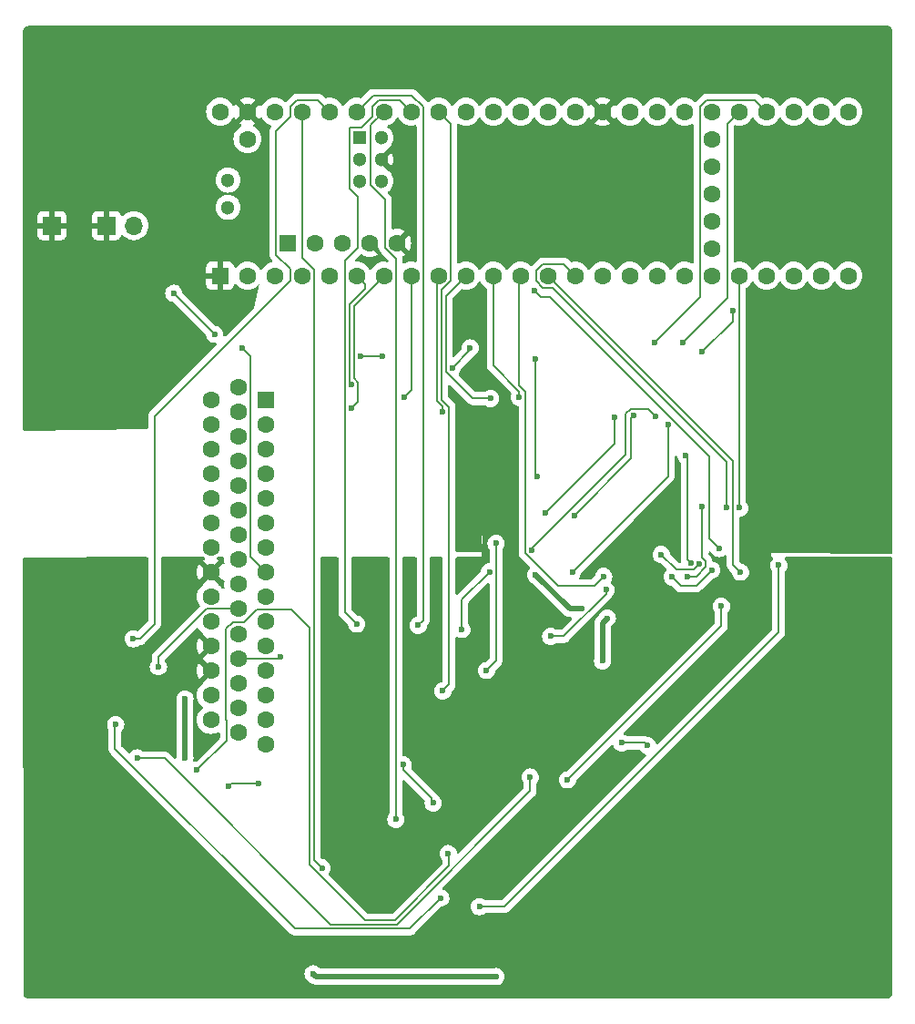
<source format=gbr>
%TF.GenerationSoftware,KiCad,Pcbnew,8.0.6*%
%TF.CreationDate,2024-12-22T02:50:06-05:00*%
%TF.ProjectId,accessory_test,61636365-7373-46f7-9279-5f746573742e,rev?*%
%TF.SameCoordinates,Original*%
%TF.FileFunction,Copper,L2,Bot*%
%TF.FilePolarity,Positive*%
%FSLAX46Y46*%
G04 Gerber Fmt 4.6, Leading zero omitted, Abs format (unit mm)*
G04 Created by KiCad (PCBNEW 8.0.6) date 2024-12-22 02:50:06*
%MOMM*%
%LPD*%
G01*
G04 APERTURE LIST*
%TA.AperFunction,ComponentPad*%
%ADD10O,1.700000X1.700000*%
%TD*%
%TA.AperFunction,ComponentPad*%
%ADD11R,1.700000X1.700000*%
%TD*%
%TA.AperFunction,ComponentPad*%
%ADD12R,1.600000X1.600000*%
%TD*%
%TA.AperFunction,ComponentPad*%
%ADD13C,1.600000*%
%TD*%
%TA.AperFunction,ComponentPad*%
%ADD14R,1.300000X1.300000*%
%TD*%
%TA.AperFunction,ComponentPad*%
%ADD15C,1.300000*%
%TD*%
%TA.AperFunction,ViaPad*%
%ADD16C,0.600000*%
%TD*%
%TA.AperFunction,Conductor*%
%ADD17C,0.200000*%
%TD*%
%TA.AperFunction,Conductor*%
%ADD18C,0.500000*%
%TD*%
G04 APERTURE END LIST*
D10*
%TO.P,J3,2,Pin_2*%
%TO.N,12v*%
X96621600Y-63550800D03*
D11*
%TO.P,J3,1,Pin_1*%
%TO.N,GNDA*%
X94081600Y-63550800D03*
%TD*%
D12*
%TO.P,U3,1,GND*%
%TO.N,GNDA*%
X104648000Y-68211000D03*
D13*
%TO.P,U3,2,0_RX1_CRX2_CS1*%
%TO.N,unconnected-(U3-0_RX1_CRX2_CS1-Pad2)*%
X107188000Y-68211000D03*
%TO.P,U3,3,1_TX1_CTX2_MISO1*%
%TO.N,unconnected-(U3-1_TX1_CTX2_MISO1-Pad3)*%
X109728000Y-68211000D03*
%TO.P,U3,4,2_OUT2*%
%TO.N,unconnected-(U3-2_OUT2-Pad4)*%
X112268000Y-68211000D03*
%TO.P,U3,5,3_LRCLK2*%
%TO.N,unconnected-(U3-3_LRCLK2-Pad5)*%
X114808000Y-68211000D03*
%TO.P,U3,6,4_BCLK2*%
%TO.N,DIN5*%
X117348000Y-68211000D03*
%TO.P,U3,7,5_IN2*%
%TO.N,DIN2*%
X119888000Y-68211000D03*
%TO.P,U3,8,6_OUT1D*%
%TO.N,DIN4*%
X122428000Y-68211000D03*
%TO.P,U3,9,7_RX2_OUT1A*%
%TO.N,DIN1*%
X124968000Y-68211000D03*
%TO.P,U3,10,8_TX2_IN1*%
%TO.N,DIN3*%
X127508000Y-68211000D03*
%TO.P,U3,11,9_OUT1C*%
%TO.N,DIN0*%
X130048000Y-68211000D03*
%TO.P,U3,12,10_CS_MQSR*%
%TO.N,CS*%
X132588000Y-68211000D03*
%TO.P,U3,13,11_MOSI_CTX1*%
%TO.N,MOSI*%
X135128000Y-68211000D03*
%TO.P,U3,14,12_MISO_MQSL*%
%TO.N,MISO*%
X137668000Y-68211000D03*
%TO.P,U3,15,3V3*%
%TO.N,unconnected-(U3-3V3-Pad15)*%
X140208000Y-68211000D03*
%TO.P,U3,16,24_A10_TX6_SCL2*%
%TO.N,unconnected-(U3-24_A10_TX6_SCL2-Pad16)*%
X142748000Y-68211000D03*
%TO.P,U3,17,25_A11_RX6_SDA2*%
%TO.N,unconnected-(U3-25_A11_RX6_SDA2-Pad17)*%
X145288000Y-68211000D03*
%TO.P,U3,18,26_A12_MOSI1*%
%TO.N,MOSI1*%
X147828000Y-68211000D03*
%TO.P,U3,19,27_A13_SCK1*%
%TO.N,SCLK1*%
X150368000Y-68211000D03*
%TO.P,U3,20,28_RX7*%
%TO.N,LDAC*%
X152908000Y-68211000D03*
%TO.P,U3,21,29_TX7*%
%TO.N,LDAC1*%
X155448000Y-68211000D03*
%TO.P,U3,22,30_CRX3*%
%TO.N,LDAC2*%
X157988000Y-68211000D03*
%TO.P,U3,23,31_CTX3*%
%TO.N,RESET*%
X160528000Y-68211000D03*
%TO.P,U3,24,32_OUT1B*%
%TO.N,unconnected-(U3-32_OUT1B-Pad24)*%
X163068000Y-68211000D03*
%TO.P,U3,25,33_MCLK2*%
%TO.N,unconnected-(U3-33_MCLK2-Pad25)*%
X163068000Y-52971000D03*
%TO.P,U3,26,34_RX8*%
%TO.N,unconnected-(U3-34_RX8-Pad26)*%
X160528000Y-52971000D03*
%TO.P,U3,27,35_TX8*%
%TO.N,unconnected-(U3-35_TX8-Pad27)*%
X157988000Y-52971000D03*
%TO.P,U3,28,36_CS*%
%TO.N,CS1*%
X155448000Y-52971000D03*
%TO.P,U3,29,37_CS*%
%TO.N,CS2*%
X152908000Y-52971000D03*
%TO.P,U3,30,38_CS1_IN1*%
%TO.N,unconnected-(U3-38_CS1_IN1-Pad30)*%
X150368000Y-52971000D03*
%TO.P,U3,31,39_MISO1_OUT1A*%
%TO.N,unconnected-(U3-39_MISO1_OUT1A-Pad31)*%
X147828000Y-52971000D03*
%TO.P,U3,32,40_A16*%
%TO.N,unconnected-(U3-40_A16-Pad32)*%
X145288000Y-52971000D03*
%TO.P,U3,33,41_A17*%
%TO.N,unconnected-(U3-41_A17-Pad33)*%
X142748000Y-52971000D03*
%TO.P,U3,34,GND*%
%TO.N,GNDA*%
X140208000Y-52971000D03*
%TO.P,U3,35,13_SCK_LED*%
%TO.N,SCLK*%
X137668000Y-52971000D03*
%TO.P,U3,36,14_A0_TX3_SPDIF_OUT*%
%TO.N,unconnected-(U3-14_A0_TX3_SPDIF_OUT-Pad36)*%
X135128000Y-52971000D03*
%TO.P,U3,37,15_A1_RX3_SPDIF_IN*%
%TO.N,unconnected-(U3-15_A1_RX3_SPDIF_IN-Pad37)*%
X132588000Y-52971000D03*
%TO.P,U3,38,16_A2_RX4_SCL1*%
%TO.N,unconnected-(U3-16_A2_RX4_SCL1-Pad38)*%
X130048000Y-52971000D03*
%TO.P,U3,39,17_A3_TX4_SDA1*%
%TO.N,unconnected-(U3-17_A3_TX4_SDA1-Pad39)*%
X127508000Y-52971000D03*
%TO.P,U3,40,18_A4_SDA*%
%TO.N,S5*%
X124968000Y-52971000D03*
%TO.P,U3,41,19_A5_SCL*%
%TO.N,S6*%
X122428000Y-52971000D03*
%TO.P,U3,42,20_A6_TX5_LRCLK1*%
%TO.N,S4*%
X119888000Y-52971000D03*
%TO.P,U3,43,21_A7_RX5_BCLK1*%
%TO.N,S3*%
X117348000Y-52971000D03*
%TO.P,U3,44,22_A8_CTX1*%
%TO.N,S2*%
X114808000Y-52971000D03*
%TO.P,U3,45,23_A9_CRX1_MCLK1*%
%TO.N,S1*%
X112268000Y-52971000D03*
%TO.P,U3,46,3V3*%
%TO.N,unconnected-(U3-3V3-Pad46)*%
X109728000Y-52971000D03*
%TO.P,U3,47,GND*%
%TO.N,GNDA*%
X107188000Y-52971000D03*
%TO.P,U3,48,VIN*%
%TO.N,5BUCK*%
X104648000Y-52971000D03*
%TO.P,U3,49,VUSB*%
%TO.N,unconnected-(U3-VUSB-Pad49)*%
X107188000Y-55511000D03*
%TO.P,U3,50,VBAT*%
%TO.N,unconnected-(U3-VBAT-Pad50)*%
X150368000Y-65671000D03*
%TO.P,U3,51,3V3*%
%TO.N,unconnected-(U3-3V3-Pad51)*%
X150368000Y-63131000D03*
%TO.P,U3,52,GND*%
%TO.N,GNDA*%
X150368000Y-60591000D03*
%TO.P,U3,53,PROGRAM*%
%TO.N,unconnected-(U3-PROGRAM-Pad53)*%
X150368000Y-58051000D03*
%TO.P,U3,54,ON_OFF*%
%TO.N,unconnected-(U3-ON_OFF-Pad54)*%
X150368000Y-55511000D03*
D12*
%TO.P,U3,55,5V*%
%TO.N,unconnected-(U3-5V-Pad55)*%
X110947200Y-65160200D03*
D13*
%TO.P,U3,56,D-*%
%TO.N,unconnected-(U3-D--Pad56)*%
X113487200Y-65160200D03*
%TO.P,U3,57,D+*%
%TO.N,unconnected-(U3-D+-Pad57)*%
X116027200Y-65160200D03*
%TO.P,U3,58,GND*%
%TO.N,GNDA*%
X118567200Y-65160200D03*
%TO.P,U3,59,GND*%
X121107200Y-65160200D03*
D14*
%TO.P,U3,60,R+*%
%TO.N,unconnected-(U3-R+-Pad60)*%
X117618000Y-55409400D03*
D15*
%TO.P,U3,61,LED*%
%TO.N,unconnected-(U3-LED-Pad61)*%
X117618000Y-57409400D03*
%TO.P,U3,62,T-*%
%TO.N,unconnected-(U3-T--Pad62)*%
X117618000Y-59409400D03*
%TO.P,U3,63,T+*%
%TO.N,unconnected-(U3-T+-Pad63)*%
X119618000Y-59409400D03*
%TO.P,U3,64,GND*%
%TO.N,GNDA*%
X119618000Y-57409400D03*
%TO.P,U3,65,R-*%
%TO.N,unconnected-(U3-R--Pad65)*%
X119618000Y-55409400D03*
%TO.P,U3,66,D-*%
%TO.N,unconnected-(U3-D--Pad66)*%
X105378000Y-59321000D03*
%TO.P,U3,67,D+*%
%TO.N,unconnected-(U3-D+-Pad67)*%
X105378000Y-61861000D03*
%TD*%
D11*
%TO.P,J2,1,Pin_1*%
%TO.N,GNDA*%
X89001600Y-63550800D03*
%TD*%
D12*
%TO.P,J1,1,Pin_1*%
%TO.N,unconnected-(J1-Pin_1-Pad1)*%
X108865331Y-79725000D03*
D13*
%TO.P,J1,2,Pin_2*%
%TO.N,unconnected-(J1-Pin_2-Pad2)*%
X108865331Y-82015000D03*
%TO.P,J1,3,Pin_3*%
%TO.N,unconnected-(J1-Pin_3-Pad3)*%
X108865331Y-84305000D03*
%TO.P,J1,4,Pin_4*%
%TO.N,unconnected-(J1-Pin_4-Pad4)*%
X108865331Y-86595000D03*
%TO.P,J1,5,Pin_5*%
%TO.N,DOUT2*%
X108865331Y-88885000D03*
%TO.P,J1,6,Pin_6*%
%TO.N,DOUT1*%
X108865331Y-91175000D03*
%TO.P,J1,7,Pin_7*%
%TO.N,DOUT0*%
X108865331Y-93465000D03*
%TO.P,J1,8,Pin_8*%
%TO.N,12v*%
X108865331Y-95755000D03*
%TO.P,J1,9,Pin_9*%
%TO.N,AOUT1*%
X108865331Y-98045000D03*
%TO.P,J1,10,Pin_10*%
%TO.N,AOUT2*%
X108865331Y-100335000D03*
%TO.P,J1,11,Pin_11*%
%TO.N,AOUT3*%
X108865331Y-102625000D03*
%TO.P,J1,12,Pin_12*%
%TO.N,AOUT4*%
X108865331Y-104915000D03*
%TO.P,J1,13,Pin_13*%
%TO.N,AOUT5*%
X108865331Y-107205000D03*
%TO.P,J1,14,Pin_14*%
%TO.N,QS1+*%
X108865331Y-109495000D03*
%TO.P,J1,15,Pin_15*%
X108865331Y-111785000D03*
%TO.P,J1,16,Pin_16*%
%TO.N,unconnected-(J1-Pin_16-Pad16)*%
X106325331Y-78580000D03*
%TO.P,J1,17,Pin_17*%
%TO.N,unconnected-(J1-Pin_17-Pad17)*%
X106325331Y-80870000D03*
%TO.P,J1,18,Pin_18*%
%TO.N,unconnected-(J1-Pin_18-Pad18)*%
X106325331Y-83160000D03*
%TO.P,J1,19,Pin_19*%
%TO.N,unconnected-(J1-Pin_19-Pad19)*%
X106325331Y-85450000D03*
%TO.P,J1,20,Pin_20*%
%TO.N,DOUT5*%
X106325331Y-87740000D03*
%TO.P,J1,21,Pin_21*%
%TO.N,DOUT4*%
X106325331Y-90030000D03*
%TO.P,J1,22,Pin_22*%
%TO.N,DOUT3*%
X106325331Y-92320000D03*
%TO.P,J1,23,Pin_23*%
%TO.N,unconnected-(J1-Pin_23-Pad23)*%
X106325331Y-94610000D03*
%TO.P,J1,24,Pin_24*%
%TO.N,AOUT6*%
X106325331Y-96900000D03*
%TO.P,J1,25,Pin_25*%
%TO.N,AOUT7*%
X106325331Y-99190000D03*
%TO.P,J1,26,Pin_26*%
%TO.N,AOUT8*%
X106325331Y-101480000D03*
%TO.P,J1,27,Pin_27*%
%TO.N,AOUT9*%
X106325331Y-103770000D03*
%TO.P,J1,28,Pin_28*%
%TO.N,AOUT0*%
X106325331Y-106060000D03*
%TO.P,J1,29,Pin_29*%
%TO.N,QS1-*%
X106325331Y-108350000D03*
%TO.P,J1,30,Pin_30*%
X106325331Y-110640000D03*
%TO.P,J1,31,Pin_31*%
%TO.N,3v3*%
X103785331Y-79725000D03*
%TO.P,J1,32,Pin_32*%
%TO.N,unconnected-(J1-Pin_32-Pad32)*%
X103785331Y-82015000D03*
%TO.P,J1,33,Pin_33*%
%TO.N,GNDA*%
X103785331Y-84305000D03*
%TO.P,J1,34,Pin_34*%
X103785331Y-86595000D03*
%TO.P,J1,35,Pin_35*%
%TO.N,5BUCK*%
X103785331Y-88885000D03*
%TO.P,J1,36,Pin_36*%
%TO.N,unconnected-(J1-Pin_36-Pad36)*%
X103785331Y-91175000D03*
%TO.P,J1,37,Pin_37*%
%TO.N,GNDA*%
X103785331Y-93465000D03*
%TO.P,J1,38,Pin_38*%
X103785331Y-95755000D03*
%TO.P,J1,39,Pin_39*%
%TO.N,unconnected-(J1-Pin_39-Pad39)*%
X103785331Y-98045000D03*
%TO.P,J1,40,Pin_40*%
%TO.N,5VAR*%
X103785331Y-100335000D03*
%TO.P,J1,41,Pin_41*%
%TO.N,GNDA*%
X103785331Y-102625000D03*
%TO.P,J1,42,Pin_42*%
X103785331Y-104915000D03*
%TO.P,J1,43,Pin_43*%
%TO.N,unconnected-(J1-Pin_43-Pad43)*%
X103785331Y-107205000D03*
%TO.P,J1,44,Pin_44*%
%TO.N,unconnected-(J1-Pin_44-Pad44)*%
X103785331Y-109495000D03*
%TD*%
D16*
%TO.N,GNDA*%
X127965200Y-90322400D03*
X128219200Y-92557600D03*
X127863600Y-91490800D03*
X127050800Y-92557600D03*
X158292800Y-92557600D03*
X157886400Y-90576400D03*
X156210000Y-89204800D03*
X154178000Y-88392000D03*
X131673600Y-88138000D03*
X130098800Y-88646000D03*
X128778000Y-89408000D03*
X127000000Y-89509600D03*
X151587200Y-105003600D03*
X149352000Y-105206800D03*
X144170400Y-104597200D03*
X137312400Y-104343200D03*
X135585200Y-103428800D03*
%TO.N,12v*%
X106680000Y-74921000D03*
X104140000Y-73660000D03*
X100330000Y-69850000D03*
%TO.N,GNDA*%
X115519200Y-122275600D03*
X114655600Y-120345200D03*
%TO.N,LDAC1*%
X152308000Y-71424800D03*
X149479370Y-75311000D03*
%TO.N,GNDA*%
X131775200Y-93421200D03*
X142189200Y-93523000D03*
%TO.N,CS*%
X140309600Y-96164400D03*
X146671939Y-96207221D03*
%TO.N,AOUT9*%
X110286800Y-103632000D03*
%TO.N,3v3*%
X136956800Y-115062000D03*
X125171200Y-126034800D03*
%TO.N,5VAR*%
X101371001Y-107543600D03*
%TO.N,GNDA*%
X114300000Y-103759000D03*
X118999000Y-105918000D03*
%TO.N,S5*%
X125349000Y-106807000D03*
X125857000Y-121920000D03*
%TO.N,5VAR*%
X113284000Y-133096000D03*
X130302000Y-133350000D03*
%TO.N,AOUT7*%
X98907600Y-104546400D03*
%TO.N,5VAR*%
X101371001Y-113055001D03*
%TO.N,AOUT7*%
X156591000Y-95123000D03*
X128755669Y-126850669D03*
%TO.N,5BUCK*%
X134105500Y-86874500D03*
X133985000Y-75946000D03*
X127889000Y-74930000D03*
X126241000Y-76791735D03*
X119761000Y-75692000D03*
X117694000Y-75692000D03*
%TO.N,GNDA*%
X154178000Y-93091000D03*
X153289000Y-92745000D03*
%TO.N,CS1*%
X145034000Y-74422000D03*
%TO.N,CS2*%
X147701000Y-74422000D03*
%TO.N,GNDA*%
X131445000Y-95885000D03*
X132461000Y-96012000D03*
X135763000Y-105029000D03*
X136525000Y-109093000D03*
X138430000Y-106045000D03*
X131699000Y-100838000D03*
X133985000Y-101727000D03*
%TO.N,Net-(IC4-OUT)*%
X127127000Y-101092000D03*
X129702000Y-95723000D03*
%TO.N,5BUCK*%
X130302000Y-93091000D03*
X129413000Y-104902000D03*
%TO.N,GNDA*%
X154829379Y-94169207D03*
X147320000Y-101346000D03*
X143002000Y-100457000D03*
X143002000Y-98411000D03*
%TO.N,5VAR*%
X144399000Y-111887000D03*
X141986000Y-111633000D03*
X148127984Y-96195217D03*
X149479000Y-89662000D03*
%TO.N,Net-(IC3-OUT)*%
X140525002Y-97409000D03*
X135382000Y-101727000D03*
%TO.N,S2*%
X96926400Y-113030000D03*
X96570800Y-101955600D03*
%TO.N,5BUCK*%
X149225000Y-94996000D03*
X145669000Y-94123000D03*
%TO.N,5VAR*%
X133985000Y-96012000D03*
X138303000Y-99187000D03*
X140652500Y-100042365D03*
X140208000Y-104013000D03*
%TO.N,3v3*%
X94932500Y-109918500D03*
X151257000Y-98933000D03*
%TO.N,Net-(IC2-A4)*%
X147945000Y-84934500D03*
X148408108Y-94941108D03*
%TO.N,SCLK*%
X133858000Y-69596000D03*
X151046265Y-93564000D03*
%TO.N,LDAC*%
X152965000Y-89789000D03*
%TO.N,MISO*%
X151765000Y-89789000D03*
%TO.N,MOSI*%
X153035000Y-95758000D03*
%TO.N,CS*%
X150377623Y-95580907D03*
%TO.N,Net-(IC2-A6)*%
X137414000Y-95758000D03*
X146304000Y-82042000D03*
%TO.N,Net-(IC2-A5)*%
X133604000Y-93726000D03*
X145161000Y-81280000D03*
%TO.N,Net-(IC2-A3)*%
X137575722Y-90491502D03*
X143075515Y-81206485D03*
%TO.N,Net-(IC2-A2)*%
X141351000Y-81407000D03*
X134874000Y-90297000D03*
%TO.N,DIN0*%
X132461000Y-79502000D03*
%TO.N,DIN3*%
X129794000Y-79629000D03*
%TO.N,DIN1*%
X125349000Y-80899000D03*
%TO.N,DIN4*%
X121793000Y-79502000D03*
%TO.N,DIN2*%
X116848000Y-80518000D03*
%TO.N,DIN5*%
X116848000Y-78359000D03*
%TO.N,S3*%
X123063000Y-100711000D03*
%TO.N,S6*%
X117348000Y-100584000D03*
%TO.N,S2*%
X133477000Y-114808000D03*
%TO.N,S5*%
X102489000Y-114173000D03*
%TO.N,S4*%
X120988000Y-118745000D03*
%TO.N,S1*%
X114109500Y-123253499D03*
%TO.N,Net-(K8-+_CONTROL)*%
X105410000Y-115697000D03*
X108204000Y-115443000D03*
%TO.N,Net-(K4-LOAD_1)*%
X124460000Y-117221000D03*
X121666000Y-113665000D03*
%TD*%
D17*
%TO.N,12v*%
X107425331Y-94315000D02*
X108865331Y-95755000D01*
X107425331Y-75666331D02*
X107425331Y-94315000D01*
X100330000Y-69850000D02*
X104140000Y-73660000D01*
X106680000Y-74921000D02*
X107425331Y-75666331D01*
%TO.N,LDAC1*%
X152308000Y-71424800D02*
X152308000Y-72482370D01*
X152308000Y-72482370D02*
X149479370Y-75311000D01*
%TO.N,CS*%
X140309600Y-96164400D02*
X139446000Y-97028000D01*
X136057471Y-97028000D02*
X139446000Y-97028000D01*
X147492718Y-97028000D02*
X146671939Y-96207221D01*
X148930530Y-97028000D02*
X147492718Y-97028000D01*
%TO.N,S5*%
X125949000Y-122012000D02*
X125857000Y-121920000D01*
X125949000Y-123057529D02*
X125949000Y-122012000D01*
X120898529Y-128108000D02*
X125949000Y-123057529D01*
X112968000Y-122960529D02*
X118115471Y-128108000D01*
X112968000Y-100903000D02*
X112968000Y-122960529D01*
X111300000Y-99235000D02*
X112968000Y-100903000D01*
X106884000Y-100380000D02*
X108029000Y-99235000D01*
X108029000Y-99235000D02*
X111300000Y-99235000D01*
X105869696Y-100380000D02*
X106884000Y-100380000D01*
X105206800Y-109513138D02*
X105206800Y-101042896D01*
X105206800Y-101042896D02*
X105869696Y-100380000D01*
X105225331Y-109531669D02*
X105206800Y-109513138D01*
X118115471Y-128108000D02*
X120898529Y-128108000D01*
X102489000Y-114173000D02*
X105225331Y-111436669D01*
X105225331Y-111436669D02*
X105225331Y-109531669D01*
%TO.N,AOUT9*%
X110286800Y-103632000D02*
X110148800Y-103770000D01*
X110148800Y-103770000D02*
X106325331Y-103770000D01*
%TO.N,3v3*%
X151257000Y-100761800D02*
X151257000Y-98933000D01*
X122298000Y-128908000D02*
X125171200Y-126034800D01*
X111585200Y-128908000D02*
X122298000Y-128908000D01*
X136956800Y-115062000D02*
X151257000Y-100761800D01*
%TO.N,S2*%
X114944400Y-128508000D02*
X121064215Y-128508000D01*
X99466400Y-113030000D02*
X114944400Y-128508000D01*
X96926400Y-113030000D02*
X99466400Y-113030000D01*
X133477000Y-116095215D02*
X133477000Y-114808000D01*
X121064215Y-128508000D02*
X133477000Y-116095215D01*
%TO.N,3v3*%
X94869000Y-112191800D02*
X111585200Y-128908000D01*
X94869000Y-109855000D02*
X94869000Y-112191800D01*
%TO.N,AOUT7*%
X98907600Y-104546400D02*
X98907600Y-103657096D01*
X103374696Y-99190000D02*
X106325331Y-99190000D01*
X98907600Y-103657096D02*
X103374696Y-99190000D01*
%TO.N,S2*%
X111812365Y-51871000D02*
X113708000Y-51871000D01*
X111168000Y-53426635D02*
X111168000Y-52515365D01*
X113708000Y-51871000D02*
X114808000Y-52971000D01*
X109847200Y-54747435D02*
X111168000Y-53426635D01*
X109847200Y-66260200D02*
X109847200Y-54747435D01*
X111168000Y-67581000D02*
X109847200Y-66260200D01*
X111168000Y-68666635D02*
X111168000Y-67581000D01*
X98552000Y-81282635D02*
X111168000Y-68666635D01*
X98552000Y-100584000D02*
X98552000Y-81282635D01*
X97180400Y-101955600D02*
X98552000Y-100584000D01*
X111168000Y-52515365D02*
X111812365Y-51871000D01*
X96570800Y-101955600D02*
X97180400Y-101955600D01*
D18*
%TO.N,5VAR*%
X101371001Y-107543600D02*
X101371001Y-113055001D01*
D17*
%TO.N,S1*%
X112268000Y-66548000D02*
X112268000Y-52971000D01*
X113368000Y-122512000D02*
X113368000Y-67648000D01*
X114109500Y-123253499D02*
X114109499Y-123253499D01*
X113368000Y-67648000D02*
X112268000Y-66548000D01*
X114109499Y-123253499D02*
X113368000Y-122512000D01*
%TO.N,S4*%
X118668000Y-59802903D02*
X118668000Y-54191000D01*
X120007200Y-65615835D02*
X120007200Y-61142103D01*
X120007200Y-61142103D02*
X118668000Y-59802903D01*
X120988000Y-66596635D02*
X120007200Y-65615835D01*
X118668000Y-54191000D02*
X119888000Y-52971000D01*
X120988000Y-118745000D02*
X120988000Y-66596635D01*
%TO.N,S5*%
X125949000Y-106207000D02*
X125949000Y-80425314D01*
X125349000Y-106807000D02*
X125949000Y-106207000D01*
D18*
%TO.N,5VAR*%
X130302000Y-133350000D02*
X113538000Y-133350000D01*
X113538000Y-133350000D02*
X113284000Y-133096000D01*
D17*
%TO.N,AOUT7*%
X131086331Y-126850669D02*
X156591000Y-101346000D01*
X128755669Y-126850669D02*
X131086331Y-126850669D01*
X156591000Y-101346000D02*
X156591000Y-95123000D01*
%TO.N,5VAR*%
X144399000Y-111887000D02*
X144145000Y-111633000D01*
X144145000Y-111633000D02*
X141986000Y-111633000D01*
%TO.N,SCLK*%
X150110314Y-84999785D02*
X135341529Y-70231000D01*
X150110314Y-92628049D02*
X150110314Y-84999785D01*
X134493000Y-70231000D02*
X133858000Y-69596000D01*
X151046265Y-93564000D02*
X150110314Y-92628049D01*
X135341529Y-70231000D02*
X134493000Y-70231000D01*
%TO.N,5BUCK*%
X133985000Y-75946000D02*
X133985000Y-86754000D01*
X133985000Y-86754000D02*
X134105500Y-86874500D01*
X127889000Y-75143735D02*
X126241000Y-76791735D01*
X127889000Y-74930000D02*
X127889000Y-75143735D01*
%TO.N,DIN3*%
X125641000Y-70078000D02*
X127508000Y-68211000D01*
X125641000Y-77127000D02*
X125641000Y-70078000D01*
X128143000Y-79629000D02*
X125641000Y-77127000D01*
X129794000Y-79629000D02*
X128143000Y-79629000D01*
%TO.N,S5*%
X126068000Y-54071000D02*
X124968000Y-52971000D01*
X126068000Y-68666635D02*
X126068000Y-54071000D01*
X125241000Y-69493635D02*
X126068000Y-68666635D01*
X125949000Y-80425314D02*
X125241000Y-79717314D01*
X125241000Y-79717314D02*
X125241000Y-69493635D01*
%TO.N,DIN1*%
X124841000Y-68338000D02*
X124968000Y-68211000D01*
X124841000Y-79883000D02*
X124841000Y-68338000D01*
X125349000Y-80391000D02*
X124841000Y-79883000D01*
X125349000Y-80899000D02*
X125349000Y-80391000D01*
%TO.N,5BUCK*%
X117694000Y-75692000D02*
X119761000Y-75692000D01*
%TO.N,DIN2*%
X117094000Y-71005000D02*
X119888000Y-68211000D01*
X117094000Y-77756471D02*
X117094000Y-71005000D01*
X117448000Y-78110471D02*
X117094000Y-77756471D01*
X117448000Y-79918000D02*
X117448000Y-78110471D01*
X116848000Y-80518000D02*
X117448000Y-79918000D01*
%TO.N,DIN5*%
X116648000Y-70885315D02*
X118110000Y-69423315D01*
X116648000Y-78159000D02*
X116648000Y-70885315D01*
X116848000Y-78359000D02*
X116648000Y-78159000D01*
X118110000Y-69423315D02*
X118110000Y-68973000D01*
X118110000Y-68973000D02*
X117348000Y-68211000D01*
%TO.N,CS1*%
X154348000Y-51871000D02*
X155448000Y-52971000D01*
X149912365Y-51871000D02*
X154348000Y-51871000D01*
X149268000Y-70188000D02*
X149268000Y-52515365D01*
X149268000Y-52515365D02*
X149912365Y-51871000D01*
X145034000Y-74422000D02*
X149268000Y-70188000D01*
%TO.N,CS2*%
X151808000Y-70315000D02*
X151808000Y-54071000D01*
X151808000Y-54071000D02*
X152908000Y-52971000D01*
X147701000Y-74422000D02*
X151808000Y-70315000D01*
%TO.N,5BUCK*%
X130302000Y-104013000D02*
X130302000Y-93091000D01*
X129413000Y-104902000D02*
X130302000Y-104013000D01*
%TO.N,Net-(IC4-OUT)*%
X127127000Y-98298000D02*
X127127000Y-101092000D01*
X129702000Y-95723000D02*
X127127000Y-98298000D01*
%TO.N,5VAR*%
X149825000Y-94747471D02*
X149825000Y-95285000D01*
X149479000Y-94401471D02*
X149825000Y-94747471D01*
X148914783Y-96195217D02*
X148127984Y-96195217D01*
X149825000Y-95285000D02*
X148914783Y-96195217D01*
X149479000Y-89662000D02*
X149479000Y-94401471D01*
%TO.N,5BUCK*%
X147087108Y-95541108D02*
X145669000Y-94123000D01*
X148679892Y-95541108D02*
X147087108Y-95541108D01*
X149225000Y-94996000D02*
X148679892Y-95541108D01*
%TO.N,Net-(IC2-A4)*%
X148082000Y-85071500D02*
X147945000Y-84934500D01*
X148408108Y-94941108D02*
X148082000Y-94615000D01*
X148082000Y-94615000D02*
X148082000Y-85071500D01*
%TO.N,Net-(IC3-OUT)*%
X140525002Y-97813527D02*
X140525002Y-97409000D01*
X136611529Y-101727000D02*
X140525002Y-97813527D01*
X135382000Y-101727000D02*
X136611529Y-101727000D01*
D18*
%TO.N,5VAR*%
X138303000Y-99187000D02*
X137160000Y-99187000D01*
X137160000Y-99187000D02*
X133985000Y-96012000D01*
X140208000Y-100486865D02*
X140652500Y-100042365D01*
X140208000Y-104013000D02*
X140208000Y-100486865D01*
D17*
%TO.N,S3*%
X118848000Y-51471000D02*
X117348000Y-52971000D01*
X122483635Y-51471000D02*
X118848000Y-51471000D01*
X123528000Y-100246000D02*
X123528000Y-52515365D01*
X123528000Y-52515365D02*
X122483635Y-51471000D01*
X123063000Y-100711000D02*
X123528000Y-100246000D01*
%TO.N,Net-(IC2-A6)*%
X146304000Y-86868000D02*
X137414000Y-95758000D01*
X146304000Y-82042000D02*
X146304000Y-86868000D01*
%TO.N,LDAC*%
X152908000Y-89732000D02*
X152965000Y-89789000D01*
X152908000Y-68211000D02*
X152908000Y-89732000D01*
%TO.N,MISO*%
X136568000Y-67111000D02*
X137668000Y-68211000D01*
X134028000Y-67755365D02*
X134672365Y-67111000D01*
X134672365Y-69311000D02*
X134028000Y-68666635D01*
X134028000Y-68666635D02*
X134028000Y-67755365D01*
X134672365Y-67111000D02*
X136568000Y-67111000D01*
X151765000Y-89789000D02*
X151765000Y-85492365D01*
X151765000Y-85492365D02*
X135583635Y-69311000D01*
X135583635Y-69311000D02*
X134672365Y-69311000D01*
%TO.N,MOSI*%
X152365000Y-95088000D02*
X153035000Y-95758000D01*
X152365000Y-85448000D02*
X152365000Y-95088000D01*
X135128000Y-68211000D02*
X152365000Y-85448000D01*
%TO.N,Net-(IC2-A3)*%
X142875000Y-81407000D02*
X142875000Y-85192224D01*
X143075515Y-81206485D02*
X142875000Y-81407000D01*
X142875000Y-85192224D02*
X137575722Y-90491502D01*
%TO.N,Net-(IC2-A2)*%
X141351000Y-83820000D02*
X134874000Y-90297000D01*
X141351000Y-81407000D02*
X141351000Y-83820000D01*
%TO.N,DIN0*%
X132461000Y-79502000D02*
X132461000Y-78994000D01*
X132461000Y-78994000D02*
X130048000Y-76581000D01*
X130048000Y-76581000D02*
X130048000Y-68211000D01*
%TO.N,DIN4*%
X122428000Y-78867000D02*
X122428000Y-68211000D01*
X121793000Y-79502000D02*
X122428000Y-78867000D01*
%TO.N,S6*%
X121328000Y-51871000D02*
X122428000Y-52971000D01*
X119432365Y-51871000D02*
X121328000Y-51871000D01*
X118788000Y-52515365D02*
X119432365Y-51871000D01*
X117755235Y-54459400D02*
X118788000Y-53426635D01*
X116668000Y-54459400D02*
X117755235Y-54459400D01*
X116668000Y-60104503D02*
X116668000Y-54459400D01*
X117467200Y-60903703D02*
X116668000Y-60104503D01*
X117467200Y-65615835D02*
X117467200Y-60903703D01*
X116248000Y-66835035D02*
X117467200Y-65615835D01*
X116248000Y-99484000D02*
X116248000Y-66835035D01*
X117348000Y-100584000D02*
X116248000Y-99484000D01*
X118788000Y-53426635D02*
X118788000Y-52515365D01*
%TO.N,Net-(K8-+_CONTROL)*%
X105664000Y-115443000D02*
X105410000Y-115697000D01*
X108204000Y-115443000D02*
X105664000Y-115443000D01*
%TO.N,Net-(K4-LOAD_1)*%
X121666000Y-114109998D02*
X124333000Y-116776998D01*
X121666000Y-113665000D02*
X121666000Y-114109998D01*
X124333000Y-116776998D02*
X124333000Y-117094000D01*
X124333000Y-117094000D02*
X124460000Y-117221000D01*
%TO.N,Net-(IC2-A5)*%
X145161000Y-81280000D02*
X144487485Y-80606485D01*
X144487485Y-80606485D02*
X142826986Y-80606485D01*
X142826986Y-80606485D02*
X142367000Y-81066471D01*
X133604000Y-93599000D02*
X133604000Y-93726000D01*
X142367000Y-84836000D02*
X133604000Y-93599000D01*
X142367000Y-81066471D02*
X142367000Y-84836000D01*
%TO.N,CS*%
X132461000Y-78428314D02*
X132461000Y-68338000D01*
X133061000Y-79028314D02*
X132461000Y-78428314D01*
X133061000Y-79791000D02*
X133061000Y-79028314D01*
X133004000Y-79848000D02*
X133061000Y-79791000D01*
X133004000Y-93974529D02*
X133004000Y-79848000D01*
X132461000Y-68338000D02*
X132588000Y-68211000D01*
X150377623Y-95580907D02*
X148930530Y-97028000D01*
X136057471Y-97028000D02*
X133004000Y-93974529D01*
%TD*%
%TA.AperFunction,Conductor*%
%TO.N,GNDA*%
G36*
X167082510Y-94361695D02*
G01*
X167128280Y-94414486D01*
X167139500Y-94466029D01*
X167139500Y-134883038D01*
X167138720Y-134896923D01*
X167128540Y-134987264D01*
X167122362Y-135014333D01*
X167094648Y-135093537D01*
X167082600Y-135118555D01*
X167037957Y-135189604D01*
X167020644Y-135211313D01*
X166961313Y-135270644D01*
X166939604Y-135287957D01*
X166868555Y-135332600D01*
X166843537Y-135344648D01*
X166764333Y-135372362D01*
X166737264Y-135378540D01*
X166657075Y-135387576D01*
X166646921Y-135388720D01*
X166633038Y-135389500D01*
X86925598Y-135389500D01*
X86925553Y-135389497D01*
X86917314Y-135389497D01*
X86901746Y-135389497D01*
X86858377Y-135389499D01*
X86844504Y-135388721D01*
X86754184Y-135378552D01*
X86727126Y-135372379D01*
X86647942Y-135344684D01*
X86622932Y-135332646D01*
X86551898Y-135288035D01*
X86530191Y-135270734D01*
X86470857Y-135211436D01*
X86453544Y-135189741D01*
X86408887Y-135118728D01*
X86396836Y-135093728D01*
X86369096Y-135014565D01*
X86362906Y-134987506D01*
X86352727Y-134897588D01*
X86351940Y-134883709D01*
X86351524Y-134135368D01*
X86350946Y-133095996D01*
X112478435Y-133095996D01*
X112478435Y-133096003D01*
X112498630Y-133275249D01*
X112498631Y-133275254D01*
X112558211Y-133445523D01*
X112610820Y-133529249D01*
X112654184Y-133598262D01*
X112781738Y-133725816D01*
X112934478Y-133821789D01*
X112934485Y-133821791D01*
X112940752Y-133824810D01*
X112939867Y-133826646D01*
X112975938Y-133849305D01*
X113059584Y-133932951D01*
X113059585Y-133932952D01*
X113182498Y-134015080D01*
X113182511Y-134015087D01*
X113319082Y-134071656D01*
X113319087Y-134071658D01*
X113319091Y-134071658D01*
X113319092Y-134071659D01*
X113464079Y-134100500D01*
X113464082Y-134100500D01*
X113611917Y-134100500D01*
X130002028Y-134100500D01*
X130042983Y-134107458D01*
X130122745Y-134135368D01*
X130122750Y-134135369D01*
X130301996Y-134155565D01*
X130302000Y-134155565D01*
X130302004Y-134155565D01*
X130481249Y-134135369D01*
X130481252Y-134135368D01*
X130481255Y-134135368D01*
X130651522Y-134075789D01*
X130804262Y-133979816D01*
X130931816Y-133852262D01*
X131027789Y-133699522D01*
X131087368Y-133529255D01*
X131087369Y-133529249D01*
X131107565Y-133350003D01*
X131107565Y-133349996D01*
X131087369Y-133170750D01*
X131087368Y-133170745D01*
X131061215Y-133096003D01*
X131027789Y-133000478D01*
X130931816Y-132847738D01*
X130804262Y-132720184D01*
X130651523Y-132624211D01*
X130481254Y-132564631D01*
X130481249Y-132564630D01*
X130302004Y-132544435D01*
X130301996Y-132544435D01*
X130122750Y-132564630D01*
X130122745Y-132564631D01*
X130042983Y-132592542D01*
X130002028Y-132599500D01*
X113970941Y-132599500D01*
X113903902Y-132579815D01*
X113883260Y-132563182D01*
X113864513Y-132544435D01*
X113786262Y-132466184D01*
X113741961Y-132438348D01*
X113633523Y-132370211D01*
X113463254Y-132310631D01*
X113463249Y-132310630D01*
X113284004Y-132290435D01*
X113283996Y-132290435D01*
X113104750Y-132310630D01*
X113104745Y-132310631D01*
X112934476Y-132370211D01*
X112781737Y-132466184D01*
X112654184Y-132593737D01*
X112558211Y-132746476D01*
X112498631Y-132916745D01*
X112498630Y-132916750D01*
X112478435Y-133095996D01*
X86350946Y-133095996D01*
X86329486Y-94488666D01*
X86349132Y-94421621D01*
X86401911Y-94375836D01*
X86453445Y-94364603D01*
X97827469Y-94361416D01*
X97894510Y-94381081D01*
X97940280Y-94433872D01*
X97951500Y-94485415D01*
X97951500Y-100283902D01*
X97931815Y-100350941D01*
X97915181Y-100371583D01*
X97074153Y-101212610D01*
X97012830Y-101246095D01*
X96943138Y-101241111D01*
X96920494Y-101229919D01*
X96920322Y-101229811D01*
X96750054Y-101170231D01*
X96750049Y-101170230D01*
X96570804Y-101150035D01*
X96570796Y-101150035D01*
X96391550Y-101170230D01*
X96391545Y-101170231D01*
X96221276Y-101229811D01*
X96068537Y-101325784D01*
X95940984Y-101453337D01*
X95845011Y-101606076D01*
X95785431Y-101776345D01*
X95785430Y-101776350D01*
X95765235Y-101955596D01*
X95765235Y-101955603D01*
X95785430Y-102134849D01*
X95785431Y-102134854D01*
X95845011Y-102305123D01*
X95937796Y-102452788D01*
X95940984Y-102457862D01*
X96068538Y-102585416D01*
X96131534Y-102624999D01*
X96200499Y-102668333D01*
X96221278Y-102681389D01*
X96310703Y-102712680D01*
X96391545Y-102740968D01*
X96391550Y-102740969D01*
X96570796Y-102761165D01*
X96570800Y-102761165D01*
X96570804Y-102761165D01*
X96750049Y-102740969D01*
X96750052Y-102740968D01*
X96750055Y-102740968D01*
X96920322Y-102681389D01*
X97073062Y-102585416D01*
X97073066Y-102585411D01*
X97075897Y-102583155D01*
X97078075Y-102582265D01*
X97078958Y-102581711D01*
X97079055Y-102581865D01*
X97140584Y-102556746D01*
X97153211Y-102556101D01*
X97259454Y-102556101D01*
X97259457Y-102556101D01*
X97412185Y-102515177D01*
X97472247Y-102480500D01*
X97549116Y-102436120D01*
X97660920Y-102324316D01*
X97660920Y-102324314D01*
X97671124Y-102314111D01*
X97671128Y-102314106D01*
X98910506Y-101074728D01*
X98910511Y-101074724D01*
X98920714Y-101064520D01*
X98920716Y-101064520D01*
X99032520Y-100952716D01*
X99085749Y-100860520D01*
X99111577Y-100815785D01*
X99152500Y-100663058D01*
X99152500Y-100504943D01*
X99152500Y-94485009D01*
X99172185Y-94417970D01*
X99224989Y-94372215D01*
X99276459Y-94361010D01*
X103141654Y-94359927D01*
X103208695Y-94379592D01*
X103254465Y-94432383D01*
X103264428Y-94501539D01*
X103235421Y-94565102D01*
X103194091Y-94596308D01*
X103132844Y-94624868D01*
X103132843Y-94624868D01*
X103059857Y-94675973D01*
X103059857Y-94675974D01*
X103655921Y-95272037D01*
X103592338Y-95289075D01*
X103478324Y-95354901D01*
X103385232Y-95447993D01*
X103319406Y-95562007D01*
X103302368Y-95625589D01*
X102706305Y-95029526D01*
X102706304Y-95029526D01*
X102655199Y-95102512D01*
X102655197Y-95102516D01*
X102559065Y-95308673D01*
X102559061Y-95308682D01*
X102500191Y-95528389D01*
X102500189Y-95528400D01*
X102480365Y-95754997D01*
X102480365Y-95755002D01*
X102500189Y-95981599D01*
X102500191Y-95981610D01*
X102559061Y-96201317D01*
X102559066Y-96201331D01*
X102655194Y-96407478D01*
X102706305Y-96480472D01*
X103302368Y-95884409D01*
X103319406Y-95947993D01*
X103385232Y-96062007D01*
X103478324Y-96155099D01*
X103592338Y-96220925D01*
X103655921Y-96237962D01*
X103059857Y-96834025D01*
X103064445Y-96886464D01*
X103050678Y-96954964D01*
X103012041Y-96998845D01*
X102946187Y-97044956D01*
X102785285Y-97205858D01*
X102654763Y-97392265D01*
X102654762Y-97392267D01*
X102558592Y-97598502D01*
X102558589Y-97598511D01*
X102499697Y-97818302D01*
X102499695Y-97818313D01*
X102479863Y-98044998D01*
X102479863Y-98045001D01*
X102499695Y-98271686D01*
X102499697Y-98271697D01*
X102558589Y-98491488D01*
X102558592Y-98491497D01*
X102601483Y-98583476D01*
X102654763Y-98697734D01*
X102693985Y-98753750D01*
X102744564Y-98825984D01*
X102766891Y-98892190D01*
X102749881Y-98959958D01*
X102730670Y-98984788D01*
X98538886Y-103176574D01*
X98427081Y-103288378D01*
X98427077Y-103288383D01*
X98404509Y-103327475D01*
X98404508Y-103327477D01*
X98348023Y-103425311D01*
X98307099Y-103578039D01*
X98307099Y-103578041D01*
X98307099Y-103746142D01*
X98307100Y-103746155D01*
X98307100Y-103963987D01*
X98287415Y-104031026D01*
X98280050Y-104041296D01*
X98277786Y-104044134D01*
X98181811Y-104196876D01*
X98122231Y-104367145D01*
X98122230Y-104367150D01*
X98102035Y-104546396D01*
X98102035Y-104546403D01*
X98122230Y-104725649D01*
X98122231Y-104725654D01*
X98181811Y-104895923D01*
X98257623Y-105016576D01*
X98277784Y-105048662D01*
X98405338Y-105176216D01*
X98409785Y-105179010D01*
X98525186Y-105251522D01*
X98558078Y-105272189D01*
X98586754Y-105282223D01*
X98728345Y-105331768D01*
X98728350Y-105331769D01*
X98907596Y-105351965D01*
X98907600Y-105351965D01*
X98907604Y-105351965D01*
X99086849Y-105331769D01*
X99086852Y-105331768D01*
X99086855Y-105331768D01*
X99257122Y-105272189D01*
X99409862Y-105176216D01*
X99537416Y-105048662D01*
X99633389Y-104895922D01*
X99692968Y-104725655D01*
X99692969Y-104725649D01*
X99713165Y-104546403D01*
X99713165Y-104546396D01*
X99692969Y-104367150D01*
X99692968Y-104367145D01*
X99633388Y-104196876D01*
X99575522Y-104104783D01*
X99537416Y-104044138D01*
X99537414Y-104044136D01*
X99537413Y-104044134D01*
X99535150Y-104041296D01*
X99534259Y-104039115D01*
X99533711Y-104038242D01*
X99533864Y-104038145D01*
X99508744Y-103976609D01*
X99508100Y-103963987D01*
X99508100Y-103957193D01*
X99527785Y-103890154D01*
X99544419Y-103869512D01*
X100981924Y-102432007D01*
X102456855Y-100957075D01*
X102518176Y-100923592D01*
X102587868Y-100928576D01*
X102643801Y-100970448D01*
X102651535Y-100983337D01*
X102652052Y-100983039D01*
X102654761Y-100987731D01*
X102785285Y-101174141D01*
X102946189Y-101335045D01*
X103012040Y-101381154D01*
X103055665Y-101435730D01*
X103064445Y-101493536D01*
X103059857Y-101545974D01*
X103655921Y-102142037D01*
X103592338Y-102159075D01*
X103478324Y-102224901D01*
X103385232Y-102317993D01*
X103319406Y-102432007D01*
X103302368Y-102495589D01*
X102706305Y-101899526D01*
X102706304Y-101899526D01*
X102655199Y-101972512D01*
X102655197Y-101972516D01*
X102559065Y-102178673D01*
X102559061Y-102178682D01*
X102500191Y-102398389D01*
X102500189Y-102398400D01*
X102480365Y-102624997D01*
X102480365Y-102625002D01*
X102500189Y-102851599D01*
X102500191Y-102851610D01*
X102559061Y-103071317D01*
X102559066Y-103071331D01*
X102655194Y-103277478D01*
X102706305Y-103350472D01*
X103302368Y-102754409D01*
X103319406Y-102817993D01*
X103385232Y-102932007D01*
X103478324Y-103025099D01*
X103592338Y-103090925D01*
X103655919Y-103107962D01*
X103059857Y-103704025D01*
X103064683Y-103759193D01*
X103064683Y-103780804D01*
X103059856Y-103835973D01*
X103655921Y-104432037D01*
X103592338Y-104449075D01*
X103478324Y-104514901D01*
X103385232Y-104607993D01*
X103319406Y-104722007D01*
X103302368Y-104785589D01*
X102706305Y-104189526D01*
X102706304Y-104189526D01*
X102655199Y-104262512D01*
X102655197Y-104262516D01*
X102559065Y-104468673D01*
X102559061Y-104468682D01*
X102500191Y-104688389D01*
X102500189Y-104688400D01*
X102480365Y-104914997D01*
X102480365Y-104915002D01*
X102500189Y-105141599D01*
X102500191Y-105141610D01*
X102559061Y-105361317D01*
X102559066Y-105361331D01*
X102655194Y-105567478D01*
X102706305Y-105640472D01*
X103302368Y-105044409D01*
X103319406Y-105107993D01*
X103385232Y-105222007D01*
X103478324Y-105315099D01*
X103592338Y-105380925D01*
X103655919Y-105397962D01*
X103059857Y-105994025D01*
X103064445Y-106046464D01*
X103050678Y-106114964D01*
X103012041Y-106158845D01*
X102946187Y-106204956D01*
X102785285Y-106365858D01*
X102654763Y-106552265D01*
X102654762Y-106552267D01*
X102558592Y-106758502D01*
X102558589Y-106758511D01*
X102499697Y-106978302D01*
X102499695Y-106978313D01*
X102479863Y-107204998D01*
X102479863Y-107205001D01*
X102499695Y-107431686D01*
X102499697Y-107431697D01*
X102558589Y-107651488D01*
X102558592Y-107651497D01*
X102654762Y-107857732D01*
X102654763Y-107857734D01*
X102785285Y-108044141D01*
X102946190Y-108205046D01*
X103008142Y-108248425D01*
X103051767Y-108303002D01*
X103058961Y-108372500D01*
X103027438Y-108434855D01*
X103008142Y-108451575D01*
X102946190Y-108494953D01*
X102785285Y-108655858D01*
X102654763Y-108842265D01*
X102654762Y-108842267D01*
X102558592Y-109048502D01*
X102558589Y-109048511D01*
X102499697Y-109268302D01*
X102499695Y-109268313D01*
X102479863Y-109494998D01*
X102479863Y-109495001D01*
X102499695Y-109721686D01*
X102499697Y-109721697D01*
X102558589Y-109941488D01*
X102558592Y-109941497D01*
X102654762Y-110147732D01*
X102654763Y-110147734D01*
X102785285Y-110334141D01*
X102946189Y-110495045D01*
X102946192Y-110495047D01*
X103132597Y-110625568D01*
X103338835Y-110721739D01*
X103338840Y-110721740D01*
X103338842Y-110721741D01*
X103391746Y-110735916D01*
X103558639Y-110780635D01*
X103720561Y-110794801D01*
X103785329Y-110800468D01*
X103785331Y-110800468D01*
X103785333Y-110800468D01*
X103842004Y-110795509D01*
X104012023Y-110780635D01*
X104231827Y-110721739D01*
X104438065Y-110625568D01*
X104438077Y-110625559D01*
X104438823Y-110625130D01*
X104439199Y-110625038D01*
X104442971Y-110623280D01*
X104443324Y-110624037D01*
X104506722Y-110608652D01*
X104572750Y-110631499D01*
X104615945Y-110686417D01*
X104624831Y-110732512D01*
X104624831Y-111136571D01*
X104605146Y-111203610D01*
X104588512Y-111224252D01*
X102470465Y-113342298D01*
X102409142Y-113375783D01*
X102396668Y-113377837D01*
X102309751Y-113387630D01*
X102303411Y-113389078D01*
X102233672Y-113384808D01*
X102177312Y-113343511D01*
X102152226Y-113278301D01*
X102154923Y-113240592D01*
X102156370Y-113234253D01*
X102176566Y-113055004D01*
X102176566Y-113054997D01*
X102156807Y-112879631D01*
X102156369Y-112875746D01*
X102128459Y-112795983D01*
X102121501Y-112755029D01*
X102121501Y-107843572D01*
X102128459Y-107802617D01*
X102156369Y-107722854D01*
X102156370Y-107722849D01*
X102176566Y-107543603D01*
X102176566Y-107543596D01*
X102156370Y-107364350D01*
X102156369Y-107364345D01*
X102117057Y-107251999D01*
X102096790Y-107194078D01*
X102000817Y-107041338D01*
X101873263Y-106913784D01*
X101720524Y-106817811D01*
X101550255Y-106758231D01*
X101550250Y-106758230D01*
X101371005Y-106738035D01*
X101370997Y-106738035D01*
X101191751Y-106758230D01*
X101191746Y-106758231D01*
X101021477Y-106817811D01*
X100868738Y-106913784D01*
X100741185Y-107041337D01*
X100645212Y-107194076D01*
X100585632Y-107364345D01*
X100585631Y-107364350D01*
X100565436Y-107543596D01*
X100565436Y-107543603D01*
X100585631Y-107722849D01*
X100585632Y-107722854D01*
X100613543Y-107802617D01*
X100620501Y-107843572D01*
X100620501Y-112755029D01*
X100613543Y-112795983D01*
X100585632Y-112875748D01*
X100571501Y-113001167D01*
X100544435Y-113065581D01*
X100486840Y-113105137D01*
X100417003Y-113107274D01*
X100360600Y-113074965D01*
X99953990Y-112668355D01*
X99953988Y-112668352D01*
X99835117Y-112549481D01*
X99835112Y-112549477D01*
X99727763Y-112487500D01*
X99727761Y-112487499D01*
X99698187Y-112470424D01*
X99698186Y-112470423D01*
X99698185Y-112470423D01*
X99545457Y-112429499D01*
X99387343Y-112429499D01*
X99379747Y-112429499D01*
X99379731Y-112429500D01*
X97508812Y-112429500D01*
X97441773Y-112409815D01*
X97431497Y-112402445D01*
X97428663Y-112400185D01*
X97428662Y-112400184D01*
X97362781Y-112358788D01*
X97275923Y-112304211D01*
X97105654Y-112244631D01*
X97105649Y-112244630D01*
X96926404Y-112224435D01*
X96926396Y-112224435D01*
X96747150Y-112244630D01*
X96747145Y-112244631D01*
X96576876Y-112304211D01*
X96424137Y-112400184D01*
X96296582Y-112527739D01*
X96296579Y-112527743D01*
X96285765Y-112544953D01*
X96233429Y-112591242D01*
X96164375Y-112601888D01*
X96100528Y-112573510D01*
X96093093Y-112566658D01*
X95830646Y-112304211D01*
X95505819Y-111979383D01*
X95472334Y-111918060D01*
X95469500Y-111891702D01*
X95469500Y-110564940D01*
X95489185Y-110497901D01*
X95505819Y-110477259D01*
X95562316Y-110420762D01*
X95658289Y-110268022D01*
X95717868Y-110097755D01*
X95738065Y-109918500D01*
X95737583Y-109914224D01*
X95717869Y-109739250D01*
X95717868Y-109739245D01*
X95658288Y-109568976D01*
X95562315Y-109416237D01*
X95434762Y-109288684D01*
X95282023Y-109192711D01*
X95111754Y-109133131D01*
X95111749Y-109133130D01*
X94932504Y-109112935D01*
X94932496Y-109112935D01*
X94753250Y-109133130D01*
X94753245Y-109133131D01*
X94582976Y-109192711D01*
X94430237Y-109288684D01*
X94302684Y-109416237D01*
X94206711Y-109568976D01*
X94147131Y-109739245D01*
X94147130Y-109739250D01*
X94126935Y-109918496D01*
X94126935Y-109918503D01*
X94147130Y-110097749D01*
X94147131Y-110097754D01*
X94206711Y-110268024D01*
X94249493Y-110336109D01*
X94268500Y-110402082D01*
X94268500Y-112105130D01*
X94268499Y-112105148D01*
X94268499Y-112270854D01*
X94268498Y-112270854D01*
X94268499Y-112270857D01*
X94309423Y-112423585D01*
X94317592Y-112437734D01*
X94388477Y-112560512D01*
X94388481Y-112560517D01*
X94507349Y-112679385D01*
X94507354Y-112679389D01*
X111216484Y-129388520D01*
X111216486Y-129388521D01*
X111216490Y-129388524D01*
X111353409Y-129467573D01*
X111353416Y-129467577D01*
X111506143Y-129508501D01*
X111506145Y-129508501D01*
X111671854Y-129508501D01*
X111671870Y-129508500D01*
X122211331Y-129508500D01*
X122211347Y-129508501D01*
X122218943Y-129508501D01*
X122377054Y-129508501D01*
X122377057Y-129508501D01*
X122529785Y-129467577D01*
X122579904Y-129438639D01*
X122666716Y-129388520D01*
X122778520Y-129276716D01*
X122778520Y-129276714D01*
X122788728Y-129266507D01*
X122788730Y-129266504D01*
X125189735Y-126865498D01*
X125251056Y-126832015D01*
X125263511Y-126829963D01*
X125350455Y-126820168D01*
X125520722Y-126760589D01*
X125673462Y-126664616D01*
X125801016Y-126537062D01*
X125896989Y-126384322D01*
X125956568Y-126214055D01*
X125966616Y-126124880D01*
X125976765Y-126034803D01*
X125976765Y-126034796D01*
X125956569Y-125855550D01*
X125956568Y-125855545D01*
X125896988Y-125685276D01*
X125801015Y-125532537D01*
X125673462Y-125404984D01*
X125520719Y-125309009D01*
X125404540Y-125268356D01*
X125347764Y-125227635D01*
X125322017Y-125162682D01*
X125335473Y-125094120D01*
X125357811Y-125063637D01*
X133835506Y-116585943D01*
X133835511Y-116585939D01*
X133845714Y-116575735D01*
X133845716Y-116575735D01*
X133957520Y-116463931D01*
X134024741Y-116347500D01*
X134036577Y-116327000D01*
X134077501Y-116174272D01*
X134077501Y-116016158D01*
X134077501Y-116008563D01*
X134077500Y-116008545D01*
X134077500Y-115390412D01*
X134097185Y-115323373D01*
X134104555Y-115313097D01*
X134106810Y-115310267D01*
X134106816Y-115310262D01*
X134202789Y-115157522D01*
X134262368Y-114987255D01*
X134267609Y-114940738D01*
X134282565Y-114808003D01*
X134282565Y-114807996D01*
X134262369Y-114628750D01*
X134262368Y-114628745D01*
X134225199Y-114522522D01*
X134202789Y-114458478D01*
X134186267Y-114432184D01*
X134163582Y-114396080D01*
X134106816Y-114305738D01*
X133979262Y-114178184D01*
X133971012Y-114173000D01*
X133826523Y-114082211D01*
X133656254Y-114022631D01*
X133656249Y-114022630D01*
X133477004Y-114002435D01*
X133476996Y-114002435D01*
X133297750Y-114022630D01*
X133297745Y-114022631D01*
X133127476Y-114082211D01*
X132974737Y-114178184D01*
X132847184Y-114305737D01*
X132751211Y-114458476D01*
X132691631Y-114628745D01*
X132691630Y-114628750D01*
X132671435Y-114807996D01*
X132671435Y-114808003D01*
X132691630Y-114987249D01*
X132691631Y-114987254D01*
X132751211Y-115157523D01*
X132847185Y-115310263D01*
X132849445Y-115313097D01*
X132850334Y-115315275D01*
X132850889Y-115316158D01*
X132850734Y-115316255D01*
X132875855Y-115377783D01*
X132876500Y-115390412D01*
X132876500Y-115795117D01*
X132856815Y-115862156D01*
X132840181Y-115882798D01*
X126858855Y-121864123D01*
X126797532Y-121897608D01*
X126727840Y-121892624D01*
X126671907Y-121850752D01*
X126647954Y-121790326D01*
X126642368Y-121740745D01*
X126582789Y-121570478D01*
X126486816Y-121417738D01*
X126359262Y-121290184D01*
X126206523Y-121194211D01*
X126036254Y-121134631D01*
X126036249Y-121134630D01*
X125857004Y-121114435D01*
X125856996Y-121114435D01*
X125677750Y-121134630D01*
X125677745Y-121134631D01*
X125507476Y-121194211D01*
X125354737Y-121290184D01*
X125227184Y-121417737D01*
X125131211Y-121570476D01*
X125071631Y-121740745D01*
X125071630Y-121740750D01*
X125051435Y-121919996D01*
X125051435Y-121920003D01*
X125071630Y-122099249D01*
X125071631Y-122099254D01*
X125131211Y-122269523D01*
X125227184Y-122422262D01*
X125312181Y-122507259D01*
X125345666Y-122568582D01*
X125348500Y-122594940D01*
X125348500Y-122757431D01*
X125328815Y-122824470D01*
X125312181Y-122845112D01*
X120686113Y-127471181D01*
X120624790Y-127504666D01*
X120598432Y-127507500D01*
X118415568Y-127507500D01*
X118348529Y-127487815D01*
X118327887Y-127471181D01*
X114760291Y-123903585D01*
X114726806Y-123842262D01*
X114731790Y-123772570D01*
X114742979Y-123749932D01*
X114835287Y-123603025D01*
X114835287Y-123603023D01*
X114835289Y-123603021D01*
X114894868Y-123432754D01*
X114894869Y-123432748D01*
X114915065Y-123253502D01*
X114915065Y-123253495D01*
X114894869Y-123074249D01*
X114894868Y-123074244D01*
X114835288Y-122903975D01*
X114739315Y-122751236D01*
X114611762Y-122623683D01*
X114459023Y-122527710D01*
X114288754Y-122468130D01*
X114288750Y-122468129D01*
X114201829Y-122458336D01*
X114137415Y-122431269D01*
X114128032Y-122422797D01*
X114004819Y-122299584D01*
X113971334Y-122238261D01*
X113968500Y-122211903D01*
X113968500Y-94480858D01*
X113988185Y-94413819D01*
X114040989Y-94368064D01*
X114092460Y-94356859D01*
X115523468Y-94356458D01*
X115590510Y-94376123D01*
X115636280Y-94428914D01*
X115647500Y-94480457D01*
X115647500Y-99397330D01*
X115647499Y-99397348D01*
X115647499Y-99563054D01*
X115647498Y-99563054D01*
X115688423Y-99715787D01*
X115688424Y-99715788D01*
X115700303Y-99736362D01*
X115700305Y-99736365D01*
X115767477Y-99852712D01*
X115767481Y-99852717D01*
X115886349Y-99971585D01*
X115886355Y-99971590D01*
X116517298Y-100602533D01*
X116550783Y-100663856D01*
X116552837Y-100676330D01*
X116562630Y-100763249D01*
X116622210Y-100933521D01*
X116659951Y-100993585D01*
X116718184Y-101086262D01*
X116845738Y-101213816D01*
X116998478Y-101309789D01*
X117087148Y-101340816D01*
X117168745Y-101369368D01*
X117168750Y-101369369D01*
X117347996Y-101389565D01*
X117348000Y-101389565D01*
X117348004Y-101389565D01*
X117527249Y-101369369D01*
X117527252Y-101369368D01*
X117527255Y-101369368D01*
X117697522Y-101309789D01*
X117850262Y-101213816D01*
X117977816Y-101086262D01*
X118073789Y-100933522D01*
X118133368Y-100763255D01*
X118135709Y-100742478D01*
X118153565Y-100584003D01*
X118153565Y-100583996D01*
X118133369Y-100404750D01*
X118133368Y-100404745D01*
X118118228Y-100361478D01*
X118073789Y-100234478D01*
X118057615Y-100208738D01*
X117977815Y-100081737D01*
X117850262Y-99954184D01*
X117697521Y-99858210D01*
X117527249Y-99798630D01*
X117440330Y-99788837D01*
X117375916Y-99761770D01*
X117366533Y-99753298D01*
X116884819Y-99271584D01*
X116851334Y-99210261D01*
X116848500Y-99183903D01*
X116848500Y-94480051D01*
X116868185Y-94413012D01*
X116920989Y-94367257D01*
X116972459Y-94356052D01*
X120263468Y-94355130D01*
X120330510Y-94374795D01*
X120376280Y-94427586D01*
X120387500Y-94479129D01*
X120387500Y-118162587D01*
X120367815Y-118229626D01*
X120360450Y-118239896D01*
X120358186Y-118242734D01*
X120262211Y-118395476D01*
X120202631Y-118565745D01*
X120202630Y-118565750D01*
X120182435Y-118744996D01*
X120182435Y-118745003D01*
X120202630Y-118924249D01*
X120202631Y-118924254D01*
X120262211Y-119094523D01*
X120358184Y-119247262D01*
X120485738Y-119374816D01*
X120638478Y-119470789D01*
X120808745Y-119530368D01*
X120808750Y-119530369D01*
X120987996Y-119550565D01*
X120988000Y-119550565D01*
X120988004Y-119550565D01*
X121167249Y-119530369D01*
X121167252Y-119530368D01*
X121167255Y-119530368D01*
X121337522Y-119470789D01*
X121490262Y-119374816D01*
X121617816Y-119247262D01*
X121713789Y-119094522D01*
X121773368Y-118924255D01*
X121793565Y-118745000D01*
X121773368Y-118565745D01*
X121713789Y-118395478D01*
X121617816Y-118242738D01*
X121617814Y-118242736D01*
X121617813Y-118242734D01*
X121615550Y-118239896D01*
X121614659Y-118237715D01*
X121614111Y-118236842D01*
X121614264Y-118236745D01*
X121589144Y-118175209D01*
X121588500Y-118162587D01*
X121588500Y-115181095D01*
X121608185Y-115114056D01*
X121660989Y-115068301D01*
X121730147Y-115058357D01*
X121793703Y-115087382D01*
X121800179Y-115093412D01*
X122722920Y-116016154D01*
X123639900Y-116933134D01*
X123673385Y-116994457D01*
X123673329Y-117034590D01*
X123675411Y-117034825D01*
X123654435Y-117220996D01*
X123654435Y-117221003D01*
X123674630Y-117400249D01*
X123674631Y-117400254D01*
X123734211Y-117570523D01*
X123830184Y-117723262D01*
X123957738Y-117850816D01*
X124110478Y-117946789D01*
X124280745Y-118006368D01*
X124280750Y-118006369D01*
X124459996Y-118026565D01*
X124460000Y-118026565D01*
X124460004Y-118026565D01*
X124639249Y-118006369D01*
X124639252Y-118006368D01*
X124639255Y-118006368D01*
X124809522Y-117946789D01*
X124962262Y-117850816D01*
X125089816Y-117723262D01*
X125185789Y-117570522D01*
X125245368Y-117400255D01*
X125265565Y-117221000D01*
X125245368Y-117041745D01*
X125185789Y-116871478D01*
X125089816Y-116718738D01*
X124962262Y-116591184D01*
X124953915Y-116585939D01*
X124920595Y-116565003D01*
X124879180Y-116522009D01*
X124813522Y-116408285D01*
X124813518Y-116408280D01*
X122454132Y-114048895D01*
X122420647Y-113987572D01*
X122424771Y-113920262D01*
X122451368Y-113844255D01*
X122461610Y-113753357D01*
X122471565Y-113665003D01*
X122471565Y-113664996D01*
X122451369Y-113485750D01*
X122451368Y-113485745D01*
X122417036Y-113387630D01*
X122391789Y-113315478D01*
X122295816Y-113162738D01*
X122168262Y-113035184D01*
X122130948Y-113011738D01*
X122015523Y-112939211D01*
X121845254Y-112879631D01*
X121845250Y-112879630D01*
X121698616Y-112863109D01*
X121634202Y-112836042D01*
X121594647Y-112778447D01*
X121588500Y-112739889D01*
X121588500Y-94478723D01*
X121608185Y-94411684D01*
X121660989Y-94365929D01*
X121712460Y-94354724D01*
X122803469Y-94354418D01*
X122870510Y-94374083D01*
X122916280Y-94426874D01*
X122927500Y-94478417D01*
X122927500Y-99822338D01*
X122907815Y-99889377D01*
X122855011Y-99935132D01*
X122844455Y-99939379D01*
X122713480Y-99985209D01*
X122560737Y-100081184D01*
X122433184Y-100208737D01*
X122337211Y-100361476D01*
X122277631Y-100531745D01*
X122277630Y-100531750D01*
X122257435Y-100710996D01*
X122257435Y-100711003D01*
X122277630Y-100890249D01*
X122277631Y-100890254D01*
X122337211Y-101060523D01*
X122408603Y-101174142D01*
X122433184Y-101213262D01*
X122560738Y-101340816D01*
X122638322Y-101389565D01*
X122711792Y-101435730D01*
X122713478Y-101436789D01*
X122795724Y-101465568D01*
X122883745Y-101496368D01*
X122883750Y-101496369D01*
X123062996Y-101516565D01*
X123063000Y-101516565D01*
X123063004Y-101516565D01*
X123242249Y-101496369D01*
X123242252Y-101496368D01*
X123242255Y-101496368D01*
X123412522Y-101436789D01*
X123565262Y-101340816D01*
X123692816Y-101213262D01*
X123788789Y-101060522D01*
X123848368Y-100890255D01*
X123858161Y-100803330D01*
X123885226Y-100738920D01*
X123893700Y-100729534D01*
X123896713Y-100726521D01*
X123896716Y-100726520D01*
X124008520Y-100614716D01*
X124071897Y-100504943D01*
X124087577Y-100477785D01*
X124128500Y-100325058D01*
X124128500Y-100166943D01*
X124128500Y-94478012D01*
X124148185Y-94410973D01*
X124200989Y-94365218D01*
X124252463Y-94354012D01*
X125224468Y-94353740D01*
X125291510Y-94373405D01*
X125337280Y-94426196D01*
X125348500Y-94477739D01*
X125348500Y-105890677D01*
X125328815Y-105957716D01*
X125276011Y-106003471D01*
X125238384Y-106013897D01*
X125169750Y-106021630D01*
X124999478Y-106081210D01*
X124846737Y-106177184D01*
X124719184Y-106304737D01*
X124623211Y-106457476D01*
X124563631Y-106627745D01*
X124563630Y-106627750D01*
X124543435Y-106806996D01*
X124543435Y-106807003D01*
X124563630Y-106986249D01*
X124563631Y-106986254D01*
X124623211Y-107156523D01*
X124653672Y-107205001D01*
X124719184Y-107309262D01*
X124846738Y-107436816D01*
X124999478Y-107532789D01*
X125030383Y-107543603D01*
X125169745Y-107592368D01*
X125169750Y-107592369D01*
X125348996Y-107612565D01*
X125349000Y-107612565D01*
X125349004Y-107612565D01*
X125528249Y-107592369D01*
X125528252Y-107592368D01*
X125528255Y-107592368D01*
X125698522Y-107532789D01*
X125851262Y-107436816D01*
X125978816Y-107309262D01*
X126074789Y-107156522D01*
X126134368Y-106986255D01*
X126144161Y-106899329D01*
X126171226Y-106834918D01*
X126179690Y-106825543D01*
X126307506Y-106697728D01*
X126307511Y-106697724D01*
X126317714Y-106687520D01*
X126317716Y-106687520D01*
X126429520Y-106575716D01*
X126497784Y-106457478D01*
X126508577Y-106438785D01*
X126549500Y-106286057D01*
X126549500Y-106127943D01*
X126549500Y-101898902D01*
X126569185Y-101831863D01*
X126621989Y-101786108D01*
X126691147Y-101776164D01*
X126739473Y-101793909D01*
X126777475Y-101817788D01*
X126947745Y-101877368D01*
X126947750Y-101877369D01*
X127126996Y-101897565D01*
X127127000Y-101897565D01*
X127127004Y-101897565D01*
X127306249Y-101877369D01*
X127306252Y-101877368D01*
X127306255Y-101877368D01*
X127476522Y-101817789D01*
X127629262Y-101721816D01*
X127756816Y-101594262D01*
X127852789Y-101441522D01*
X127912368Y-101271255D01*
X127912854Y-101266942D01*
X127932565Y-101092003D01*
X127932565Y-101091996D01*
X127912369Y-100912750D01*
X127912368Y-100912745D01*
X127904496Y-100890249D01*
X127852789Y-100742478D01*
X127850553Y-100738920D01*
X127784134Y-100633215D01*
X127756816Y-100589738D01*
X127756814Y-100589736D01*
X127756813Y-100589734D01*
X127754550Y-100586896D01*
X127753659Y-100584715D01*
X127753111Y-100583842D01*
X127753264Y-100583745D01*
X127728144Y-100522209D01*
X127727500Y-100509587D01*
X127727500Y-98598097D01*
X127747185Y-98531058D01*
X127763819Y-98510416D01*
X128939202Y-97335032D01*
X128905000Y-99695000D01*
X129701500Y-99695000D01*
X129701500Y-103712902D01*
X129681815Y-103779941D01*
X129665181Y-103800583D01*
X129394465Y-104071298D01*
X129333142Y-104104783D01*
X129320668Y-104106837D01*
X129233750Y-104116630D01*
X129063478Y-104176210D01*
X128910737Y-104272184D01*
X128783184Y-104399737D01*
X128687211Y-104552476D01*
X128627631Y-104722745D01*
X128627630Y-104722750D01*
X128607435Y-104901996D01*
X128607435Y-104902003D01*
X128627630Y-105081249D01*
X128627631Y-105081254D01*
X128687211Y-105251523D01*
X128756307Y-105361488D01*
X128783184Y-105404262D01*
X128910738Y-105531816D01*
X128967494Y-105567478D01*
X129040743Y-105613504D01*
X129063478Y-105627789D01*
X129133704Y-105652362D01*
X129233745Y-105687368D01*
X129233750Y-105687369D01*
X129412996Y-105707565D01*
X129413000Y-105707565D01*
X129413004Y-105707565D01*
X129592249Y-105687369D01*
X129592252Y-105687368D01*
X129592255Y-105687368D01*
X129762522Y-105627789D01*
X129915262Y-105531816D01*
X130042816Y-105404262D01*
X130138789Y-105251522D01*
X130198368Y-105081255D01*
X130208161Y-104994329D01*
X130235226Y-104929918D01*
X130243690Y-104920543D01*
X130660506Y-104503728D01*
X130660511Y-104503724D01*
X130670714Y-104493520D01*
X130670716Y-104493520D01*
X130782520Y-104381716D01*
X130839802Y-104282500D01*
X130861577Y-104244785D01*
X130902501Y-104092057D01*
X130902501Y-103933943D01*
X130902501Y-103926348D01*
X130902500Y-103926330D01*
X130902500Y-99695000D01*
X136606632Y-99695000D01*
X136681586Y-99769954D01*
X136702579Y-99783980D01*
X136751723Y-99816816D01*
X136804505Y-99852084D01*
X136804507Y-99852085D01*
X136804511Y-99852087D01*
X136894538Y-99889377D01*
X136941087Y-99908658D01*
X136941091Y-99908658D01*
X136941092Y-99908659D01*
X137086079Y-99937500D01*
X137086082Y-99937500D01*
X137086083Y-99937500D01*
X137233917Y-99937500D01*
X137252432Y-99937500D01*
X137319471Y-99957185D01*
X137365226Y-100009989D01*
X137375170Y-100079147D01*
X137346145Y-100142703D01*
X137340113Y-100149181D01*
X136399113Y-101090181D01*
X136337790Y-101123666D01*
X136311432Y-101126500D01*
X135964412Y-101126500D01*
X135897373Y-101106815D01*
X135887097Y-101099445D01*
X135884263Y-101097185D01*
X135884262Y-101097184D01*
X135825913Y-101060521D01*
X135731523Y-101001211D01*
X135561254Y-100941631D01*
X135561249Y-100941630D01*
X135382004Y-100921435D01*
X135381996Y-100921435D01*
X135202750Y-100941630D01*
X135202745Y-100941631D01*
X135032476Y-101001211D01*
X134879737Y-101097184D01*
X134752184Y-101224737D01*
X134656211Y-101377476D01*
X134596631Y-101547745D01*
X134596630Y-101547750D01*
X134576435Y-101726996D01*
X134576435Y-101727003D01*
X134596630Y-101906249D01*
X134596631Y-101906254D01*
X134656211Y-102076523D01*
X134738525Y-102207524D01*
X134752184Y-102229262D01*
X134879738Y-102356816D01*
X134970080Y-102413582D01*
X134999403Y-102432007D01*
X135032478Y-102452789D01*
X135202745Y-102512368D01*
X135202750Y-102512369D01*
X135381996Y-102532565D01*
X135382000Y-102532565D01*
X135382004Y-102532565D01*
X135561249Y-102512369D01*
X135561252Y-102512368D01*
X135561255Y-102512368D01*
X135731522Y-102452789D01*
X135884262Y-102356816D01*
X135884267Y-102356810D01*
X135887097Y-102354555D01*
X135889275Y-102353665D01*
X135890158Y-102353111D01*
X135890255Y-102353265D01*
X135951783Y-102328145D01*
X135964412Y-102327500D01*
X136524860Y-102327500D01*
X136524876Y-102327501D01*
X136532472Y-102327501D01*
X136690583Y-102327501D01*
X136690586Y-102327501D01*
X136843314Y-102286577D01*
X136894302Y-102257139D01*
X136894303Y-102257139D01*
X136980238Y-102207524D01*
X136980237Y-102207524D01*
X136980245Y-102207520D01*
X137092049Y-102095716D01*
X137092049Y-102095714D01*
X137102253Y-102085511D01*
X137102256Y-102085506D01*
X139492764Y-99695000D01*
X139925672Y-99695000D01*
X139923688Y-99699121D01*
X139921862Y-99698241D01*
X139899194Y-99734302D01*
X139625046Y-100008451D01*
X139611224Y-100029139D01*
X139579491Y-100076632D01*
X139542914Y-100131372D01*
X139542913Y-100131374D01*
X139486343Y-100267947D01*
X139486340Y-100267957D01*
X139457500Y-100412944D01*
X139457500Y-103713028D01*
X139450542Y-103753982D01*
X139422631Y-103833747D01*
X139402435Y-104012996D01*
X139402435Y-104013003D01*
X139422630Y-104192249D01*
X139422631Y-104192254D01*
X139482211Y-104362523D01*
X139570934Y-104503724D01*
X139578184Y-104515262D01*
X139705738Y-104642816D01*
X139796080Y-104699582D01*
X139831769Y-104722007D01*
X139858478Y-104738789D01*
X140028745Y-104798368D01*
X140028750Y-104798369D01*
X140207996Y-104818565D01*
X140208000Y-104818565D01*
X140208004Y-104818565D01*
X140387249Y-104798369D01*
X140387252Y-104798368D01*
X140387255Y-104798368D01*
X140557522Y-104738789D01*
X140710262Y-104642816D01*
X140837816Y-104515262D01*
X140933789Y-104362522D01*
X140993368Y-104192255D01*
X140993369Y-104192249D01*
X141013565Y-104013003D01*
X141013565Y-104012996D01*
X140993368Y-103833747D01*
X140993368Y-103833745D01*
X140965458Y-103753982D01*
X140958500Y-103713028D01*
X140958500Y-100864032D01*
X140978185Y-100796993D01*
X141016524Y-100759041D01*
X141154762Y-100672181D01*
X141282316Y-100544627D01*
X141378289Y-100391887D01*
X141437868Y-100221620D01*
X141437869Y-100221614D01*
X141458065Y-100042368D01*
X141458065Y-100042361D01*
X141437869Y-99863115D01*
X141437868Y-99863110D01*
X141405271Y-99769954D01*
X141379044Y-99695000D01*
X150656500Y-99695000D01*
X150656500Y-100461702D01*
X150636815Y-100528741D01*
X150620181Y-100549383D01*
X136938265Y-114231298D01*
X136876942Y-114264783D01*
X136864468Y-114266837D01*
X136777550Y-114276630D01*
X136607278Y-114336210D01*
X136454537Y-114432184D01*
X136326984Y-114559737D01*
X136231011Y-114712476D01*
X136171431Y-114882745D01*
X136171430Y-114882750D01*
X136151235Y-115061996D01*
X136151235Y-115062003D01*
X136171430Y-115241249D01*
X136171431Y-115241254D01*
X136231011Y-115411523D01*
X136326984Y-115564262D01*
X136454538Y-115691816D01*
X136607278Y-115787789D01*
X136775007Y-115846480D01*
X136777545Y-115847368D01*
X136777550Y-115847369D01*
X136956796Y-115867565D01*
X136956800Y-115867565D01*
X136956804Y-115867565D01*
X137136049Y-115847369D01*
X137136052Y-115847368D01*
X137136055Y-115847368D01*
X137306322Y-115787789D01*
X137459062Y-115691816D01*
X137586616Y-115564262D01*
X137682589Y-115411522D01*
X137742168Y-115241255D01*
X137751961Y-115154329D01*
X137779026Y-115089918D01*
X137787490Y-115080543D01*
X141023542Y-111844491D01*
X141084863Y-111811008D01*
X141154555Y-111815992D01*
X141210488Y-111857864D01*
X141228263Y-111891220D01*
X141260210Y-111982521D01*
X141278543Y-112011697D01*
X141356184Y-112135262D01*
X141483738Y-112262816D01*
X141636478Y-112358789D01*
X141723565Y-112389262D01*
X141806745Y-112418368D01*
X141806750Y-112418369D01*
X141985996Y-112438565D01*
X141986000Y-112438565D01*
X141986004Y-112438565D01*
X142165249Y-112418369D01*
X142165252Y-112418368D01*
X142165255Y-112418368D01*
X142335522Y-112358789D01*
X142488262Y-112262816D01*
X142488267Y-112262810D01*
X142491097Y-112260555D01*
X142493275Y-112259665D01*
X142494158Y-112259111D01*
X142494255Y-112259265D01*
X142555783Y-112234145D01*
X142568412Y-112233500D01*
X143602780Y-112233500D01*
X143669819Y-112253185D01*
X143707772Y-112291526D01*
X143769184Y-112389262D01*
X143896738Y-112516816D01*
X143948724Y-112549481D01*
X144049478Y-112612789D01*
X144178409Y-112657904D01*
X144235186Y-112698626D01*
X144260933Y-112763579D01*
X144247477Y-112832140D01*
X144225136Y-112862627D01*
X130873915Y-126213850D01*
X130812592Y-126247335D01*
X130786234Y-126250169D01*
X129338081Y-126250169D01*
X129271042Y-126230484D01*
X129260766Y-126223114D01*
X129257932Y-126220854D01*
X129257931Y-126220853D01*
X129201165Y-126185184D01*
X129105192Y-126124880D01*
X128934923Y-126065300D01*
X128934918Y-126065299D01*
X128755673Y-126045104D01*
X128755665Y-126045104D01*
X128576419Y-126065299D01*
X128576414Y-126065300D01*
X128406145Y-126124880D01*
X128253406Y-126220853D01*
X128125853Y-126348406D01*
X128029880Y-126501145D01*
X127970300Y-126671414D01*
X127970299Y-126671419D01*
X127950104Y-126850665D01*
X127950104Y-126850672D01*
X127970299Y-127029918D01*
X127970300Y-127029923D01*
X128029880Y-127200192D01*
X128125853Y-127352931D01*
X128253407Y-127480485D01*
X128406147Y-127576458D01*
X128576414Y-127636037D01*
X128576419Y-127636038D01*
X128755665Y-127656234D01*
X128755669Y-127656234D01*
X128755673Y-127656234D01*
X128934918Y-127636038D01*
X128934921Y-127636037D01*
X128934924Y-127636037D01*
X129105191Y-127576458D01*
X129257931Y-127480485D01*
X129257936Y-127480479D01*
X129260766Y-127478224D01*
X129262944Y-127477334D01*
X129263827Y-127476780D01*
X129263924Y-127476934D01*
X129325452Y-127451814D01*
X129338081Y-127451169D01*
X130999662Y-127451169D01*
X130999678Y-127451170D01*
X131007274Y-127451170D01*
X131165385Y-127451170D01*
X131165388Y-127451170D01*
X131318116Y-127410246D01*
X131368235Y-127381308D01*
X131455047Y-127331189D01*
X131566851Y-127219385D01*
X131566851Y-127219383D01*
X131577059Y-127209176D01*
X131577060Y-127209173D01*
X157071520Y-101714716D01*
X157150577Y-101577785D01*
X157191501Y-101425057D01*
X157191501Y-101266942D01*
X157191501Y-101259347D01*
X157191500Y-101259329D01*
X157191500Y-95705412D01*
X157211185Y-95638373D01*
X157218555Y-95628097D01*
X157220810Y-95625267D01*
X157220816Y-95625262D01*
X157316789Y-95472522D01*
X157376368Y-95302255D01*
X157381609Y-95255738D01*
X157396565Y-95123003D01*
X157396565Y-95122996D01*
X157376369Y-94943750D01*
X157376368Y-94943745D01*
X157357987Y-94891216D01*
X157316789Y-94773478D01*
X157220816Y-94620738D01*
X157156527Y-94556449D01*
X157123042Y-94495126D01*
X157128026Y-94425434D01*
X157169898Y-94369501D01*
X157235362Y-94345084D01*
X157244152Y-94344768D01*
X167015471Y-94342030D01*
X167082510Y-94361695D01*
G37*
%TD.AperFunction*%
%TA.AperFunction,Conductor*%
G36*
X155961185Y-95625263D02*
G01*
X155963445Y-95628097D01*
X155964334Y-95630275D01*
X155964889Y-95631158D01*
X155964734Y-95631255D01*
X155989855Y-95692783D01*
X155990500Y-95705412D01*
X155990500Y-101045902D01*
X155970815Y-101112941D01*
X155954181Y-101133583D01*
X145374627Y-111713136D01*
X145313304Y-111746621D01*
X145243612Y-111741637D01*
X145187679Y-111699765D01*
X145169904Y-111666409D01*
X145124789Y-111537478D01*
X145049576Y-111417777D01*
X145028816Y-111384738D01*
X144901262Y-111257184D01*
X144816000Y-111203610D01*
X144748523Y-111161211D01*
X144578254Y-111101631D01*
X144578249Y-111101630D01*
X144412450Y-111082950D01*
X144378877Y-111074290D01*
X144376787Y-111073424D01*
X144376785Y-111073423D01*
X144224057Y-111032499D01*
X144065943Y-111032499D01*
X144058347Y-111032499D01*
X144058331Y-111032500D01*
X142568412Y-111032500D01*
X142501373Y-111012815D01*
X142491097Y-111005445D01*
X142488263Y-111003185D01*
X142488262Y-111003184D01*
X142397028Y-110945858D01*
X142335521Y-110907210D01*
X142244220Y-110875263D01*
X142187444Y-110834541D01*
X142161696Y-110769589D01*
X142175152Y-110701027D01*
X142197490Y-110670543D01*
X151737520Y-101130516D01*
X151816577Y-100993585D01*
X151857501Y-100840857D01*
X151857501Y-100682742D01*
X151857501Y-100675147D01*
X151857500Y-100675129D01*
X151857500Y-99695000D01*
X155829000Y-99695000D01*
X155889632Y-95511388D01*
X155961185Y-95625263D01*
G37*
%TD.AperFunction*%
%TA.AperFunction,Conductor*%
G36*
X128967260Y-95399055D02*
G01*
X128916630Y-95543750D01*
X128906837Y-95630668D01*
X128879770Y-95695082D01*
X128871298Y-95704465D01*
X126761181Y-97814583D01*
X126699858Y-97848068D01*
X126630166Y-97843084D01*
X126574233Y-97801212D01*
X126549816Y-97735748D01*
X126549500Y-97726902D01*
X126549500Y-94477333D01*
X126569185Y-94410294D01*
X126621989Y-94364539D01*
X126673459Y-94353334D01*
X128982424Y-94352686D01*
X128967260Y-95399055D01*
G37*
%TD.AperFunction*%
%TA.AperFunction,Conductor*%
G36*
X104864355Y-96480471D02*
G01*
X104920399Y-96475569D01*
X104988899Y-96489336D01*
X105039082Y-96537951D01*
X105055015Y-96605980D01*
X105050981Y-96631189D01*
X105039698Y-96673299D01*
X105039695Y-96673313D01*
X105019863Y-96899998D01*
X105019863Y-96900001D01*
X105039695Y-97126686D01*
X105039698Y-97126703D01*
X105049694Y-97164010D01*
X105048030Y-97233860D01*
X105008867Y-97291721D01*
X104944638Y-97319224D01*
X104875736Y-97307637D01*
X104828344Y-97267224D01*
X104785378Y-97205861D01*
X104785376Y-97205859D01*
X104785375Y-97205857D01*
X104624473Y-97044955D01*
X104602325Y-97029447D01*
X104558620Y-96998844D01*
X104514995Y-96944269D01*
X104506215Y-96886463D01*
X104510802Y-96834024D01*
X103914740Y-96237962D01*
X103978324Y-96220925D01*
X104092338Y-96155099D01*
X104185430Y-96062007D01*
X104251256Y-95947993D01*
X104268293Y-95884409D01*
X104864355Y-96480471D01*
G37*
%TD.AperFunction*%
%TA.AperFunction,Conductor*%
G36*
X104973472Y-94379098D02*
G01*
X105019242Y-94431889D01*
X105029990Y-94494239D01*
X105019863Y-94609997D01*
X105019863Y-94610001D01*
X105037733Y-94814261D01*
X105039696Y-94836692D01*
X105049616Y-94873716D01*
X105050981Y-94878808D01*
X105049318Y-94948657D01*
X105010155Y-95006520D01*
X104945927Y-95034024D01*
X104920400Y-95034429D01*
X104864356Y-95029526D01*
X104268293Y-95625589D01*
X104251256Y-95562007D01*
X104185430Y-95447993D01*
X104092338Y-95354901D01*
X103978324Y-95289075D01*
X103914741Y-95272037D01*
X104510803Y-94675974D01*
X104437809Y-94624863D01*
X104375800Y-94595948D01*
X104323360Y-94549776D01*
X104304208Y-94482583D01*
X104324423Y-94415701D01*
X104377589Y-94370367D01*
X104428165Y-94359566D01*
X104906429Y-94359432D01*
X104973472Y-94379098D01*
G37*
%TD.AperFunction*%
%TA.AperFunction,Conductor*%
G36*
X156004434Y-94364799D02*
G01*
X156050204Y-94417590D01*
X156060168Y-94486745D01*
X156031161Y-94550310D01*
X156025107Y-94556815D01*
X155961183Y-94620739D01*
X155901155Y-94716271D01*
X155906534Y-94345142D01*
X155937391Y-94345134D01*
X156004434Y-94364799D01*
G37*
%TD.AperFunction*%
%TD*%
%TA.AperFunction,Conductor*%
%TO.N,GNDA*%
G36*
X166646957Y-44951284D02*
G01*
X166666945Y-44953536D01*
X166737266Y-44961459D01*
X166764331Y-44967636D01*
X166843540Y-44995352D01*
X166868553Y-45007398D01*
X166939606Y-45052043D01*
X166961313Y-45069355D01*
X167020644Y-45128686D01*
X167037957Y-45150395D01*
X167082600Y-45221444D01*
X167094648Y-45246462D01*
X167122362Y-45325666D01*
X167128540Y-45352735D01*
X167138720Y-45443076D01*
X167139500Y-45456961D01*
X167139500Y-93931899D01*
X167119815Y-93998938D01*
X167067011Y-94044693D01*
X167015094Y-94055898D01*
X155911253Y-94019553D01*
X155956000Y-90932000D01*
X152965500Y-90932000D01*
X152965500Y-90705321D01*
X152985185Y-90638282D01*
X153037989Y-90592527D01*
X153075612Y-90582101D01*
X153144255Y-90574368D01*
X153314522Y-90514789D01*
X153467262Y-90418816D01*
X153594816Y-90291262D01*
X153690789Y-90138522D01*
X153750368Y-89968255D01*
X153752709Y-89947478D01*
X153770565Y-89789003D01*
X153770565Y-89788996D01*
X153750369Y-89609750D01*
X153750368Y-89609745D01*
X153725170Y-89537734D01*
X153690789Y-89439478D01*
X153594816Y-89286738D01*
X153544819Y-89236741D01*
X153511334Y-89175418D01*
X153508500Y-89149060D01*
X153508500Y-69442692D01*
X153528185Y-69375653D01*
X153561374Y-69341119D01*
X153747139Y-69211047D01*
X153908047Y-69050139D01*
X154038568Y-68863734D01*
X154065618Y-68805724D01*
X154111790Y-68753285D01*
X154178983Y-68734133D01*
X154245865Y-68754348D01*
X154290382Y-68805725D01*
X154317429Y-68863728D01*
X154317432Y-68863734D01*
X154447954Y-69050141D01*
X154608858Y-69211045D01*
X154608861Y-69211047D01*
X154795266Y-69341568D01*
X155001504Y-69437739D01*
X155001509Y-69437740D01*
X155001511Y-69437741D01*
X155054415Y-69451916D01*
X155221308Y-69496635D01*
X155363361Y-69509063D01*
X155447998Y-69516468D01*
X155448000Y-69516468D01*
X155448002Y-69516468D01*
X155510511Y-69510999D01*
X155674692Y-69496635D01*
X155894496Y-69437739D01*
X156100734Y-69341568D01*
X156287139Y-69211047D01*
X156448047Y-69050139D01*
X156578568Y-68863734D01*
X156605618Y-68805724D01*
X156651790Y-68753285D01*
X156718983Y-68734133D01*
X156785865Y-68754348D01*
X156830382Y-68805725D01*
X156857429Y-68863728D01*
X156857432Y-68863734D01*
X156987954Y-69050141D01*
X157148858Y-69211045D01*
X157148861Y-69211047D01*
X157335266Y-69341568D01*
X157541504Y-69437739D01*
X157541509Y-69437740D01*
X157541511Y-69437741D01*
X157594415Y-69451916D01*
X157761308Y-69496635D01*
X157903361Y-69509063D01*
X157987998Y-69516468D01*
X157988000Y-69516468D01*
X157988002Y-69516468D01*
X158050511Y-69510999D01*
X158214692Y-69496635D01*
X158434496Y-69437739D01*
X158640734Y-69341568D01*
X158827139Y-69211047D01*
X158988047Y-69050139D01*
X159118568Y-68863734D01*
X159145618Y-68805724D01*
X159191790Y-68753285D01*
X159258983Y-68734133D01*
X159325865Y-68754348D01*
X159370382Y-68805725D01*
X159397429Y-68863728D01*
X159397432Y-68863734D01*
X159527954Y-69050141D01*
X159688858Y-69211045D01*
X159688861Y-69211047D01*
X159875266Y-69341568D01*
X160081504Y-69437739D01*
X160081509Y-69437740D01*
X160081511Y-69437741D01*
X160134415Y-69451916D01*
X160301308Y-69496635D01*
X160443361Y-69509063D01*
X160527998Y-69516468D01*
X160528000Y-69516468D01*
X160528002Y-69516468D01*
X160590511Y-69510999D01*
X160754692Y-69496635D01*
X160974496Y-69437739D01*
X161180734Y-69341568D01*
X161367139Y-69211047D01*
X161528047Y-69050139D01*
X161658568Y-68863734D01*
X161685618Y-68805724D01*
X161731790Y-68753285D01*
X161798983Y-68734133D01*
X161865865Y-68754348D01*
X161910382Y-68805725D01*
X161937429Y-68863728D01*
X161937432Y-68863734D01*
X162067954Y-69050141D01*
X162228858Y-69211045D01*
X162228861Y-69211047D01*
X162415266Y-69341568D01*
X162621504Y-69437739D01*
X162621509Y-69437740D01*
X162621511Y-69437741D01*
X162674415Y-69451916D01*
X162841308Y-69496635D01*
X162983361Y-69509063D01*
X163067998Y-69516468D01*
X163068000Y-69516468D01*
X163068002Y-69516468D01*
X163130511Y-69510999D01*
X163294692Y-69496635D01*
X163514496Y-69437739D01*
X163720734Y-69341568D01*
X163907139Y-69211047D01*
X164068047Y-69050139D01*
X164198568Y-68863734D01*
X164294739Y-68657496D01*
X164353635Y-68437692D01*
X164373468Y-68211000D01*
X164353635Y-67984308D01*
X164294739Y-67764504D01*
X164198568Y-67558266D01*
X164068047Y-67371861D01*
X164068045Y-67371858D01*
X163907141Y-67210954D01*
X163720734Y-67080432D01*
X163720732Y-67080431D01*
X163514497Y-66984261D01*
X163514488Y-66984258D01*
X163294697Y-66925366D01*
X163294693Y-66925365D01*
X163294692Y-66925365D01*
X163294691Y-66925364D01*
X163294686Y-66925364D01*
X163068002Y-66905532D01*
X163067998Y-66905532D01*
X162841313Y-66925364D01*
X162841302Y-66925366D01*
X162621511Y-66984258D01*
X162621502Y-66984261D01*
X162415267Y-67080431D01*
X162415265Y-67080432D01*
X162228858Y-67210954D01*
X162067954Y-67371858D01*
X161937432Y-67558265D01*
X161937431Y-67558267D01*
X161910382Y-67616275D01*
X161864209Y-67668714D01*
X161797016Y-67687866D01*
X161730135Y-67667650D01*
X161685618Y-67616275D01*
X161658568Y-67558267D01*
X161658567Y-67558265D01*
X161528045Y-67371858D01*
X161367141Y-67210954D01*
X161180734Y-67080432D01*
X161180732Y-67080431D01*
X160974497Y-66984261D01*
X160974488Y-66984258D01*
X160754697Y-66925366D01*
X160754693Y-66925365D01*
X160754692Y-66925365D01*
X160754691Y-66925364D01*
X160754686Y-66925364D01*
X160528002Y-66905532D01*
X160527998Y-66905532D01*
X160301313Y-66925364D01*
X160301302Y-66925366D01*
X160081511Y-66984258D01*
X160081502Y-66984261D01*
X159875267Y-67080431D01*
X159875265Y-67080432D01*
X159688858Y-67210954D01*
X159527954Y-67371858D01*
X159397432Y-67558265D01*
X159397431Y-67558267D01*
X159370382Y-67616275D01*
X159324209Y-67668714D01*
X159257016Y-67687866D01*
X159190135Y-67667650D01*
X159145618Y-67616275D01*
X159118568Y-67558267D01*
X159118567Y-67558265D01*
X158988045Y-67371858D01*
X158827141Y-67210954D01*
X158640734Y-67080432D01*
X158640732Y-67080431D01*
X158434497Y-66984261D01*
X158434488Y-66984258D01*
X158214697Y-66925366D01*
X158214693Y-66925365D01*
X158214692Y-66925365D01*
X158214691Y-66925364D01*
X158214686Y-66925364D01*
X157988002Y-66905532D01*
X157987998Y-66905532D01*
X157761313Y-66925364D01*
X157761302Y-66925366D01*
X157541511Y-66984258D01*
X157541502Y-66984261D01*
X157335267Y-67080431D01*
X157335265Y-67080432D01*
X157148858Y-67210954D01*
X156987954Y-67371858D01*
X156857432Y-67558265D01*
X156857431Y-67558267D01*
X156830382Y-67616275D01*
X156784209Y-67668714D01*
X156717016Y-67687866D01*
X156650135Y-67667650D01*
X156605618Y-67616275D01*
X156578568Y-67558267D01*
X156578567Y-67558265D01*
X156448045Y-67371858D01*
X156287141Y-67210954D01*
X156100734Y-67080432D01*
X156100732Y-67080431D01*
X155894497Y-66984261D01*
X155894488Y-66984258D01*
X155674697Y-66925366D01*
X155674693Y-66925365D01*
X155674692Y-66925365D01*
X155674691Y-66925364D01*
X155674686Y-66925364D01*
X155448002Y-66905532D01*
X155447998Y-66905532D01*
X155221313Y-66925364D01*
X155221302Y-66925366D01*
X155001511Y-66984258D01*
X155001502Y-66984261D01*
X154795267Y-67080431D01*
X154795265Y-67080432D01*
X154608858Y-67210954D01*
X154447954Y-67371858D01*
X154317432Y-67558265D01*
X154317431Y-67558267D01*
X154290382Y-67616275D01*
X154244209Y-67668714D01*
X154177016Y-67687866D01*
X154110135Y-67667650D01*
X154065618Y-67616275D01*
X154038568Y-67558267D01*
X154038567Y-67558265D01*
X153908045Y-67371858D01*
X153747141Y-67210954D01*
X153560734Y-67080432D01*
X153560732Y-67080431D01*
X153354497Y-66984261D01*
X153354488Y-66984258D01*
X153134697Y-66925366D01*
X153134693Y-66925365D01*
X153134692Y-66925365D01*
X153134691Y-66925364D01*
X153134686Y-66925364D01*
X152908002Y-66905532D01*
X152907998Y-66905532D01*
X152681313Y-66925364D01*
X152681302Y-66925366D01*
X152564593Y-66956638D01*
X152494743Y-66954975D01*
X152436881Y-66915812D01*
X152409377Y-66851583D01*
X152408500Y-66836863D01*
X152408500Y-54371097D01*
X152428185Y-54304058D01*
X152444817Y-54283418D01*
X152453369Y-54274865D01*
X152465292Y-54262942D01*
X152526613Y-54229456D01*
X152585066Y-54230846D01*
X152681308Y-54256635D01*
X152843230Y-54270801D01*
X152907998Y-54276468D01*
X152908000Y-54276468D01*
X152908002Y-54276468D01*
X152964673Y-54271509D01*
X153134692Y-54256635D01*
X153354496Y-54197739D01*
X153560734Y-54101568D01*
X153747139Y-53971047D01*
X153908047Y-53810139D01*
X154038568Y-53623734D01*
X154065618Y-53565724D01*
X154111790Y-53513285D01*
X154178983Y-53494133D01*
X154245865Y-53514348D01*
X154290382Y-53565725D01*
X154317429Y-53623728D01*
X154317432Y-53623734D01*
X154447954Y-53810141D01*
X154608858Y-53971045D01*
X154620041Y-53978875D01*
X154795266Y-54101568D01*
X155001504Y-54197739D01*
X155001509Y-54197740D01*
X155001511Y-54197741D01*
X155054415Y-54211916D01*
X155221308Y-54256635D01*
X155383230Y-54270801D01*
X155447998Y-54276468D01*
X155448000Y-54276468D01*
X155448002Y-54276468D01*
X155504673Y-54271509D01*
X155674692Y-54256635D01*
X155894496Y-54197739D01*
X156100734Y-54101568D01*
X156287139Y-53971047D01*
X156448047Y-53810139D01*
X156578568Y-53623734D01*
X156605618Y-53565724D01*
X156651790Y-53513285D01*
X156718983Y-53494133D01*
X156785865Y-53514348D01*
X156830382Y-53565725D01*
X156857429Y-53623728D01*
X156857432Y-53623734D01*
X156987954Y-53810141D01*
X157148858Y-53971045D01*
X157160041Y-53978875D01*
X157335266Y-54101568D01*
X157541504Y-54197739D01*
X157541509Y-54197740D01*
X157541511Y-54197741D01*
X157594415Y-54211916D01*
X157761308Y-54256635D01*
X157923230Y-54270801D01*
X157987998Y-54276468D01*
X157988000Y-54276468D01*
X157988002Y-54276468D01*
X158044673Y-54271509D01*
X158214692Y-54256635D01*
X158434496Y-54197739D01*
X158640734Y-54101568D01*
X158827139Y-53971047D01*
X158988047Y-53810139D01*
X159118568Y-53623734D01*
X159145618Y-53565724D01*
X159191790Y-53513285D01*
X159258983Y-53494133D01*
X159325865Y-53514348D01*
X159370382Y-53565725D01*
X159397429Y-53623728D01*
X159397432Y-53623734D01*
X159527954Y-53810141D01*
X159688858Y-53971045D01*
X159700041Y-53978875D01*
X159875266Y-54101568D01*
X160081504Y-54197739D01*
X160081509Y-54197740D01*
X160081511Y-54197741D01*
X160134415Y-54211916D01*
X160301308Y-54256635D01*
X160463230Y-54270801D01*
X160527998Y-54276468D01*
X160528000Y-54276468D01*
X160528002Y-54276468D01*
X160584673Y-54271509D01*
X160754692Y-54256635D01*
X160974496Y-54197739D01*
X161180734Y-54101568D01*
X161367139Y-53971047D01*
X161528047Y-53810139D01*
X161658568Y-53623734D01*
X161685618Y-53565724D01*
X161731790Y-53513285D01*
X161798983Y-53494133D01*
X161865865Y-53514348D01*
X161910382Y-53565725D01*
X161937429Y-53623728D01*
X161937432Y-53623734D01*
X162067954Y-53810141D01*
X162228858Y-53971045D01*
X162240041Y-53978875D01*
X162415266Y-54101568D01*
X162621504Y-54197739D01*
X162621509Y-54197740D01*
X162621511Y-54197741D01*
X162674415Y-54211916D01*
X162841308Y-54256635D01*
X163003230Y-54270801D01*
X163067998Y-54276468D01*
X163068000Y-54276468D01*
X163068002Y-54276468D01*
X163124673Y-54271509D01*
X163294692Y-54256635D01*
X163514496Y-54197739D01*
X163720734Y-54101568D01*
X163907139Y-53971047D01*
X164068047Y-53810139D01*
X164198568Y-53623734D01*
X164294739Y-53417496D01*
X164353635Y-53197692D01*
X164373468Y-52971000D01*
X164353635Y-52744308D01*
X164294739Y-52524504D01*
X164198568Y-52318266D01*
X164068047Y-52131861D01*
X164068045Y-52131858D01*
X163907141Y-51970954D01*
X163720734Y-51840432D01*
X163720732Y-51840431D01*
X163514497Y-51744261D01*
X163514488Y-51744258D01*
X163294697Y-51685366D01*
X163294693Y-51685365D01*
X163294692Y-51685365D01*
X163294691Y-51685364D01*
X163294686Y-51685364D01*
X163068002Y-51665532D01*
X163067998Y-51665532D01*
X162841313Y-51685364D01*
X162841302Y-51685366D01*
X162621511Y-51744258D01*
X162621502Y-51744261D01*
X162415267Y-51840431D01*
X162415265Y-51840432D01*
X162228858Y-51970954D01*
X162067954Y-52131858D01*
X161937432Y-52318265D01*
X161937431Y-52318267D01*
X161910382Y-52376275D01*
X161864209Y-52428714D01*
X161797016Y-52447866D01*
X161730135Y-52427650D01*
X161685618Y-52376275D01*
X161658568Y-52318266D01*
X161528047Y-52131861D01*
X161528045Y-52131858D01*
X161367141Y-51970954D01*
X161180734Y-51840432D01*
X161180732Y-51840431D01*
X160974497Y-51744261D01*
X160974488Y-51744258D01*
X160754697Y-51685366D01*
X160754693Y-51685365D01*
X160754692Y-51685365D01*
X160754691Y-51685364D01*
X160754686Y-51685364D01*
X160528002Y-51665532D01*
X160527998Y-51665532D01*
X160301313Y-51685364D01*
X160301302Y-51685366D01*
X160081511Y-51744258D01*
X160081502Y-51744261D01*
X159875267Y-51840431D01*
X159875265Y-51840432D01*
X159688858Y-51970954D01*
X159527954Y-52131858D01*
X159397432Y-52318265D01*
X159397431Y-52318267D01*
X159370382Y-52376275D01*
X159324209Y-52428714D01*
X159257016Y-52447866D01*
X159190135Y-52427650D01*
X159145618Y-52376275D01*
X159118568Y-52318266D01*
X158988047Y-52131861D01*
X158988045Y-52131858D01*
X158827141Y-51970954D01*
X158640734Y-51840432D01*
X158640732Y-51840431D01*
X158434497Y-51744261D01*
X158434488Y-51744258D01*
X158214697Y-51685366D01*
X158214693Y-51685365D01*
X158214692Y-51685365D01*
X158214691Y-51685364D01*
X158214686Y-51685364D01*
X157988002Y-51665532D01*
X157987998Y-51665532D01*
X157761313Y-51685364D01*
X157761302Y-51685366D01*
X157541511Y-51744258D01*
X157541502Y-51744261D01*
X157335267Y-51840431D01*
X157335265Y-51840432D01*
X157148858Y-51970954D01*
X156987954Y-52131858D01*
X156857432Y-52318265D01*
X156857431Y-52318267D01*
X156830382Y-52376275D01*
X156784209Y-52428714D01*
X156717016Y-52447866D01*
X156650135Y-52427650D01*
X156605618Y-52376275D01*
X156578568Y-52318266D01*
X156448047Y-52131861D01*
X156448045Y-52131858D01*
X156287141Y-51970954D01*
X156100734Y-51840432D01*
X156100732Y-51840431D01*
X155894497Y-51744261D01*
X155894488Y-51744258D01*
X155674697Y-51685366D01*
X155674693Y-51685365D01*
X155674692Y-51685365D01*
X155674691Y-51685364D01*
X155674686Y-51685364D01*
X155448002Y-51665532D01*
X155447998Y-51665532D01*
X155221313Y-51685364D01*
X155221302Y-51685366D01*
X155125067Y-51711152D01*
X155055217Y-51709489D01*
X155005293Y-51679058D01*
X154835590Y-51509355D01*
X154835588Y-51509352D01*
X154716717Y-51390481D01*
X154716716Y-51390480D01*
X154629904Y-51340360D01*
X154629904Y-51340359D01*
X154629900Y-51340358D01*
X154579785Y-51311423D01*
X154427057Y-51270499D01*
X154268943Y-51270499D01*
X154261347Y-51270499D01*
X154261331Y-51270500D01*
X149999035Y-51270500D01*
X149999019Y-51270499D01*
X149991423Y-51270499D01*
X149833308Y-51270499D01*
X149756944Y-51290961D01*
X149680579Y-51311423D01*
X149680574Y-51311426D01*
X149543655Y-51390475D01*
X149543647Y-51390481D01*
X148902838Y-52031290D01*
X148841515Y-52064775D01*
X148771823Y-52059791D01*
X148727477Y-52031291D01*
X148667139Y-51970953D01*
X148667138Y-51970952D01*
X148667137Y-51970951D01*
X148480734Y-51840432D01*
X148480732Y-51840431D01*
X148274497Y-51744261D01*
X148274488Y-51744258D01*
X148054697Y-51685366D01*
X148054693Y-51685365D01*
X148054692Y-51685365D01*
X148054691Y-51685364D01*
X148054686Y-51685364D01*
X147828002Y-51665532D01*
X147827998Y-51665532D01*
X147601313Y-51685364D01*
X147601302Y-51685366D01*
X147381511Y-51744258D01*
X147381502Y-51744261D01*
X147175267Y-51840431D01*
X147175265Y-51840432D01*
X146988858Y-51970954D01*
X146827954Y-52131858D01*
X146697432Y-52318265D01*
X146697431Y-52318267D01*
X146670382Y-52376275D01*
X146624209Y-52428714D01*
X146557016Y-52447866D01*
X146490135Y-52427650D01*
X146445618Y-52376275D01*
X146418568Y-52318266D01*
X146288047Y-52131861D01*
X146288045Y-52131858D01*
X146127141Y-51970954D01*
X145940734Y-51840432D01*
X145940732Y-51840431D01*
X145734497Y-51744261D01*
X145734488Y-51744258D01*
X145514697Y-51685366D01*
X145514693Y-51685365D01*
X145514692Y-51685365D01*
X145514691Y-51685364D01*
X145514686Y-51685364D01*
X145288002Y-51665532D01*
X145287998Y-51665532D01*
X145061313Y-51685364D01*
X145061302Y-51685366D01*
X144841511Y-51744258D01*
X144841502Y-51744261D01*
X144635267Y-51840431D01*
X144635265Y-51840432D01*
X144448858Y-51970954D01*
X144287954Y-52131858D01*
X144157432Y-52318265D01*
X144157431Y-52318267D01*
X144130382Y-52376275D01*
X144084209Y-52428714D01*
X144017016Y-52447866D01*
X143950135Y-52427650D01*
X143905618Y-52376275D01*
X143878568Y-52318266D01*
X143748047Y-52131861D01*
X143748045Y-52131858D01*
X143587141Y-51970954D01*
X143400734Y-51840432D01*
X143400732Y-51840431D01*
X143194497Y-51744261D01*
X143194488Y-51744258D01*
X142974697Y-51685366D01*
X142974693Y-51685365D01*
X142974692Y-51685365D01*
X142974691Y-51685364D01*
X142974686Y-51685364D01*
X142748002Y-51665532D01*
X142747998Y-51665532D01*
X142521313Y-51685364D01*
X142521302Y-51685366D01*
X142301511Y-51744258D01*
X142301502Y-51744261D01*
X142095267Y-51840431D01*
X142095265Y-51840432D01*
X141908858Y-51970954D01*
X141747954Y-52131858D01*
X141617432Y-52318265D01*
X141617428Y-52318272D01*
X141590105Y-52376866D01*
X141543932Y-52429305D01*
X141476738Y-52448456D01*
X141409858Y-52428239D01*
X141365342Y-52376864D01*
X141338136Y-52318521D01*
X141338132Y-52318513D01*
X141287025Y-52245526D01*
X140731787Y-52800764D01*
X140720518Y-52758708D01*
X140648110Y-52633292D01*
X140545708Y-52530890D01*
X140420292Y-52458482D01*
X140378234Y-52447212D01*
X140933472Y-51891974D01*
X140860478Y-51840863D01*
X140654331Y-51744735D01*
X140654317Y-51744730D01*
X140434610Y-51685860D01*
X140434599Y-51685858D01*
X140208002Y-51666034D01*
X140207998Y-51666034D01*
X139981400Y-51685858D01*
X139981389Y-51685860D01*
X139761682Y-51744730D01*
X139761673Y-51744734D01*
X139555516Y-51840866D01*
X139555512Y-51840868D01*
X139482526Y-51891973D01*
X139482526Y-51891974D01*
X140037765Y-52447212D01*
X139995708Y-52458482D01*
X139870292Y-52530890D01*
X139767890Y-52633292D01*
X139695482Y-52758708D01*
X139684212Y-52800764D01*
X139128974Y-52245526D01*
X139128973Y-52245526D01*
X139077868Y-52318512D01*
X139077868Y-52318513D01*
X139050657Y-52376867D01*
X139004484Y-52429306D01*
X138937290Y-52448457D01*
X138870409Y-52428241D01*
X138825893Y-52376865D01*
X138798682Y-52318512D01*
X138798568Y-52318266D01*
X138668047Y-52131861D01*
X138668045Y-52131858D01*
X138507141Y-51970954D01*
X138320734Y-51840432D01*
X138320732Y-51840431D01*
X138114497Y-51744261D01*
X138114488Y-51744258D01*
X137894697Y-51685366D01*
X137894693Y-51685365D01*
X137894692Y-51685365D01*
X137894691Y-51685364D01*
X137894686Y-51685364D01*
X137668002Y-51665532D01*
X137667998Y-51665532D01*
X137441313Y-51685364D01*
X137441302Y-51685366D01*
X137221511Y-51744258D01*
X137221502Y-51744261D01*
X137015267Y-51840431D01*
X137015265Y-51840432D01*
X136828858Y-51970954D01*
X136667954Y-52131858D01*
X136537432Y-52318265D01*
X136537431Y-52318267D01*
X136510382Y-52376275D01*
X136464209Y-52428714D01*
X136397016Y-52447866D01*
X136330135Y-52427650D01*
X136285618Y-52376275D01*
X136258568Y-52318266D01*
X136128047Y-52131861D01*
X136128045Y-52131858D01*
X135967141Y-51970954D01*
X135780734Y-51840432D01*
X135780732Y-51840431D01*
X135574497Y-51744261D01*
X135574488Y-51744258D01*
X135354697Y-51685366D01*
X135354693Y-51685365D01*
X135354692Y-51685365D01*
X135354691Y-51685364D01*
X135354686Y-51685364D01*
X135128002Y-51665532D01*
X135127998Y-51665532D01*
X134901313Y-51685364D01*
X134901302Y-51685366D01*
X134681511Y-51744258D01*
X134681502Y-51744261D01*
X134475267Y-51840431D01*
X134475265Y-51840432D01*
X134288858Y-51970954D01*
X134127954Y-52131858D01*
X133997432Y-52318265D01*
X133997431Y-52318267D01*
X133970382Y-52376275D01*
X133924209Y-52428714D01*
X133857016Y-52447866D01*
X133790135Y-52427650D01*
X133745618Y-52376275D01*
X133718568Y-52318266D01*
X133588047Y-52131861D01*
X133588045Y-52131858D01*
X133427141Y-51970954D01*
X133240734Y-51840432D01*
X133240732Y-51840431D01*
X133034497Y-51744261D01*
X133034488Y-51744258D01*
X132814697Y-51685366D01*
X132814693Y-51685365D01*
X132814692Y-51685365D01*
X132814691Y-51685364D01*
X132814686Y-51685364D01*
X132588002Y-51665532D01*
X132587998Y-51665532D01*
X132361313Y-51685364D01*
X132361302Y-51685366D01*
X132141511Y-51744258D01*
X132141502Y-51744261D01*
X131935267Y-51840431D01*
X131935265Y-51840432D01*
X131748858Y-51970954D01*
X131587954Y-52131858D01*
X131457432Y-52318265D01*
X131457431Y-52318267D01*
X131430382Y-52376275D01*
X131384209Y-52428714D01*
X131317016Y-52447866D01*
X131250135Y-52427650D01*
X131205618Y-52376275D01*
X131178568Y-52318266D01*
X131048047Y-52131861D01*
X131048045Y-52131858D01*
X130887141Y-51970954D01*
X130700734Y-51840432D01*
X130700732Y-51840431D01*
X130494497Y-51744261D01*
X130494488Y-51744258D01*
X130274697Y-51685366D01*
X130274693Y-51685365D01*
X130274692Y-51685365D01*
X130274691Y-51685364D01*
X130274686Y-51685364D01*
X130048002Y-51665532D01*
X130047998Y-51665532D01*
X129821313Y-51685364D01*
X129821302Y-51685366D01*
X129601511Y-51744258D01*
X129601502Y-51744261D01*
X129395267Y-51840431D01*
X129395265Y-51840432D01*
X129208858Y-51970954D01*
X129047954Y-52131858D01*
X128917432Y-52318265D01*
X128917431Y-52318267D01*
X128890382Y-52376275D01*
X128844209Y-52428714D01*
X128777016Y-52447866D01*
X128710135Y-52427650D01*
X128665618Y-52376275D01*
X128638568Y-52318266D01*
X128508047Y-52131861D01*
X128508045Y-52131858D01*
X128347141Y-51970954D01*
X128160734Y-51840432D01*
X128160732Y-51840431D01*
X127954497Y-51744261D01*
X127954488Y-51744258D01*
X127734697Y-51685366D01*
X127734693Y-51685365D01*
X127734692Y-51685365D01*
X127734691Y-51685364D01*
X127734686Y-51685364D01*
X127508002Y-51665532D01*
X127507998Y-51665532D01*
X127281313Y-51685364D01*
X127281302Y-51685366D01*
X127061511Y-51744258D01*
X127061502Y-51744261D01*
X126855267Y-51840431D01*
X126855265Y-51840432D01*
X126668858Y-51970954D01*
X126507954Y-52131858D01*
X126377432Y-52318265D01*
X126377431Y-52318267D01*
X126350382Y-52376275D01*
X126304209Y-52428714D01*
X126237016Y-52447866D01*
X126170135Y-52427650D01*
X126125618Y-52376275D01*
X126098568Y-52318266D01*
X125968047Y-52131861D01*
X125968045Y-52131858D01*
X125807141Y-51970954D01*
X125620734Y-51840432D01*
X125620732Y-51840431D01*
X125414497Y-51744261D01*
X125414488Y-51744258D01*
X125194697Y-51685366D01*
X125194693Y-51685365D01*
X125194692Y-51685365D01*
X125194691Y-51685364D01*
X125194686Y-51685364D01*
X124968002Y-51665532D01*
X124967998Y-51665532D01*
X124741313Y-51685364D01*
X124741302Y-51685366D01*
X124521511Y-51744258D01*
X124521502Y-51744261D01*
X124315267Y-51840431D01*
X124315265Y-51840432D01*
X124128862Y-51970951D01*
X124068523Y-52031290D01*
X124007199Y-52064774D01*
X123937508Y-52059789D01*
X123901752Y-52036810D01*
X123900684Y-52038092D01*
X123900672Y-52038082D01*
X123893405Y-52031446D01*
X123893161Y-52031289D01*
X123892397Y-52030525D01*
X123892374Y-52030504D01*
X122971225Y-51109355D01*
X122971223Y-51109352D01*
X122852352Y-50990481D01*
X122852351Y-50990480D01*
X122765539Y-50940360D01*
X122765539Y-50940359D01*
X122765535Y-50940358D01*
X122715420Y-50911423D01*
X122562692Y-50870499D01*
X122404578Y-50870499D01*
X122396982Y-50870499D01*
X122396966Y-50870500D01*
X118768940Y-50870500D01*
X118728019Y-50881464D01*
X118728019Y-50881465D01*
X118690751Y-50891451D01*
X118616214Y-50911423D01*
X118616209Y-50911426D01*
X118479290Y-50990475D01*
X118479282Y-50990481D01*
X118367478Y-51102286D01*
X117790705Y-51679058D01*
X117729382Y-51712543D01*
X117670931Y-51711152D01*
X117574697Y-51685366D01*
X117574693Y-51685365D01*
X117574692Y-51685365D01*
X117574691Y-51685364D01*
X117574686Y-51685364D01*
X117348002Y-51665532D01*
X117347998Y-51665532D01*
X117121313Y-51685364D01*
X117121302Y-51685366D01*
X116901511Y-51744258D01*
X116901502Y-51744261D01*
X116695267Y-51840431D01*
X116695265Y-51840432D01*
X116508858Y-51970954D01*
X116347954Y-52131858D01*
X116217432Y-52318265D01*
X116217431Y-52318267D01*
X116190382Y-52376275D01*
X116144209Y-52428714D01*
X116077016Y-52447866D01*
X116010135Y-52427650D01*
X115965618Y-52376275D01*
X115938568Y-52318266D01*
X115808047Y-52131861D01*
X115808045Y-52131858D01*
X115647141Y-51970954D01*
X115460734Y-51840432D01*
X115460732Y-51840431D01*
X115254497Y-51744261D01*
X115254488Y-51744258D01*
X115034697Y-51685366D01*
X115034693Y-51685365D01*
X115034692Y-51685365D01*
X115034691Y-51685364D01*
X115034686Y-51685364D01*
X114808002Y-51665532D01*
X114807998Y-51665532D01*
X114581313Y-51685364D01*
X114581302Y-51685366D01*
X114485067Y-51711152D01*
X114415217Y-51709489D01*
X114365293Y-51679058D01*
X114195590Y-51509355D01*
X114195588Y-51509352D01*
X114076717Y-51390481D01*
X114076716Y-51390480D01*
X113989904Y-51340360D01*
X113989904Y-51340359D01*
X113989900Y-51340358D01*
X113939785Y-51311423D01*
X113787057Y-51270499D01*
X113628943Y-51270499D01*
X113621347Y-51270499D01*
X113621331Y-51270500D01*
X112058321Y-51270500D01*
X113405438Y-44983952D01*
X166632995Y-44950504D01*
X166646957Y-44951284D01*
G37*
%TD.AperFunction*%
%TA.AperFunction,Conductor*%
G36*
X128845865Y-68754348D02*
G01*
X128890382Y-68805725D01*
X128917429Y-68863728D01*
X128917432Y-68863734D01*
X129047954Y-69050141D01*
X129208858Y-69211045D01*
X129208861Y-69211047D01*
X129394624Y-69341118D01*
X129438248Y-69395693D01*
X129447500Y-69442692D01*
X129447500Y-76494330D01*
X129447499Y-76494348D01*
X129447499Y-76660054D01*
X129447498Y-76660054D01*
X129488423Y-76812785D01*
X129517358Y-76862900D01*
X129517359Y-76862904D01*
X129517360Y-76862904D01*
X129567479Y-76949714D01*
X129567481Y-76949717D01*
X129686349Y-77068585D01*
X129686355Y-77068590D01*
X131689197Y-79071432D01*
X131722682Y-79132755D01*
X131718558Y-79200067D01*
X131675632Y-79322742D01*
X131675630Y-79322750D01*
X131655435Y-79501996D01*
X131655435Y-79502003D01*
X131675630Y-79681249D01*
X131675631Y-79681254D01*
X131735211Y-79851523D01*
X131826656Y-79997055D01*
X131831184Y-80004262D01*
X131958738Y-80131816D01*
X132021888Y-80171496D01*
X132094730Y-80217266D01*
X132111478Y-80227789D01*
X132190095Y-80255298D01*
X132281744Y-80287368D01*
X132283679Y-80287585D01*
X132293378Y-80288678D01*
X132357793Y-80315741D01*
X132397351Y-80373334D01*
X132403500Y-80411899D01*
X132403500Y-90932000D01*
X129032000Y-90932000D01*
X128988530Y-93931427D01*
X128988528Y-93931426D01*
X128988529Y-93931426D01*
X126673094Y-93923847D01*
X126606119Y-93903943D01*
X126560538Y-93850990D01*
X126549500Y-93799848D01*
X126549500Y-80346258D01*
X126549499Y-80346251D01*
X126540306Y-80311942D01*
X126508577Y-80193529D01*
X126469569Y-80125966D01*
X126469569Y-80125965D01*
X126429522Y-80056601D01*
X126429521Y-80056600D01*
X126429520Y-80056598D01*
X126317716Y-79944794D01*
X126317715Y-79944793D01*
X126313385Y-79940463D01*
X126313374Y-79940453D01*
X125877819Y-79504898D01*
X125844334Y-79443575D01*
X125841500Y-79417217D01*
X125841500Y-78476097D01*
X125861185Y-78409058D01*
X125913989Y-78363303D01*
X125983147Y-78353359D01*
X126046703Y-78382384D01*
X126053181Y-78388416D01*
X127658139Y-79993374D01*
X127658149Y-79993385D01*
X127662479Y-79997715D01*
X127662480Y-79997716D01*
X127774284Y-80109520D01*
X127774286Y-80109521D01*
X127774290Y-80109524D01*
X127911209Y-80188573D01*
X127911216Y-80188577D01*
X128018285Y-80217266D01*
X128018284Y-80217266D01*
X128030518Y-80220543D01*
X128063942Y-80229500D01*
X128063943Y-80229500D01*
X129211588Y-80229500D01*
X129278627Y-80249185D01*
X129288903Y-80256555D01*
X129291736Y-80258814D01*
X129291738Y-80258816D01*
X129444478Y-80354789D01*
X129569454Y-80398520D01*
X129614745Y-80414368D01*
X129614750Y-80414369D01*
X129793996Y-80434565D01*
X129794000Y-80434565D01*
X129794004Y-80434565D01*
X129973249Y-80414369D01*
X129973252Y-80414368D01*
X129973255Y-80414368D01*
X130143522Y-80354789D01*
X130296262Y-80258816D01*
X130423816Y-80131262D01*
X130519789Y-79978522D01*
X130579368Y-79808255D01*
X130579854Y-79803943D01*
X130599565Y-79629003D01*
X130599565Y-79628996D01*
X130579369Y-79449750D01*
X130579368Y-79449745D01*
X130571904Y-79428415D01*
X130519789Y-79279478D01*
X130492291Y-79235716D01*
X130469892Y-79200067D01*
X130423816Y-79126738D01*
X130296262Y-78999184D01*
X130213567Y-78947223D01*
X130143523Y-78903211D01*
X129973254Y-78843631D01*
X129973249Y-78843630D01*
X129794004Y-78823435D01*
X129793996Y-78823435D01*
X129614750Y-78843630D01*
X129614745Y-78843631D01*
X129444476Y-78903211D01*
X129291736Y-78999185D01*
X129288903Y-79001445D01*
X129286724Y-79002334D01*
X129285842Y-79002889D01*
X129285744Y-79002734D01*
X129224217Y-79027855D01*
X129211588Y-79028500D01*
X128443097Y-79028500D01*
X128376058Y-79008815D01*
X128355416Y-78992181D01*
X126851705Y-77488470D01*
X126818220Y-77427147D01*
X126823204Y-77357455D01*
X126851705Y-77313108D01*
X126852871Y-77311942D01*
X126870816Y-77293997D01*
X126966789Y-77141257D01*
X127026368Y-76970990D01*
X127036161Y-76884064D01*
X127063226Y-76819653D01*
X127071690Y-76810278D01*
X128199820Y-75682148D01*
X128233705Y-75658108D01*
X128238510Y-75655792D01*
X128238522Y-75655789D01*
X128391262Y-75559816D01*
X128518816Y-75432262D01*
X128614789Y-75279522D01*
X128674368Y-75109255D01*
X128676276Y-75092324D01*
X128694565Y-74930003D01*
X128694565Y-74929996D01*
X128674369Y-74750750D01*
X128674368Y-74750745D01*
X128671218Y-74741743D01*
X128614789Y-74580478D01*
X128518816Y-74427738D01*
X128391262Y-74300184D01*
X128376939Y-74291184D01*
X128238523Y-74204211D01*
X128068254Y-74144631D01*
X128068249Y-74144630D01*
X127889004Y-74124435D01*
X127888996Y-74124435D01*
X127709750Y-74144630D01*
X127709745Y-74144631D01*
X127539476Y-74204211D01*
X127386737Y-74300184D01*
X127259184Y-74427737D01*
X127163211Y-74580476D01*
X127103631Y-74750745D01*
X127103630Y-74750750D01*
X127083435Y-74929996D01*
X127083435Y-74930001D01*
X127093970Y-75023502D01*
X127081916Y-75092324D01*
X127058431Y-75125067D01*
X126453181Y-75730318D01*
X126391858Y-75763803D01*
X126322167Y-75758819D01*
X126266233Y-75716948D01*
X126241816Y-75651483D01*
X126241500Y-75642637D01*
X126241500Y-70378096D01*
X126261185Y-70311057D01*
X126277815Y-70290419D01*
X127065294Y-69502939D01*
X127126615Y-69469456D01*
X127185066Y-69470847D01*
X127190646Y-69472342D01*
X127281308Y-69496635D01*
X127423361Y-69509063D01*
X127507998Y-69516468D01*
X127508000Y-69516468D01*
X127508002Y-69516468D01*
X127570511Y-69510999D01*
X127734692Y-69496635D01*
X127954496Y-69437739D01*
X128160734Y-69341568D01*
X128347139Y-69211047D01*
X128508047Y-69050139D01*
X128638568Y-68863734D01*
X128665618Y-68805724D01*
X128711790Y-68753285D01*
X128778983Y-68734133D01*
X128845865Y-68754348D01*
G37*
%TD.AperFunction*%
%TA.AperFunction,Conductor*%
G36*
X147109703Y-84963708D02*
G01*
X147147477Y-85022486D01*
X147151720Y-85043538D01*
X147159630Y-85113749D01*
X147159631Y-85113754D01*
X147219211Y-85284023D01*
X147315184Y-85436762D01*
X147445181Y-85566759D01*
X147478666Y-85628082D01*
X147481500Y-85654440D01*
X147481500Y-90932000D01*
X143089235Y-90932000D01*
X146784520Y-87236716D01*
X146863577Y-87099784D01*
X146904501Y-86947057D01*
X146904501Y-86788942D01*
X146904501Y-86781347D01*
X146904500Y-86781329D01*
X146904500Y-85057421D01*
X146924185Y-84990382D01*
X146976989Y-84944627D01*
X147046147Y-84934683D01*
X147109703Y-84963708D01*
G37*
%TD.AperFunction*%
%TA.AperFunction,Conductor*%
G36*
X119370380Y-65609827D02*
G01*
X119403865Y-65671150D01*
X119405552Y-65686843D01*
X119405638Y-65686832D01*
X119406698Y-65694889D01*
X119447624Y-65847624D01*
X119447625Y-65847625D01*
X119472947Y-65891483D01*
X119472948Y-65891485D01*
X119526675Y-65984544D01*
X119526681Y-65984552D01*
X119645549Y-66103420D01*
X119645555Y-66103425D01*
X120269399Y-66727269D01*
X120302884Y-66788592D01*
X120297900Y-66858284D01*
X120256028Y-66914217D01*
X120190564Y-66938634D01*
X120149625Y-66934725D01*
X120114697Y-66925366D01*
X120114693Y-66925365D01*
X120114692Y-66925365D01*
X120114691Y-66925364D01*
X120114686Y-66925364D01*
X119888002Y-66905532D01*
X119887998Y-66905532D01*
X119661313Y-66925364D01*
X119661302Y-66925366D01*
X119441511Y-66984258D01*
X119441502Y-66984261D01*
X119235267Y-67080431D01*
X119235265Y-67080432D01*
X119048858Y-67210954D01*
X118887954Y-67371858D01*
X118757432Y-67558265D01*
X118757431Y-67558267D01*
X118730382Y-67616275D01*
X118684209Y-67668714D01*
X118617016Y-67687866D01*
X118550135Y-67667650D01*
X118505618Y-67616275D01*
X118478568Y-67558267D01*
X118478567Y-67558265D01*
X118348045Y-67371858D01*
X118187141Y-67210954D01*
X118000734Y-67080432D01*
X118000732Y-67080431D01*
X117794497Y-66984261D01*
X117794488Y-66984258D01*
X117574697Y-66925366D01*
X117574693Y-66925365D01*
X117574692Y-66925365D01*
X117574691Y-66925364D01*
X117574686Y-66925364D01*
X117348002Y-66905532D01*
X117348000Y-66905532D01*
X117344421Y-66905845D01*
X117335319Y-66906641D01*
X117266819Y-66892871D01*
X117216639Y-66844253D01*
X117200708Y-66776224D01*
X117224087Y-66710381D01*
X117236824Y-66695444D01*
X117680706Y-66251562D01*
X117742025Y-66218080D01*
X117811717Y-66223064D01*
X117839506Y-66237671D01*
X117914712Y-66290331D01*
X117914716Y-66290333D01*
X118120873Y-66386465D01*
X118120882Y-66386469D01*
X118340589Y-66445339D01*
X118340600Y-66445341D01*
X118567198Y-66465166D01*
X118567202Y-66465166D01*
X118793799Y-66445341D01*
X118793810Y-66445339D01*
X119013517Y-66386469D01*
X119013531Y-66386464D01*
X119219678Y-66290336D01*
X119292671Y-66239224D01*
X118737434Y-65683987D01*
X118779492Y-65672718D01*
X118904908Y-65600310D01*
X119007310Y-65497908D01*
X119079718Y-65372492D01*
X119090987Y-65330434D01*
X119370380Y-65609827D01*
G37*
%TD.AperFunction*%
%TA.AperFunction,Conductor*%
G36*
X141287024Y-53696471D02*
G01*
X141338133Y-53623482D01*
X141365341Y-53565135D01*
X141411513Y-53512696D01*
X141478707Y-53493543D01*
X141545588Y-53513758D01*
X141590105Y-53565132D01*
X141617432Y-53623734D01*
X141617433Y-53623735D01*
X141747954Y-53810141D01*
X141908858Y-53971045D01*
X141920041Y-53978875D01*
X142095266Y-54101568D01*
X142301504Y-54197739D01*
X142301509Y-54197740D01*
X142301511Y-54197741D01*
X142354415Y-54211916D01*
X142521308Y-54256635D01*
X142683230Y-54270801D01*
X142747998Y-54276468D01*
X142748000Y-54276468D01*
X142748002Y-54276468D01*
X142804673Y-54271509D01*
X142974692Y-54256635D01*
X143194496Y-54197739D01*
X143400734Y-54101568D01*
X143587139Y-53971047D01*
X143748047Y-53810139D01*
X143878568Y-53623734D01*
X143905618Y-53565724D01*
X143951790Y-53513285D01*
X144018983Y-53494133D01*
X144085865Y-53514348D01*
X144130382Y-53565725D01*
X144157429Y-53623728D01*
X144157432Y-53623734D01*
X144287954Y-53810141D01*
X144448858Y-53971045D01*
X144460041Y-53978875D01*
X144635266Y-54101568D01*
X144841504Y-54197739D01*
X144841509Y-54197740D01*
X144841511Y-54197741D01*
X144894415Y-54211916D01*
X145061308Y-54256635D01*
X145223230Y-54270801D01*
X145287998Y-54276468D01*
X145288000Y-54276468D01*
X145288002Y-54276468D01*
X145344673Y-54271509D01*
X145514692Y-54256635D01*
X145734496Y-54197739D01*
X145940734Y-54101568D01*
X146127139Y-53971047D01*
X146288047Y-53810139D01*
X146418568Y-53623734D01*
X146445618Y-53565724D01*
X146491790Y-53513285D01*
X146558983Y-53494133D01*
X146625865Y-53514348D01*
X146670382Y-53565725D01*
X146697429Y-53623728D01*
X146697432Y-53623734D01*
X146827954Y-53810141D01*
X146988858Y-53971045D01*
X147000041Y-53978875D01*
X147175266Y-54101568D01*
X147381504Y-54197739D01*
X147381509Y-54197740D01*
X147381511Y-54197741D01*
X147434415Y-54211916D01*
X147601308Y-54256635D01*
X147763230Y-54270801D01*
X147827998Y-54276468D01*
X147828000Y-54276468D01*
X147828002Y-54276468D01*
X147884673Y-54271509D01*
X148054692Y-54256635D01*
X148274496Y-54197739D01*
X148480734Y-54101568D01*
X148480746Y-54101559D01*
X148481492Y-54101130D01*
X148481868Y-54101038D01*
X148485640Y-54099280D01*
X148485993Y-54100037D01*
X148549391Y-54084652D01*
X148615419Y-54107499D01*
X148658614Y-54162417D01*
X148667500Y-54208512D01*
X148667500Y-66973487D01*
X148647815Y-67040526D01*
X148595011Y-67086281D01*
X148525853Y-67096225D01*
X148485805Y-67082365D01*
X148485640Y-67082720D01*
X148482216Y-67081123D01*
X148481507Y-67080878D01*
X148480738Y-67080434D01*
X148469284Y-67075093D01*
X148423641Y-67053809D01*
X148274497Y-66984261D01*
X148274488Y-66984258D01*
X148054697Y-66925366D01*
X148054693Y-66925365D01*
X148054692Y-66925365D01*
X148054691Y-66925364D01*
X148054686Y-66925364D01*
X147828002Y-66905532D01*
X147827998Y-66905532D01*
X147601313Y-66925364D01*
X147601302Y-66925366D01*
X147381511Y-66984258D01*
X147381502Y-66984261D01*
X147175267Y-67080431D01*
X147175265Y-67080432D01*
X146988858Y-67210954D01*
X146827954Y-67371858D01*
X146697432Y-67558265D01*
X146697431Y-67558267D01*
X146670382Y-67616275D01*
X146624209Y-67668714D01*
X146557016Y-67687866D01*
X146490135Y-67667650D01*
X146445618Y-67616275D01*
X146418568Y-67558267D01*
X146418567Y-67558265D01*
X146288045Y-67371858D01*
X146127141Y-67210954D01*
X145940734Y-67080432D01*
X145940732Y-67080431D01*
X145734497Y-66984261D01*
X145734488Y-66984258D01*
X145514697Y-66925366D01*
X145514693Y-66925365D01*
X145514692Y-66925365D01*
X145514691Y-66925364D01*
X145514686Y-66925364D01*
X145288002Y-66905532D01*
X145287998Y-66905532D01*
X145061313Y-66925364D01*
X145061302Y-66925366D01*
X144841511Y-66984258D01*
X144841502Y-66984261D01*
X144635267Y-67080431D01*
X144635265Y-67080432D01*
X144448858Y-67210954D01*
X144287954Y-67371858D01*
X144157432Y-67558265D01*
X144157431Y-67558267D01*
X144130382Y-67616275D01*
X144084209Y-67668714D01*
X144017016Y-67687866D01*
X143950135Y-67667650D01*
X143905618Y-67616275D01*
X143878568Y-67558267D01*
X143878567Y-67558265D01*
X143748045Y-67371858D01*
X143587141Y-67210954D01*
X143400734Y-67080432D01*
X143400732Y-67080431D01*
X143194497Y-66984261D01*
X143194488Y-66984258D01*
X142974697Y-66925366D01*
X142974693Y-66925365D01*
X142974692Y-66925365D01*
X142974691Y-66925364D01*
X142974686Y-66925364D01*
X142748002Y-66905532D01*
X142747998Y-66905532D01*
X142521313Y-66925364D01*
X142521302Y-66925366D01*
X142301511Y-66984258D01*
X142301502Y-66984261D01*
X142095267Y-67080431D01*
X142095265Y-67080432D01*
X141908858Y-67210954D01*
X141747954Y-67371858D01*
X141617432Y-67558265D01*
X141617431Y-67558267D01*
X141590382Y-67616275D01*
X141544209Y-67668714D01*
X141477016Y-67687866D01*
X141410135Y-67667650D01*
X141365618Y-67616275D01*
X141338568Y-67558267D01*
X141338567Y-67558265D01*
X141208045Y-67371858D01*
X141047141Y-67210954D01*
X140860734Y-67080432D01*
X140860732Y-67080431D01*
X140654497Y-66984261D01*
X140654488Y-66984258D01*
X140434697Y-66925366D01*
X140434693Y-66925365D01*
X140434692Y-66925365D01*
X140434691Y-66925364D01*
X140434686Y-66925364D01*
X140208002Y-66905532D01*
X140207998Y-66905532D01*
X139981313Y-66925364D01*
X139981302Y-66925366D01*
X139761511Y-66984258D01*
X139761502Y-66984261D01*
X139555267Y-67080431D01*
X139555265Y-67080432D01*
X139368858Y-67210954D01*
X139207954Y-67371858D01*
X139077432Y-67558265D01*
X139077431Y-67558267D01*
X139050382Y-67616275D01*
X139004209Y-67668714D01*
X138937016Y-67687866D01*
X138870135Y-67667650D01*
X138825618Y-67616275D01*
X138798568Y-67558267D01*
X138798567Y-67558265D01*
X138668045Y-67371858D01*
X138507141Y-67210954D01*
X138320734Y-67080432D01*
X138320732Y-67080431D01*
X138114497Y-66984261D01*
X138114488Y-66984258D01*
X137894697Y-66925366D01*
X137894693Y-66925365D01*
X137894692Y-66925365D01*
X137894691Y-66925364D01*
X137894686Y-66925364D01*
X137668002Y-66905532D01*
X137667998Y-66905532D01*
X137441313Y-66925364D01*
X137441302Y-66925366D01*
X137345067Y-66951152D01*
X137275217Y-66949489D01*
X137225293Y-66919058D01*
X137055590Y-66749355D01*
X137055588Y-66749352D01*
X136936717Y-66630481D01*
X136936716Y-66630480D01*
X136849904Y-66580360D01*
X136849904Y-66580359D01*
X136849900Y-66580358D01*
X136799785Y-66551423D01*
X136647057Y-66510499D01*
X136488943Y-66510499D01*
X136481347Y-66510499D01*
X136481331Y-66510500D01*
X134759035Y-66510500D01*
X134759019Y-66510499D01*
X134751423Y-66510499D01*
X134593308Y-66510499D01*
X134516944Y-66530961D01*
X134440579Y-66551423D01*
X134440574Y-66551426D01*
X134303655Y-66630475D01*
X134303647Y-66630481D01*
X133662838Y-67271290D01*
X133601515Y-67304775D01*
X133531823Y-67299791D01*
X133487477Y-67271291D01*
X133427139Y-67210953D01*
X133427138Y-67210952D01*
X133427137Y-67210951D01*
X133240734Y-67080432D01*
X133240732Y-67080431D01*
X133034497Y-66984261D01*
X133034488Y-66984258D01*
X132814697Y-66925366D01*
X132814693Y-66925365D01*
X132814692Y-66925365D01*
X132814691Y-66925364D01*
X132814686Y-66925364D01*
X132588002Y-66905532D01*
X132587998Y-66905532D01*
X132361313Y-66925364D01*
X132361302Y-66925366D01*
X132141511Y-66984258D01*
X132141502Y-66984261D01*
X131935267Y-67080431D01*
X131935265Y-67080432D01*
X131748858Y-67210954D01*
X131587954Y-67371858D01*
X131457432Y-67558265D01*
X131457431Y-67558267D01*
X131430382Y-67616275D01*
X131384209Y-67668714D01*
X131317016Y-67687866D01*
X131250135Y-67667650D01*
X131205618Y-67616275D01*
X131178568Y-67558267D01*
X131178567Y-67558265D01*
X131048045Y-67371858D01*
X130887141Y-67210954D01*
X130700734Y-67080432D01*
X130700732Y-67080431D01*
X130494497Y-66984261D01*
X130494488Y-66984258D01*
X130274697Y-66925366D01*
X130274693Y-66925365D01*
X130274692Y-66925365D01*
X130274691Y-66925364D01*
X130274686Y-66925364D01*
X130048002Y-66905532D01*
X130047998Y-66905532D01*
X129821313Y-66925364D01*
X129821302Y-66925366D01*
X129601511Y-66984258D01*
X129601502Y-66984261D01*
X129395267Y-67080431D01*
X129395265Y-67080432D01*
X129208858Y-67210954D01*
X129047954Y-67371858D01*
X128917432Y-67558265D01*
X128917431Y-67558267D01*
X128890382Y-67616275D01*
X128844209Y-67668714D01*
X128777016Y-67687866D01*
X128710135Y-67667650D01*
X128665618Y-67616275D01*
X128638568Y-67558267D01*
X128638567Y-67558265D01*
X128508045Y-67371858D01*
X128347141Y-67210954D01*
X128160734Y-67080432D01*
X128160732Y-67080431D01*
X127954497Y-66984261D01*
X127954488Y-66984258D01*
X127734697Y-66925366D01*
X127734693Y-66925365D01*
X127734692Y-66925365D01*
X127734691Y-66925364D01*
X127734686Y-66925364D01*
X127508002Y-66905532D01*
X127507998Y-66905532D01*
X127281313Y-66925364D01*
X127281302Y-66925366D01*
X127061511Y-66984258D01*
X127061502Y-66984261D01*
X126855261Y-67080434D01*
X126854493Y-67080878D01*
X126854111Y-67080970D01*
X126850360Y-67082720D01*
X126850008Y-67081965D01*
X126786592Y-67097346D01*
X126720567Y-67074490D01*
X126677380Y-67019566D01*
X126668500Y-66973487D01*
X126668500Y-54208512D01*
X126688185Y-54141473D01*
X126740989Y-54095718D01*
X126810147Y-54085774D01*
X126850193Y-54099636D01*
X126850360Y-54099280D01*
X126853806Y-54100887D01*
X126854508Y-54101130D01*
X126855257Y-54101562D01*
X126855266Y-54101568D01*
X127061504Y-54197739D01*
X127061509Y-54197740D01*
X127061511Y-54197741D01*
X127114415Y-54211916D01*
X127281308Y-54256635D01*
X127443230Y-54270801D01*
X127507998Y-54276468D01*
X127508000Y-54276468D01*
X127508002Y-54276468D01*
X127564673Y-54271509D01*
X127734692Y-54256635D01*
X127954496Y-54197739D01*
X128160734Y-54101568D01*
X128347139Y-53971047D01*
X128508047Y-53810139D01*
X128638568Y-53623734D01*
X128665618Y-53565724D01*
X128711790Y-53513285D01*
X128778983Y-53494133D01*
X128845865Y-53514348D01*
X128890382Y-53565725D01*
X128917429Y-53623728D01*
X128917432Y-53623734D01*
X129047954Y-53810141D01*
X129208858Y-53971045D01*
X129220041Y-53978875D01*
X129395266Y-54101568D01*
X129601504Y-54197739D01*
X129601509Y-54197740D01*
X129601511Y-54197741D01*
X129654415Y-54211916D01*
X129821308Y-54256635D01*
X129983230Y-54270801D01*
X130047998Y-54276468D01*
X130048000Y-54276468D01*
X130048002Y-54276468D01*
X130104673Y-54271509D01*
X130274692Y-54256635D01*
X130494496Y-54197739D01*
X130700734Y-54101568D01*
X130887139Y-53971047D01*
X131048047Y-53810139D01*
X131178568Y-53623734D01*
X131205618Y-53565724D01*
X131251790Y-53513285D01*
X131318983Y-53494133D01*
X131385865Y-53514348D01*
X131430382Y-53565725D01*
X131457429Y-53623728D01*
X131457432Y-53623734D01*
X131587954Y-53810141D01*
X131748858Y-53971045D01*
X131760041Y-53978875D01*
X131935266Y-54101568D01*
X132141504Y-54197739D01*
X132141509Y-54197740D01*
X132141511Y-54197741D01*
X132194415Y-54211916D01*
X132361308Y-54256635D01*
X132523230Y-54270801D01*
X132587998Y-54276468D01*
X132588000Y-54276468D01*
X132588002Y-54276468D01*
X132644673Y-54271509D01*
X132814692Y-54256635D01*
X133034496Y-54197739D01*
X133240734Y-54101568D01*
X133427139Y-53971047D01*
X133588047Y-53810139D01*
X133718568Y-53623734D01*
X133745618Y-53565724D01*
X133791790Y-53513285D01*
X133858983Y-53494133D01*
X133925865Y-53514348D01*
X133970382Y-53565725D01*
X133997429Y-53623728D01*
X133997432Y-53623734D01*
X134127954Y-53810141D01*
X134288858Y-53971045D01*
X134300041Y-53978875D01*
X134475266Y-54101568D01*
X134681504Y-54197739D01*
X134681509Y-54197740D01*
X134681511Y-54197741D01*
X134734415Y-54211916D01*
X134901308Y-54256635D01*
X135063230Y-54270801D01*
X135127998Y-54276468D01*
X135128000Y-54276468D01*
X135128002Y-54276468D01*
X135184673Y-54271509D01*
X135354692Y-54256635D01*
X135574496Y-54197739D01*
X135780734Y-54101568D01*
X135967139Y-53971047D01*
X136128047Y-53810139D01*
X136258568Y-53623734D01*
X136285618Y-53565724D01*
X136331790Y-53513285D01*
X136398983Y-53494133D01*
X136465865Y-53514348D01*
X136510382Y-53565725D01*
X136537429Y-53623728D01*
X136537432Y-53623734D01*
X136667954Y-53810141D01*
X136828858Y-53971045D01*
X136840041Y-53978875D01*
X137015266Y-54101568D01*
X137221504Y-54197739D01*
X137221509Y-54197740D01*
X137221511Y-54197741D01*
X137274415Y-54211916D01*
X137441308Y-54256635D01*
X137603230Y-54270801D01*
X137667998Y-54276468D01*
X137668000Y-54276468D01*
X137668002Y-54276468D01*
X137724673Y-54271509D01*
X137894692Y-54256635D01*
X138114496Y-54197739D01*
X138320734Y-54101568D01*
X138507139Y-53971047D01*
X138668047Y-53810139D01*
X138798568Y-53623734D01*
X138825893Y-53565134D01*
X138872065Y-53512695D01*
X138939258Y-53493543D01*
X139006139Y-53513758D01*
X139050657Y-53565134D01*
X139077864Y-53623480D01*
X139128974Y-53696472D01*
X139684212Y-53141234D01*
X139695482Y-53183292D01*
X139767890Y-53308708D01*
X139870292Y-53411110D01*
X139995708Y-53483518D01*
X140037765Y-53494787D01*
X139482526Y-54050025D01*
X139555513Y-54101132D01*
X139555521Y-54101136D01*
X139761668Y-54197264D01*
X139761682Y-54197269D01*
X139981389Y-54256139D01*
X139981400Y-54256141D01*
X140207998Y-54275966D01*
X140208002Y-54275966D01*
X140434599Y-54256141D01*
X140434610Y-54256139D01*
X140654317Y-54197269D01*
X140654331Y-54197264D01*
X140860478Y-54101136D01*
X140933471Y-54050024D01*
X140378234Y-53494787D01*
X140420292Y-53483518D01*
X140545708Y-53411110D01*
X140648110Y-53308708D01*
X140720518Y-53183292D01*
X140731787Y-53141234D01*
X141287024Y-53696471D01*
G37*
%TD.AperFunction*%
%TA.AperFunction,Conductor*%
G36*
X109246700Y-66173530D02*
G01*
X109246699Y-66173548D01*
X109246699Y-66339254D01*
X109246698Y-66339254D01*
X109279240Y-66460699D01*
X109287623Y-66491985D01*
X109316133Y-66541365D01*
X109316558Y-66542100D01*
X109316559Y-66542104D01*
X109316560Y-66542104D01*
X109366679Y-66628914D01*
X109366681Y-66628917D01*
X109477063Y-66739299D01*
X109510548Y-66800622D01*
X109505564Y-66870314D01*
X109463692Y-66926247D01*
X109421476Y-66946755D01*
X109281509Y-66984259D01*
X109281502Y-66984261D01*
X109075267Y-67080431D01*
X109075265Y-67080432D01*
X108888858Y-67210954D01*
X108727954Y-67371858D01*
X108597432Y-67558265D01*
X108597431Y-67558267D01*
X108570382Y-67616275D01*
X108550918Y-67638379D01*
X109246700Y-64391400D01*
X109246700Y-66173530D01*
G37*
%TD.AperFunction*%
%TA.AperFunction,Conductor*%
G36*
X121225865Y-53514348D02*
G01*
X121270382Y-53565725D01*
X121297429Y-53623728D01*
X121297432Y-53623734D01*
X121427954Y-53810141D01*
X121588858Y-53971045D01*
X121600041Y-53978875D01*
X121775266Y-54101568D01*
X121981504Y-54197739D01*
X121981509Y-54197740D01*
X121981511Y-54197741D01*
X122034415Y-54211916D01*
X122201308Y-54256635D01*
X122363230Y-54270801D01*
X122427998Y-54276468D01*
X122428000Y-54276468D01*
X122428002Y-54276468D01*
X122484673Y-54271509D01*
X122654692Y-54256635D01*
X122771408Y-54225361D01*
X122841256Y-54227024D01*
X122899119Y-54266186D01*
X122926623Y-54330415D01*
X122927500Y-54345136D01*
X122927500Y-66836863D01*
X122907815Y-66903902D01*
X122855011Y-66949657D01*
X122785853Y-66959601D01*
X122771407Y-66956638D01*
X122654697Y-66925366D01*
X122654693Y-66925365D01*
X122654692Y-66925365D01*
X122654691Y-66925364D01*
X122654686Y-66925364D01*
X122428002Y-66905532D01*
X122427998Y-66905532D01*
X122201313Y-66925364D01*
X122201302Y-66925366D01*
X121981511Y-66984258D01*
X121981502Y-66984261D01*
X121775261Y-67080434D01*
X121774493Y-67080878D01*
X121774111Y-67080970D01*
X121770360Y-67082720D01*
X121770008Y-67081965D01*
X121706592Y-67097346D01*
X121640567Y-67074490D01*
X121597380Y-67019566D01*
X121588500Y-66973487D01*
X121588500Y-66685695D01*
X121588501Y-66685682D01*
X121588501Y-66517580D01*
X121588501Y-66517578D01*
X121580316Y-66487032D01*
X121581979Y-66417185D01*
X121621141Y-66359322D01*
X121647687Y-66342557D01*
X121759682Y-66290333D01*
X121832671Y-66239224D01*
X121277434Y-65683987D01*
X121319492Y-65672718D01*
X121444908Y-65600310D01*
X121547310Y-65497908D01*
X121619718Y-65372492D01*
X121630987Y-65330434D01*
X122186224Y-65885671D01*
X122237336Y-65812678D01*
X122333464Y-65606531D01*
X122333469Y-65606517D01*
X122392339Y-65386810D01*
X122392341Y-65386799D01*
X122412166Y-65160202D01*
X122412166Y-65160197D01*
X122392341Y-64933600D01*
X122392339Y-64933589D01*
X122333469Y-64713882D01*
X122333464Y-64713868D01*
X122237336Y-64507721D01*
X122237332Y-64507713D01*
X122186225Y-64434726D01*
X121630987Y-64989964D01*
X121619718Y-64947908D01*
X121547310Y-64822492D01*
X121444908Y-64720090D01*
X121319492Y-64647682D01*
X121277434Y-64636412D01*
X121832672Y-64081174D01*
X121759678Y-64030063D01*
X121553531Y-63933935D01*
X121553517Y-63933930D01*
X121333810Y-63875060D01*
X121333799Y-63875058D01*
X121107202Y-63855234D01*
X121107198Y-63855234D01*
X120880600Y-63875058D01*
X120880589Y-63875060D01*
X120763793Y-63906355D01*
X120693943Y-63904692D01*
X120636080Y-63865529D01*
X120608577Y-63801300D01*
X120607700Y-63786580D01*
X120607700Y-61231163D01*
X120607701Y-61231150D01*
X120607701Y-61063048D01*
X120607701Y-61063046D01*
X120566777Y-60910318D01*
X120487720Y-60773387D01*
X120259162Y-60544829D01*
X120225677Y-60483506D01*
X120230661Y-60413814D01*
X120272533Y-60357881D01*
X120281557Y-60351726D01*
X120314302Y-60331452D01*
X120471872Y-60187807D01*
X120600366Y-60017655D01*
X120695405Y-59826789D01*
X120753756Y-59621710D01*
X120773429Y-59409400D01*
X120753756Y-59197090D01*
X120695405Y-58992011D01*
X120695403Y-58992006D01*
X120695403Y-58992005D01*
X120600367Y-58801146D01*
X120471872Y-58630993D01*
X120314299Y-58487345D01*
X120295670Y-58475811D01*
X120249035Y-58423783D01*
X120243090Y-58388042D01*
X119664448Y-57809400D01*
X119670661Y-57809400D01*
X119772394Y-57782141D01*
X119863606Y-57729480D01*
X119938080Y-57655006D01*
X119990741Y-57563794D01*
X120018000Y-57462061D01*
X120018000Y-57455847D01*
X120591162Y-58029009D01*
X120591163Y-58029009D01*
X120599940Y-58017388D01*
X120599942Y-58017385D01*
X120694933Y-57826616D01*
X120694941Y-57826596D01*
X120753261Y-57621619D01*
X120753262Y-57621616D01*
X120772927Y-57409400D01*
X120772927Y-57409399D01*
X120753262Y-57197183D01*
X120753261Y-57197180D01*
X120694941Y-56992203D01*
X120694933Y-56992183D01*
X120599942Y-56801414D01*
X120599937Y-56801406D01*
X120591163Y-56789789D01*
X120018000Y-57362952D01*
X120018000Y-57356739D01*
X119990741Y-57255006D01*
X119938080Y-57163794D01*
X119863606Y-57089320D01*
X119772394Y-57036659D01*
X119670661Y-57009400D01*
X119664447Y-57009400D01*
X120243298Y-56430548D01*
X120249601Y-56393846D01*
X120295674Y-56342986D01*
X120314302Y-56331452D01*
X120471872Y-56187807D01*
X120600366Y-56017655D01*
X120695405Y-55826789D01*
X120753756Y-55621710D01*
X120773429Y-55409400D01*
X120753756Y-55197090D01*
X120695405Y-54992011D01*
X120695403Y-54992006D01*
X120695403Y-54992005D01*
X120600367Y-54801146D01*
X120471872Y-54630993D01*
X120314302Y-54487348D01*
X120237775Y-54439964D01*
X120191141Y-54387937D01*
X120180037Y-54318955D01*
X120207990Y-54254921D01*
X120266126Y-54216164D01*
X120270961Y-54214763D01*
X120326345Y-54199923D01*
X120334496Y-54197739D01*
X120540734Y-54101568D01*
X120727139Y-53971047D01*
X120888047Y-53810139D01*
X121018568Y-53623734D01*
X121045618Y-53565724D01*
X121091790Y-53513285D01*
X121158983Y-53494133D01*
X121225865Y-53514348D01*
G37*
%TD.AperFunction*%
%TD*%
%TA.AperFunction,Conductor*%
%TO.N,GNDA*%
G36*
X112058321Y-51270500D02*
G01*
X111899035Y-51270500D01*
X111899019Y-51270499D01*
X111891423Y-51270499D01*
X111733308Y-51270499D01*
X111656944Y-51290961D01*
X111580579Y-51311423D01*
X111580574Y-51311426D01*
X111443655Y-51390475D01*
X111443647Y-51390481D01*
X110802838Y-52031290D01*
X110741515Y-52064775D01*
X110671823Y-52059791D01*
X110627477Y-52031291D01*
X110567139Y-51970953D01*
X110567138Y-51970952D01*
X110567137Y-51970951D01*
X110380734Y-51840432D01*
X110380732Y-51840431D01*
X110174497Y-51744261D01*
X110174488Y-51744258D01*
X109954697Y-51685366D01*
X109954693Y-51685365D01*
X109954692Y-51685365D01*
X109954691Y-51685364D01*
X109954686Y-51685364D01*
X109728002Y-51665532D01*
X109727998Y-51665532D01*
X109501313Y-51685364D01*
X109501302Y-51685366D01*
X109281511Y-51744258D01*
X109281502Y-51744261D01*
X109075267Y-51840431D01*
X109075265Y-51840432D01*
X108888858Y-51970954D01*
X108727954Y-52131858D01*
X108597432Y-52318265D01*
X108597428Y-52318272D01*
X108570105Y-52376866D01*
X108523932Y-52429305D01*
X108456738Y-52448456D01*
X108389858Y-52428239D01*
X108345342Y-52376864D01*
X108318136Y-52318521D01*
X108318132Y-52318513D01*
X108267025Y-52245526D01*
X107711787Y-52800764D01*
X107700518Y-52758708D01*
X107628110Y-52633292D01*
X107525708Y-52530890D01*
X107400292Y-52458482D01*
X107358234Y-52447212D01*
X107913472Y-51891974D01*
X107840478Y-51840863D01*
X107634331Y-51744735D01*
X107634317Y-51744730D01*
X107414610Y-51685860D01*
X107414599Y-51685858D01*
X107188002Y-51666034D01*
X107187998Y-51666034D01*
X106961400Y-51685858D01*
X106961389Y-51685860D01*
X106741682Y-51744730D01*
X106741673Y-51744734D01*
X106535516Y-51840866D01*
X106535512Y-51840868D01*
X106462526Y-51891973D01*
X106462526Y-51891974D01*
X107017765Y-52447212D01*
X106975708Y-52458482D01*
X106850292Y-52530890D01*
X106747890Y-52633292D01*
X106675482Y-52758708D01*
X106664212Y-52800764D01*
X106108974Y-52245526D01*
X106108973Y-52245526D01*
X106057868Y-52318512D01*
X106057868Y-52318513D01*
X106030657Y-52376867D01*
X105984484Y-52429306D01*
X105917290Y-52448457D01*
X105850409Y-52428241D01*
X105805893Y-52376865D01*
X105778682Y-52318512D01*
X105778568Y-52318266D01*
X105648047Y-52131861D01*
X105648045Y-52131858D01*
X105487141Y-51970954D01*
X105300734Y-51840432D01*
X105300732Y-51840431D01*
X105094497Y-51744261D01*
X105094488Y-51744258D01*
X104874697Y-51685366D01*
X104874693Y-51685365D01*
X104874692Y-51685365D01*
X104874691Y-51685364D01*
X104874686Y-51685364D01*
X104648002Y-51665532D01*
X104647998Y-51665532D01*
X104421313Y-51685364D01*
X104421302Y-51685366D01*
X104201511Y-51744258D01*
X104201502Y-51744261D01*
X103995267Y-51840431D01*
X103995265Y-51840432D01*
X103808858Y-51970954D01*
X103647954Y-52131858D01*
X103517432Y-52318265D01*
X103517431Y-52318267D01*
X103421261Y-52524502D01*
X103421258Y-52524511D01*
X103362366Y-52744302D01*
X103362364Y-52744313D01*
X103342532Y-52970998D01*
X103342532Y-52971001D01*
X103362364Y-53197686D01*
X103362366Y-53197697D01*
X103421258Y-53417488D01*
X103421261Y-53417497D01*
X103517431Y-53623732D01*
X103517432Y-53623734D01*
X103647954Y-53810141D01*
X103808858Y-53971045D01*
X103808861Y-53971047D01*
X103995266Y-54101568D01*
X104201504Y-54197739D01*
X104201509Y-54197740D01*
X104201511Y-54197741D01*
X104230588Y-54205532D01*
X104421308Y-54256635D01*
X104583230Y-54270801D01*
X104647998Y-54276468D01*
X104648000Y-54276468D01*
X104648002Y-54276468D01*
X104704673Y-54271509D01*
X104874692Y-54256635D01*
X105094496Y-54197739D01*
X105300734Y-54101568D01*
X105487139Y-53971047D01*
X105648047Y-53810139D01*
X105778568Y-53623734D01*
X105805893Y-53565134D01*
X105852065Y-53512695D01*
X105919258Y-53493543D01*
X105986139Y-53513758D01*
X106030657Y-53565134D01*
X106057864Y-53623480D01*
X106108974Y-53696472D01*
X106664212Y-53141234D01*
X106675482Y-53183292D01*
X106747890Y-53308708D01*
X106850292Y-53411110D01*
X106975708Y-53483518D01*
X107017765Y-53494787D01*
X106462526Y-54050025D01*
X106535513Y-54101132D01*
X106535521Y-54101136D01*
X106593864Y-54128342D01*
X106646304Y-54174514D01*
X106665456Y-54241707D01*
X106645241Y-54308589D01*
X106593866Y-54353105D01*
X106535272Y-54380428D01*
X106535265Y-54380432D01*
X106348858Y-54510954D01*
X106187954Y-54671858D01*
X106057432Y-54858265D01*
X106057431Y-54858267D01*
X105961261Y-55064502D01*
X105961258Y-55064511D01*
X105902366Y-55284302D01*
X105902364Y-55284313D01*
X105882532Y-55510998D01*
X105882532Y-55511001D01*
X105902364Y-55737686D01*
X105902366Y-55737697D01*
X105961258Y-55957488D01*
X105961261Y-55957497D01*
X106057431Y-56163732D01*
X106057432Y-56163734D01*
X106187954Y-56350141D01*
X106348858Y-56511045D01*
X106348861Y-56511047D01*
X106535266Y-56641568D01*
X106741504Y-56737739D01*
X106961308Y-56796635D01*
X107123230Y-56810801D01*
X107187998Y-56816468D01*
X107188000Y-56816468D01*
X107188002Y-56816468D01*
X107244673Y-56811509D01*
X107414692Y-56796635D01*
X107634496Y-56737739D01*
X107840734Y-56641568D01*
X108027139Y-56511047D01*
X108188047Y-56350139D01*
X108318568Y-56163734D01*
X108414739Y-55957496D01*
X108473635Y-55737692D01*
X108493468Y-55511000D01*
X108473635Y-55284308D01*
X108414739Y-55064504D01*
X108318568Y-54858266D01*
X108188047Y-54671861D01*
X108188045Y-54671858D01*
X108027141Y-54510954D01*
X107840735Y-54380433D01*
X107840736Y-54380433D01*
X107840734Y-54380432D01*
X107782132Y-54353105D01*
X107729694Y-54306933D01*
X107710543Y-54239739D01*
X107730759Y-54172858D01*
X107782135Y-54128341D01*
X107840482Y-54101133D01*
X107913471Y-54050024D01*
X107358234Y-53494787D01*
X107400292Y-53483518D01*
X107525708Y-53411110D01*
X107628110Y-53308708D01*
X107700518Y-53183292D01*
X107711787Y-53141234D01*
X108267024Y-53696471D01*
X108318133Y-53623482D01*
X108345341Y-53565135D01*
X108391513Y-53512696D01*
X108458707Y-53493543D01*
X108525588Y-53513758D01*
X108570105Y-53565132D01*
X108597432Y-53623734D01*
X108597433Y-53623735D01*
X108727954Y-53810141D01*
X108888858Y-53971045D01*
X108888861Y-53971047D01*
X109075266Y-54101568D01*
X109281504Y-54197739D01*
X109289660Y-54199924D01*
X109349320Y-54236285D01*
X109379853Y-54299130D01*
X109371562Y-54368506D01*
X109364959Y-54381699D01*
X109340159Y-54424653D01*
X109319464Y-54460500D01*
X109287623Y-54515650D01*
X109246699Y-54668378D01*
X109246699Y-54668380D01*
X109246699Y-54836481D01*
X109246700Y-54836494D01*
X109246700Y-64391397D01*
X108550918Y-67638380D01*
X108524209Y-67668714D01*
X108457016Y-67687866D01*
X108390135Y-67667650D01*
X108345618Y-67616275D01*
X108318568Y-67558267D01*
X108318567Y-67558265D01*
X108188045Y-67371858D01*
X108027141Y-67210954D01*
X107840734Y-67080432D01*
X107840732Y-67080431D01*
X107634497Y-66984261D01*
X107634488Y-66984258D01*
X107414697Y-66925366D01*
X107414693Y-66925365D01*
X107414692Y-66925365D01*
X107414691Y-66925364D01*
X107414686Y-66925364D01*
X107188002Y-66905532D01*
X107187998Y-66905532D01*
X106961313Y-66925364D01*
X106961302Y-66925366D01*
X106741511Y-66984258D01*
X106741502Y-66984261D01*
X106535267Y-67080431D01*
X106535265Y-67080432D01*
X106348858Y-67210954D01*
X106187951Y-67371861D01*
X106170287Y-67397088D01*
X106115710Y-67440712D01*
X106046211Y-67447904D01*
X105983857Y-67416380D01*
X105948445Y-67356150D01*
X105945425Y-67339218D01*
X105941598Y-67303627D01*
X105941596Y-67303620D01*
X105891354Y-67168913D01*
X105891350Y-67168906D01*
X105805190Y-67053812D01*
X105805187Y-67053809D01*
X105690093Y-66967649D01*
X105690086Y-66967645D01*
X105555379Y-66917403D01*
X105555372Y-66917401D01*
X105495844Y-66911000D01*
X104898000Y-66911000D01*
X104898000Y-67720252D01*
X104860292Y-67698482D01*
X104720409Y-67661000D01*
X104575591Y-67661000D01*
X104435708Y-67698482D01*
X104398000Y-67720252D01*
X104398000Y-66911000D01*
X103800155Y-66911000D01*
X103740627Y-66917401D01*
X103740620Y-66917403D01*
X103605913Y-66967645D01*
X103605906Y-66967649D01*
X103490812Y-67053809D01*
X103490809Y-67053812D01*
X103404649Y-67168906D01*
X103404645Y-67168913D01*
X103354403Y-67303620D01*
X103354401Y-67303627D01*
X103348000Y-67363155D01*
X103348000Y-67961000D01*
X104157252Y-67961000D01*
X104135482Y-67998708D01*
X104098000Y-68138591D01*
X104098000Y-68283409D01*
X104135482Y-68423292D01*
X104157252Y-68461000D01*
X103348000Y-68461000D01*
X103348000Y-69058844D01*
X103354401Y-69118372D01*
X103354403Y-69118379D01*
X103404645Y-69253086D01*
X103404649Y-69253093D01*
X103490809Y-69368187D01*
X103490812Y-69368190D01*
X103605906Y-69454350D01*
X103605913Y-69454354D01*
X103740620Y-69504596D01*
X103740627Y-69504598D01*
X103800155Y-69510999D01*
X103800172Y-69511000D01*
X104398000Y-69511000D01*
X104398000Y-68701747D01*
X104435708Y-68723518D01*
X104575591Y-68761000D01*
X104720409Y-68761000D01*
X104860292Y-68723518D01*
X104898000Y-68701747D01*
X104898000Y-69511000D01*
X105495828Y-69511000D01*
X105495844Y-69510999D01*
X105555372Y-69504598D01*
X105555379Y-69504596D01*
X105690086Y-69454354D01*
X105690093Y-69454350D01*
X105805187Y-69368190D01*
X105805190Y-69368187D01*
X105891350Y-69253093D01*
X105891354Y-69253086D01*
X105941596Y-69118380D01*
X105945424Y-69082781D01*
X105972162Y-69018230D01*
X106029555Y-68978382D01*
X106099380Y-68975888D01*
X106159469Y-69011540D01*
X106170289Y-69024912D01*
X106187956Y-69050143D01*
X106348858Y-69211045D01*
X106348861Y-69211047D01*
X106535266Y-69341568D01*
X106741504Y-69437739D01*
X106961308Y-69496635D01*
X107123230Y-69510801D01*
X107187998Y-69516468D01*
X107188000Y-69516468D01*
X107188002Y-69516468D01*
X107250511Y-69510999D01*
X107414692Y-69496635D01*
X107634496Y-69437739D01*
X107840734Y-69341568D01*
X108027139Y-69211047D01*
X108188047Y-69050139D01*
X108275011Y-68925939D01*
X107788345Y-71197051D01*
X105147912Y-73837486D01*
X105086589Y-73870971D01*
X105016897Y-73865987D01*
X104960964Y-73824115D01*
X104936547Y-73758651D01*
X104937011Y-73735921D01*
X104945565Y-73660002D01*
X104945565Y-73659996D01*
X104925369Y-73480750D01*
X104925368Y-73480745D01*
X104865789Y-73310478D01*
X104769816Y-73157738D01*
X104642262Y-73030184D01*
X104489521Y-72934210D01*
X104319249Y-72874630D01*
X104232331Y-72864837D01*
X104167917Y-72837770D01*
X104158534Y-72829298D01*
X101160700Y-69831465D01*
X101127215Y-69770142D01*
X101125163Y-69757686D01*
X101115368Y-69670745D01*
X101055789Y-69500478D01*
X100959816Y-69347738D01*
X100832262Y-69220184D01*
X100817146Y-69210686D01*
X100679523Y-69124211D01*
X100509254Y-69064631D01*
X100509249Y-69064630D01*
X100330004Y-69044435D01*
X100329996Y-69044435D01*
X100150750Y-69064630D01*
X100150745Y-69064631D01*
X99980476Y-69124211D01*
X99827737Y-69220184D01*
X99700184Y-69347737D01*
X99604211Y-69500476D01*
X99544631Y-69670745D01*
X99544630Y-69670750D01*
X99524435Y-69849996D01*
X99524435Y-69850003D01*
X99544630Y-70029249D01*
X99544631Y-70029254D01*
X99604211Y-70199523D01*
X99700184Y-70352262D01*
X99827738Y-70479816D01*
X99980478Y-70575789D01*
X100150745Y-70635368D01*
X100237669Y-70645161D01*
X100302080Y-70672226D01*
X100311465Y-70680700D01*
X103309298Y-73678534D01*
X103342783Y-73739857D01*
X103344837Y-73752331D01*
X103354630Y-73839249D01*
X103414210Y-74009521D01*
X103414211Y-74009522D01*
X103510184Y-74162262D01*
X103637738Y-74289816D01*
X103790478Y-74385789D01*
X103884641Y-74418738D01*
X103960745Y-74445368D01*
X103960750Y-74445369D01*
X104139996Y-74465565D01*
X104140000Y-74465565D01*
X104140003Y-74465565D01*
X104215921Y-74457011D01*
X104284743Y-74469065D01*
X104336123Y-74516414D01*
X104353747Y-74584025D01*
X104332021Y-74650431D01*
X104317486Y-74667912D01*
X98183286Y-80802113D01*
X98071481Y-80913917D01*
X98071479Y-80913920D01*
X98055638Y-80941357D01*
X98039797Y-80968796D01*
X97992423Y-81050850D01*
X97951499Y-81203578D01*
X97951499Y-81203580D01*
X97951499Y-81371681D01*
X97951500Y-81371694D01*
X97951500Y-82313706D01*
X97931815Y-82380745D01*
X97879011Y-82426500D01*
X97829817Y-82437684D01*
X86449153Y-82650406D01*
X86381758Y-82631978D01*
X86335024Y-82580038D01*
X86322837Y-82526502D01*
X86311790Y-62652955D01*
X87651600Y-62652955D01*
X87651600Y-63300800D01*
X88568588Y-63300800D01*
X88535675Y-63357807D01*
X88501600Y-63484974D01*
X88501600Y-63616626D01*
X88535675Y-63743793D01*
X88568588Y-63800800D01*
X87651600Y-63800800D01*
X87651600Y-64448644D01*
X87658001Y-64508172D01*
X87658003Y-64508179D01*
X87708245Y-64642886D01*
X87708249Y-64642893D01*
X87794409Y-64757987D01*
X87794412Y-64757990D01*
X87909506Y-64844150D01*
X87909513Y-64844154D01*
X88044220Y-64894396D01*
X88044227Y-64894398D01*
X88103755Y-64900799D01*
X88103772Y-64900800D01*
X88751600Y-64900800D01*
X88751600Y-63983812D01*
X88808607Y-64016725D01*
X88935774Y-64050800D01*
X89067426Y-64050800D01*
X89194593Y-64016725D01*
X89251600Y-63983812D01*
X89251600Y-64900800D01*
X89899428Y-64900800D01*
X89899444Y-64900799D01*
X89958972Y-64894398D01*
X89958979Y-64894396D01*
X90093686Y-64844154D01*
X90093693Y-64844150D01*
X90208787Y-64757990D01*
X90208790Y-64757987D01*
X90294950Y-64642893D01*
X90294954Y-64642886D01*
X90345196Y-64508179D01*
X90345198Y-64508172D01*
X90351599Y-64448644D01*
X90351600Y-64448627D01*
X90351600Y-63800800D01*
X89434612Y-63800800D01*
X89467525Y-63743793D01*
X89501600Y-63616626D01*
X89501600Y-63484974D01*
X89467525Y-63357807D01*
X89434612Y-63300800D01*
X90351600Y-63300800D01*
X90351600Y-62652972D01*
X90351599Y-62652955D01*
X92731600Y-62652955D01*
X92731600Y-63300800D01*
X93648588Y-63300800D01*
X93615675Y-63357807D01*
X93581600Y-63484974D01*
X93581600Y-63616626D01*
X93615675Y-63743793D01*
X93648588Y-63800800D01*
X92731600Y-63800800D01*
X92731600Y-64448644D01*
X92738001Y-64508172D01*
X92738003Y-64508179D01*
X92788245Y-64642886D01*
X92788249Y-64642893D01*
X92874409Y-64757987D01*
X92874412Y-64757990D01*
X92989506Y-64844150D01*
X92989513Y-64844154D01*
X93124220Y-64894396D01*
X93124227Y-64894398D01*
X93183755Y-64900799D01*
X93183772Y-64900800D01*
X93831600Y-64900800D01*
X93831600Y-63983812D01*
X93888607Y-64016725D01*
X94015774Y-64050800D01*
X94147426Y-64050800D01*
X94274593Y-64016725D01*
X94331600Y-63983812D01*
X94331600Y-64900800D01*
X94979428Y-64900800D01*
X94979444Y-64900799D01*
X95038972Y-64894398D01*
X95038979Y-64894396D01*
X95173686Y-64844154D01*
X95173693Y-64844150D01*
X95288787Y-64757990D01*
X95288790Y-64757987D01*
X95374950Y-64642893D01*
X95374954Y-64642886D01*
X95424022Y-64511329D01*
X95465893Y-64455395D01*
X95531357Y-64430978D01*
X95599630Y-64445830D01*
X95627885Y-64466981D01*
X95750199Y-64589295D01*
X95826735Y-64642886D01*
X95943765Y-64724832D01*
X95943767Y-64724833D01*
X95943770Y-64724835D01*
X96157937Y-64824703D01*
X96386192Y-64885863D01*
X96556919Y-64900800D01*
X96621599Y-64906459D01*
X96621600Y-64906459D01*
X96621601Y-64906459D01*
X96686281Y-64900800D01*
X96857008Y-64885863D01*
X97085263Y-64824703D01*
X97299430Y-64724835D01*
X97493001Y-64589295D01*
X97660095Y-64422201D01*
X97795635Y-64228630D01*
X97895503Y-64014463D01*
X97956663Y-63786208D01*
X97977259Y-63550800D01*
X97956663Y-63315392D01*
X97895503Y-63087137D01*
X97795635Y-62872971D01*
X97732674Y-62783052D01*
X97660094Y-62679397D01*
X97493002Y-62512306D01*
X97492995Y-62512301D01*
X97299434Y-62376767D01*
X97299430Y-62376765D01*
X97228327Y-62343609D01*
X97085263Y-62276897D01*
X97085259Y-62276896D01*
X97085255Y-62276894D01*
X96857013Y-62215738D01*
X96857003Y-62215736D01*
X96621601Y-62195141D01*
X96621599Y-62195141D01*
X96386196Y-62215736D01*
X96386186Y-62215738D01*
X96157944Y-62276894D01*
X96157937Y-62276896D01*
X96157937Y-62276897D01*
X96154731Y-62278392D01*
X95943771Y-62376764D01*
X95943769Y-62376765D01*
X95750200Y-62512303D01*
X95627884Y-62634619D01*
X95566561Y-62668103D01*
X95496869Y-62663119D01*
X95440936Y-62621247D01*
X95424021Y-62590270D01*
X95374954Y-62458713D01*
X95374950Y-62458706D01*
X95288790Y-62343612D01*
X95288787Y-62343609D01*
X95173693Y-62257449D01*
X95173686Y-62257445D01*
X95038979Y-62207203D01*
X95038972Y-62207201D01*
X94979444Y-62200800D01*
X94331600Y-62200800D01*
X94331600Y-63117788D01*
X94274593Y-63084875D01*
X94147426Y-63050800D01*
X94015774Y-63050800D01*
X93888607Y-63084875D01*
X93831600Y-63117788D01*
X93831600Y-62200800D01*
X93183755Y-62200800D01*
X93124227Y-62207201D01*
X93124220Y-62207203D01*
X92989513Y-62257445D01*
X92989506Y-62257449D01*
X92874412Y-62343609D01*
X92874409Y-62343612D01*
X92788249Y-62458706D01*
X92788245Y-62458713D01*
X92738003Y-62593420D01*
X92738001Y-62593427D01*
X92731600Y-62652955D01*
X90351599Y-62652955D01*
X90345198Y-62593427D01*
X90345196Y-62593420D01*
X90294954Y-62458713D01*
X90294950Y-62458706D01*
X90208790Y-62343612D01*
X90208787Y-62343609D01*
X90093693Y-62257449D01*
X90093686Y-62257445D01*
X89958979Y-62207203D01*
X89958972Y-62207201D01*
X89899444Y-62200800D01*
X89251600Y-62200800D01*
X89251600Y-63117788D01*
X89194593Y-63084875D01*
X89067426Y-63050800D01*
X88935774Y-63050800D01*
X88808607Y-63084875D01*
X88751600Y-63117788D01*
X88751600Y-62200800D01*
X88103755Y-62200800D01*
X88044227Y-62207201D01*
X88044220Y-62207203D01*
X87909513Y-62257445D01*
X87909506Y-62257449D01*
X87794412Y-62343609D01*
X87794409Y-62343612D01*
X87708249Y-62458706D01*
X87708245Y-62458713D01*
X87658003Y-62593420D01*
X87658001Y-62593427D01*
X87651600Y-62652955D01*
X86311790Y-62652955D01*
X86309938Y-59320999D01*
X104222571Y-59320999D01*
X104222571Y-59321000D01*
X104242244Y-59533310D01*
X104300596Y-59738392D01*
X104300596Y-59738394D01*
X104395632Y-59929253D01*
X104395634Y-59929255D01*
X104524128Y-60099407D01*
X104681698Y-60243052D01*
X104862981Y-60355298D01*
X105061802Y-60432321D01*
X105258613Y-60469111D01*
X105320893Y-60500779D01*
X105356166Y-60561092D01*
X105353232Y-60630900D01*
X105313023Y-60688040D01*
X105258613Y-60712888D01*
X105061802Y-60749679D01*
X105061799Y-60749679D01*
X105061799Y-60749680D01*
X104862982Y-60826701D01*
X104862980Y-60826702D01*
X104681699Y-60938947D01*
X104524127Y-61082593D01*
X104395632Y-61252746D01*
X104300596Y-61443605D01*
X104300596Y-61443607D01*
X104300595Y-61443611D01*
X104242244Y-61648690D01*
X104222571Y-61861000D01*
X104242244Y-62073310D01*
X104300170Y-62276897D01*
X104300596Y-62278392D01*
X104300596Y-62278394D01*
X104395632Y-62469253D01*
X104487021Y-62590270D01*
X104524128Y-62639407D01*
X104681698Y-62783052D01*
X104862981Y-62895298D01*
X105061802Y-62972321D01*
X105271390Y-63011500D01*
X105271392Y-63011500D01*
X105484608Y-63011500D01*
X105484610Y-63011500D01*
X105694198Y-62972321D01*
X105893019Y-62895298D01*
X106074302Y-62783052D01*
X106231872Y-62639407D01*
X106360366Y-62469255D01*
X106455405Y-62278389D01*
X106513756Y-62073310D01*
X106533429Y-61861000D01*
X106513756Y-61648690D01*
X106455405Y-61443611D01*
X106455403Y-61443606D01*
X106455403Y-61443605D01*
X106360367Y-61252746D01*
X106231872Y-61082593D01*
X106074302Y-60938948D01*
X105893019Y-60826702D01*
X105893017Y-60826701D01*
X105793608Y-60788190D01*
X105694198Y-60749679D01*
X105497385Y-60712888D01*
X105435106Y-60681221D01*
X105399833Y-60620908D01*
X105402767Y-60551100D01*
X105442976Y-60493960D01*
X105497384Y-60469111D01*
X105694198Y-60432321D01*
X105893019Y-60355298D01*
X106074302Y-60243052D01*
X106231872Y-60099407D01*
X106360366Y-59929255D01*
X106455405Y-59738389D01*
X106513756Y-59533310D01*
X106533429Y-59321000D01*
X106513756Y-59108690D01*
X106455405Y-58903611D01*
X106455403Y-58903606D01*
X106455403Y-58903605D01*
X106360367Y-58712746D01*
X106231872Y-58542593D01*
X106074302Y-58398948D01*
X105893019Y-58286702D01*
X105893017Y-58286701D01*
X105793608Y-58248190D01*
X105694198Y-58209679D01*
X105484610Y-58170500D01*
X105271390Y-58170500D01*
X105061802Y-58209679D01*
X105061799Y-58209679D01*
X105061799Y-58209680D01*
X104862982Y-58286701D01*
X104862980Y-58286702D01*
X104681699Y-58398947D01*
X104524127Y-58542593D01*
X104395632Y-58712746D01*
X104300596Y-58903605D01*
X104300596Y-58903607D01*
X104242244Y-59108689D01*
X104222571Y-59320999D01*
X86309938Y-59320999D01*
X86302259Y-45507414D01*
X86303029Y-45493560D01*
X86313163Y-45403186D01*
X86319326Y-45376120D01*
X86346997Y-45296898D01*
X86359026Y-45271882D01*
X86403633Y-45200799D01*
X86420928Y-45179088D01*
X86480229Y-45119715D01*
X86501925Y-45102391D01*
X86572953Y-45057699D01*
X86597946Y-45045643D01*
X86677149Y-45017872D01*
X86704194Y-45011680D01*
X86794416Y-45001454D01*
X86808286Y-45000666D01*
X86812163Y-45000664D01*
X113405437Y-44983952D01*
X112058321Y-51270500D01*
G37*
%TD.AperFunction*%
%TD*%
%TA.AperFunction,Conductor*%
%TO.N,GNDA*%
G36*
X129620834Y-96755914D02*
G01*
X129676767Y-96797786D01*
X129701184Y-96863250D01*
X129701500Y-96872096D01*
X129701500Y-99695000D01*
X128905000Y-99695000D01*
X128939201Y-97335033D01*
X129489821Y-96784413D01*
X129551142Y-96750930D01*
X129620834Y-96755914D01*
G37*
%TD.AperFunction*%
%TA.AperFunction,Conductor*%
G36*
X132403500Y-93887859D02*
G01*
X132403499Y-93887877D01*
X132403499Y-94053583D01*
X132403498Y-94053583D01*
X132408911Y-94073784D01*
X132444423Y-94206314D01*
X132457094Y-94228260D01*
X132457095Y-94228263D01*
X132523475Y-94343238D01*
X132523481Y-94343246D01*
X132642349Y-94462114D01*
X132642355Y-94462119D01*
X133434898Y-95254662D01*
X133468383Y-95315985D01*
X133463399Y-95385677D01*
X133434898Y-95430024D01*
X133355184Y-95509737D01*
X133259211Y-95662476D01*
X133199631Y-95832745D01*
X133199630Y-95832750D01*
X133179435Y-96011996D01*
X133179435Y-96012003D01*
X133199630Y-96191249D01*
X133199631Y-96191254D01*
X133259211Y-96361523D01*
X133354970Y-96513922D01*
X133355184Y-96514262D01*
X133482738Y-96641816D01*
X133635478Y-96737789D01*
X133635480Y-96737789D01*
X133635484Y-96737792D01*
X133641756Y-96740813D01*
X133640869Y-96742653D01*
X133676939Y-96765307D01*
X136606632Y-99695000D01*
X130902500Y-99695000D01*
X130902500Y-93673412D01*
X130922185Y-93606373D01*
X130929555Y-93596097D01*
X130931810Y-93593267D01*
X130931816Y-93593262D01*
X131027789Y-93440522D01*
X131087368Y-93270255D01*
X131107565Y-93091000D01*
X131093209Y-92963589D01*
X131087369Y-92911750D01*
X131087368Y-92911745D01*
X131027788Y-92741476D01*
X130931815Y-92588737D01*
X130804262Y-92461184D01*
X130651523Y-92365211D01*
X130481254Y-92305631D01*
X130481249Y-92305630D01*
X130302004Y-92285435D01*
X130301996Y-92285435D01*
X130122750Y-92305630D01*
X130122745Y-92305631D01*
X129952476Y-92365211D01*
X129799737Y-92461184D01*
X129672184Y-92588737D01*
X129576211Y-92741476D01*
X129516631Y-92911745D01*
X129516630Y-92911750D01*
X129496435Y-93090996D01*
X129496435Y-93091003D01*
X129516630Y-93270249D01*
X129516631Y-93270254D01*
X129576211Y-93440523D01*
X129672185Y-93593263D01*
X129674445Y-93596097D01*
X129675334Y-93598275D01*
X129675889Y-93599158D01*
X129675734Y-93599255D01*
X129700855Y-93660783D01*
X129701500Y-93673412D01*
X129701500Y-94806677D01*
X129681815Y-94873716D01*
X129629011Y-94919471D01*
X129591384Y-94929897D01*
X129522750Y-94937630D01*
X129352478Y-94997210D01*
X129199737Y-95093184D01*
X129072184Y-95220737D01*
X128976209Y-95373480D01*
X128967260Y-95399054D01*
X129032000Y-90932000D01*
X132403500Y-90932000D01*
X132403500Y-93887859D01*
G37*
%TD.AperFunction*%
%TA.AperFunction,Conductor*%
G36*
X147481500Y-94528330D02*
G01*
X147481499Y-94528348D01*
X147481499Y-94694056D01*
X147505282Y-94782816D01*
X147503619Y-94852666D01*
X147464456Y-94910528D01*
X147400228Y-94938032D01*
X147331326Y-94926445D01*
X147297826Y-94902590D01*
X146499700Y-94104465D01*
X146466215Y-94043142D01*
X146464163Y-94030686D01*
X146454368Y-93943745D01*
X146394789Y-93773478D01*
X146298816Y-93620738D01*
X146171262Y-93493184D01*
X146018523Y-93397211D01*
X145848254Y-93337631D01*
X145848249Y-93337630D01*
X145669004Y-93317435D01*
X145668996Y-93317435D01*
X145489750Y-93337630D01*
X145489745Y-93337631D01*
X145319476Y-93397211D01*
X145166737Y-93493184D01*
X145039184Y-93620737D01*
X144943211Y-93773476D01*
X144883631Y-93943745D01*
X144883630Y-93943750D01*
X144863435Y-94122996D01*
X144863435Y-94123003D01*
X144883630Y-94302249D01*
X144883631Y-94302254D01*
X144943211Y-94472523D01*
X144983061Y-94535943D01*
X145039184Y-94625262D01*
X145166738Y-94752816D01*
X145319478Y-94848789D01*
X145489745Y-94908368D01*
X145576669Y-94918161D01*
X145641080Y-94945226D01*
X145650464Y-94953699D01*
X146134243Y-95437478D01*
X146167727Y-95498800D01*
X146162743Y-95568492D01*
X146134243Y-95612839D01*
X146042122Y-95704960D01*
X145946150Y-95857697D01*
X145886570Y-96027966D01*
X145886569Y-96027971D01*
X145866374Y-96207217D01*
X145866374Y-96207224D01*
X145886569Y-96386470D01*
X145886570Y-96386475D01*
X145946150Y-96556744D01*
X145999604Y-96641815D01*
X146042123Y-96709483D01*
X146169677Y-96837037D01*
X146322417Y-96933010D01*
X146492684Y-96992589D01*
X146579608Y-97002382D01*
X146644019Y-97029447D01*
X146653403Y-97037920D01*
X147124002Y-97508520D01*
X147260933Y-97587577D01*
X147413661Y-97628501D01*
X147413664Y-97628501D01*
X147579372Y-97628501D01*
X147579388Y-97628500D01*
X148843861Y-97628500D01*
X148843877Y-97628501D01*
X148851473Y-97628501D01*
X149009584Y-97628501D01*
X149009587Y-97628501D01*
X149162315Y-97587577D01*
X149212434Y-97558639D01*
X149299246Y-97508520D01*
X149411050Y-97396716D01*
X149411050Y-97396714D01*
X149421258Y-97386507D01*
X149421260Y-97386504D01*
X150396158Y-96411605D01*
X150457479Y-96378122D01*
X150469934Y-96376070D01*
X150556878Y-96366275D01*
X150727145Y-96306696D01*
X150879885Y-96210723D01*
X151007439Y-96083169D01*
X151103412Y-95930429D01*
X151162991Y-95760162D01*
X151162992Y-95760156D01*
X151183188Y-95580910D01*
X151183188Y-95580903D01*
X151162992Y-95401657D01*
X151162991Y-95401652D01*
X151103411Y-95231383D01*
X151035309Y-95123000D01*
X151007439Y-95078645D01*
X150879885Y-94951091D01*
X150826411Y-94917491D01*
X150727144Y-94855117D01*
X150556873Y-94795537D01*
X150535614Y-94793142D01*
X150471201Y-94766073D01*
X150431647Y-94708477D01*
X150425501Y-94669922D01*
X150425501Y-94668416D01*
X150425501Y-94668414D01*
X150384577Y-94515686D01*
X150316175Y-94397211D01*
X150305520Y-94378755D01*
X150305519Y-94378754D01*
X150305518Y-94378752D01*
X150189397Y-94262631D01*
X150189374Y-94262610D01*
X150115819Y-94189055D01*
X150082334Y-94127732D01*
X150079500Y-94101374D01*
X150079500Y-93954665D01*
X150099185Y-93887626D01*
X150151989Y-93841871D01*
X150221147Y-93831927D01*
X150284703Y-93860952D01*
X150316471Y-93907719D01*
X150317453Y-93907247D01*
X150320472Y-93913516D01*
X150401922Y-94043142D01*
X150416449Y-94066262D01*
X150544003Y-94193816D01*
X150598825Y-94228263D01*
X150676715Y-94277205D01*
X150696743Y-94289789D01*
X150849514Y-94343246D01*
X150867010Y-94349368D01*
X150867015Y-94349369D01*
X151046261Y-94369565D01*
X151046265Y-94369565D01*
X151046269Y-94369565D01*
X151225514Y-94349369D01*
X151225517Y-94349368D01*
X151225520Y-94349368D01*
X151395787Y-94289789D01*
X151548527Y-94193816D01*
X151552819Y-94189524D01*
X151614142Y-94156039D01*
X151683834Y-94161023D01*
X151739767Y-94202895D01*
X151764184Y-94268359D01*
X151764500Y-94277205D01*
X151764500Y-95001330D01*
X151764499Y-95001348D01*
X151764499Y-95167054D01*
X151764498Y-95167054D01*
X151805422Y-95319783D01*
X151830984Y-95364058D01*
X151884477Y-95456712D01*
X151884481Y-95456717D01*
X152003349Y-95575585D01*
X152003355Y-95575590D01*
X152204298Y-95776533D01*
X152237783Y-95837856D01*
X152239837Y-95850330D01*
X152249630Y-95937249D01*
X152309210Y-96107521D01*
X152390899Y-96237528D01*
X152405184Y-96260262D01*
X152532738Y-96387816D01*
X152685478Y-96483789D01*
X152771599Y-96513924D01*
X152855745Y-96543368D01*
X152855750Y-96543369D01*
X153034996Y-96563565D01*
X153035000Y-96563565D01*
X153035004Y-96563565D01*
X153214249Y-96543369D01*
X153214252Y-96543368D01*
X153214255Y-96543368D01*
X153384522Y-96483789D01*
X153537262Y-96387816D01*
X153664816Y-96260262D01*
X153760789Y-96107522D01*
X153820368Y-95937255D01*
X153830336Y-95848789D01*
X153840565Y-95758003D01*
X153840565Y-95757996D01*
X153820369Y-95578750D01*
X153820368Y-95578745D01*
X153783199Y-95472522D01*
X153760789Y-95408478D01*
X153744267Y-95382184D01*
X153702672Y-95315985D01*
X153664816Y-95255738D01*
X153537262Y-95128184D01*
X153384521Y-95032210D01*
X153214249Y-94972630D01*
X153127330Y-94962837D01*
X153062916Y-94935770D01*
X153053533Y-94927298D01*
X153001819Y-94875584D01*
X152968334Y-94814261D01*
X152965500Y-94787903D01*
X152965500Y-90932000D01*
X155956000Y-90932000D01*
X155911252Y-94019553D01*
X155911251Y-94019554D01*
X155906533Y-94345142D01*
X155906534Y-94345141D01*
X155906534Y-94345143D01*
X155901155Y-94716271D01*
X155865211Y-94773476D01*
X155805631Y-94943745D01*
X155805630Y-94943750D01*
X155785435Y-95122996D01*
X155785435Y-95123003D01*
X155805630Y-95302249D01*
X155805631Y-95302254D01*
X155865211Y-95472523D01*
X155889631Y-95511388D01*
X155829000Y-99695000D01*
X151857500Y-99695000D01*
X151857500Y-99515412D01*
X151877185Y-99448373D01*
X151884555Y-99438097D01*
X151886810Y-99435267D01*
X151886816Y-99435262D01*
X151982789Y-99282522D01*
X152042368Y-99112255D01*
X152062565Y-98933000D01*
X152045159Y-98778519D01*
X152042369Y-98753750D01*
X152042368Y-98753745D01*
X151982788Y-98583476D01*
X151905963Y-98461211D01*
X151886816Y-98430738D01*
X151759262Y-98303184D01*
X151606523Y-98207211D01*
X151436254Y-98147631D01*
X151436249Y-98147630D01*
X151257004Y-98127435D01*
X151256996Y-98127435D01*
X151077750Y-98147630D01*
X151077745Y-98147631D01*
X150907476Y-98207211D01*
X150754737Y-98303184D01*
X150627184Y-98430737D01*
X150531211Y-98583476D01*
X150471631Y-98753745D01*
X150471630Y-98753750D01*
X150451435Y-98932996D01*
X150451435Y-98933003D01*
X150471630Y-99112249D01*
X150471631Y-99112254D01*
X150531211Y-99282523D01*
X150591515Y-99378496D01*
X150612912Y-99412549D01*
X150627185Y-99435263D01*
X150629445Y-99438097D01*
X150630334Y-99440275D01*
X150630889Y-99441158D01*
X150630734Y-99441255D01*
X150655855Y-99502783D01*
X150656500Y-99515412D01*
X150656500Y-99695000D01*
X141379044Y-99695000D01*
X141378289Y-99692843D01*
X141282315Y-99540102D01*
X141154762Y-99412549D01*
X141002023Y-99316576D01*
X140831754Y-99256996D01*
X140831749Y-99256995D01*
X140652504Y-99236800D01*
X140652496Y-99236800D01*
X140473250Y-99256995D01*
X140473245Y-99256996D01*
X140302976Y-99316576D01*
X140150237Y-99412549D01*
X140022684Y-99540102D01*
X139926711Y-99692843D01*
X139925672Y-99695000D01*
X139492765Y-99695000D01*
X141005522Y-98182243D01*
X141084579Y-98045311D01*
X141099336Y-97990236D01*
X141131431Y-97934648D01*
X141154818Y-97911262D01*
X141250791Y-97758522D01*
X141310370Y-97588255D01*
X141310371Y-97588249D01*
X141330567Y-97409003D01*
X141330567Y-97408996D01*
X141310371Y-97229750D01*
X141310370Y-97229745D01*
X141250790Y-97059476D01*
X141154817Y-96906737D01*
X141027264Y-96779184D01*
X141018586Y-96773731D01*
X140972296Y-96721400D01*
X140961646Y-96652347D01*
X140979565Y-96602765D01*
X141035388Y-96513924D01*
X141066621Y-96424666D01*
X141094968Y-96343655D01*
X141094969Y-96343649D01*
X141115165Y-96164403D01*
X141115165Y-96164396D01*
X141094969Y-95985150D01*
X141094968Y-95985145D01*
X141035389Y-95814878D01*
X140939416Y-95662138D01*
X140811862Y-95534584D01*
X140772320Y-95509738D01*
X140659123Y-95438611D01*
X140488854Y-95379031D01*
X140488849Y-95379030D01*
X140309604Y-95358835D01*
X140309596Y-95358835D01*
X140130350Y-95379030D01*
X140130345Y-95379031D01*
X139960076Y-95438611D01*
X139807337Y-95534584D01*
X139679784Y-95662137D01*
X139583810Y-95814878D01*
X139524230Y-95985150D01*
X139514437Y-96072068D01*
X139487370Y-96136482D01*
X139478899Y-96145865D01*
X139233582Y-96391182D01*
X139172262Y-96424666D01*
X139145903Y-96427500D01*
X138163095Y-96427500D01*
X138096056Y-96407815D01*
X138050301Y-96355011D01*
X138040357Y-96285853D01*
X138058101Y-96237528D01*
X138104050Y-96164400D01*
X138139789Y-96107522D01*
X138199368Y-95937255D01*
X138209161Y-95850329D01*
X138236226Y-95785918D01*
X138244690Y-95776543D01*
X143089235Y-90932000D01*
X147481500Y-90932000D01*
X147481500Y-94528330D01*
G37*
%TD.AperFunction*%
%TD*%
M02*

</source>
